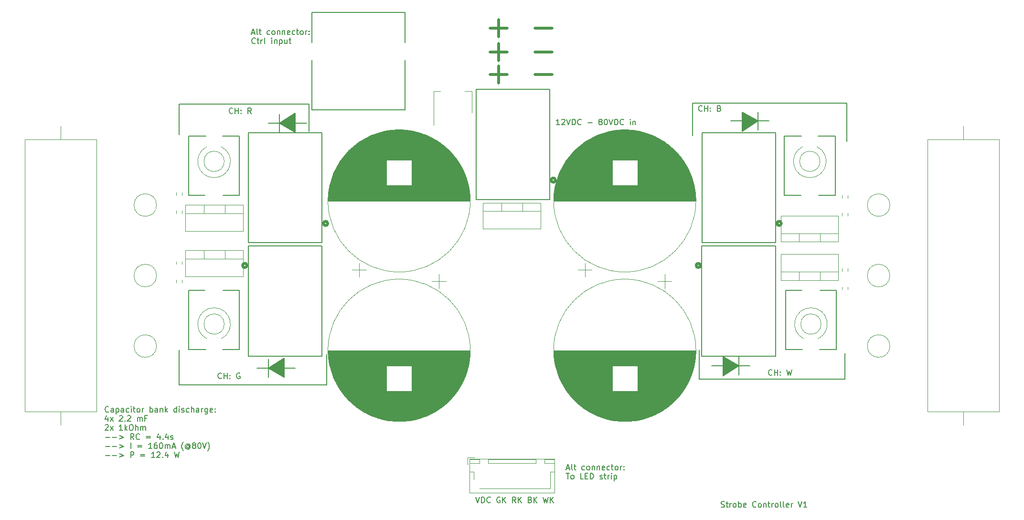
<source format=gbr>
%TF.GenerationSoftware,KiCad,Pcbnew,7.0.7-7.0.7~ubuntu20.04.1*%
%TF.CreationDate,2023-09-07T15:22:02-07:00*%
%TF.ProjectId,strobe-controller,7374726f-6265-42d6-936f-6e74726f6c6c,rev?*%
%TF.SameCoordinates,Original*%
%TF.FileFunction,Legend,Top*%
%TF.FilePolarity,Positive*%
%FSLAX46Y46*%
G04 Gerber Fmt 4.6, Leading zero omitted, Abs format (unit mm)*
G04 Created by KiCad (PCBNEW 7.0.7-7.0.7~ubuntu20.04.1) date 2023-09-07 15:22:02*
%MOMM*%
%LPD*%
G01*
G04 APERTURE LIST*
%ADD10C,0.150000*%
%ADD11C,0.500000*%
%ADD12C,0.508000*%
%ADD13C,0.152400*%
%ADD14C,0.120000*%
%ADD15C,0.200000*%
%ADD16C,0.127000*%
G04 APERTURE END LIST*
D10*
X137089160Y-141022200D02*
X137232017Y-141069819D01*
X137232017Y-141069819D02*
X137470112Y-141069819D01*
X137470112Y-141069819D02*
X137565350Y-141022200D01*
X137565350Y-141022200D02*
X137612969Y-140974580D01*
X137612969Y-140974580D02*
X137660588Y-140879342D01*
X137660588Y-140879342D02*
X137660588Y-140784104D01*
X137660588Y-140784104D02*
X137612969Y-140688866D01*
X137612969Y-140688866D02*
X137565350Y-140641247D01*
X137565350Y-140641247D02*
X137470112Y-140593628D01*
X137470112Y-140593628D02*
X137279636Y-140546009D01*
X137279636Y-140546009D02*
X137184398Y-140498390D01*
X137184398Y-140498390D02*
X137136779Y-140450771D01*
X137136779Y-140450771D02*
X137089160Y-140355533D01*
X137089160Y-140355533D02*
X137089160Y-140260295D01*
X137089160Y-140260295D02*
X137136779Y-140165057D01*
X137136779Y-140165057D02*
X137184398Y-140117438D01*
X137184398Y-140117438D02*
X137279636Y-140069819D01*
X137279636Y-140069819D02*
X137517731Y-140069819D01*
X137517731Y-140069819D02*
X137660588Y-140117438D01*
X137946303Y-140403152D02*
X138327255Y-140403152D01*
X138089160Y-140069819D02*
X138089160Y-140926961D01*
X138089160Y-140926961D02*
X138136779Y-141022200D01*
X138136779Y-141022200D02*
X138232017Y-141069819D01*
X138232017Y-141069819D02*
X138327255Y-141069819D01*
X138660589Y-141069819D02*
X138660589Y-140403152D01*
X138660589Y-140593628D02*
X138708208Y-140498390D01*
X138708208Y-140498390D02*
X138755827Y-140450771D01*
X138755827Y-140450771D02*
X138851065Y-140403152D01*
X138851065Y-140403152D02*
X138946303Y-140403152D01*
X139422494Y-141069819D02*
X139327256Y-141022200D01*
X139327256Y-141022200D02*
X139279637Y-140974580D01*
X139279637Y-140974580D02*
X139232018Y-140879342D01*
X139232018Y-140879342D02*
X139232018Y-140593628D01*
X139232018Y-140593628D02*
X139279637Y-140498390D01*
X139279637Y-140498390D02*
X139327256Y-140450771D01*
X139327256Y-140450771D02*
X139422494Y-140403152D01*
X139422494Y-140403152D02*
X139565351Y-140403152D01*
X139565351Y-140403152D02*
X139660589Y-140450771D01*
X139660589Y-140450771D02*
X139708208Y-140498390D01*
X139708208Y-140498390D02*
X139755827Y-140593628D01*
X139755827Y-140593628D02*
X139755827Y-140879342D01*
X139755827Y-140879342D02*
X139708208Y-140974580D01*
X139708208Y-140974580D02*
X139660589Y-141022200D01*
X139660589Y-141022200D02*
X139565351Y-141069819D01*
X139565351Y-141069819D02*
X139422494Y-141069819D01*
X140184399Y-141069819D02*
X140184399Y-140069819D01*
X140184399Y-140450771D02*
X140279637Y-140403152D01*
X140279637Y-140403152D02*
X140470113Y-140403152D01*
X140470113Y-140403152D02*
X140565351Y-140450771D01*
X140565351Y-140450771D02*
X140612970Y-140498390D01*
X140612970Y-140498390D02*
X140660589Y-140593628D01*
X140660589Y-140593628D02*
X140660589Y-140879342D01*
X140660589Y-140879342D02*
X140612970Y-140974580D01*
X140612970Y-140974580D02*
X140565351Y-141022200D01*
X140565351Y-141022200D02*
X140470113Y-141069819D01*
X140470113Y-141069819D02*
X140279637Y-141069819D01*
X140279637Y-141069819D02*
X140184399Y-141022200D01*
X141470113Y-141022200D02*
X141374875Y-141069819D01*
X141374875Y-141069819D02*
X141184399Y-141069819D01*
X141184399Y-141069819D02*
X141089161Y-141022200D01*
X141089161Y-141022200D02*
X141041542Y-140926961D01*
X141041542Y-140926961D02*
X141041542Y-140546009D01*
X141041542Y-140546009D02*
X141089161Y-140450771D01*
X141089161Y-140450771D02*
X141184399Y-140403152D01*
X141184399Y-140403152D02*
X141374875Y-140403152D01*
X141374875Y-140403152D02*
X141470113Y-140450771D01*
X141470113Y-140450771D02*
X141517732Y-140546009D01*
X141517732Y-140546009D02*
X141517732Y-140641247D01*
X141517732Y-140641247D02*
X141041542Y-140736485D01*
X143279637Y-140974580D02*
X143232018Y-141022200D01*
X143232018Y-141022200D02*
X143089161Y-141069819D01*
X143089161Y-141069819D02*
X142993923Y-141069819D01*
X142993923Y-141069819D02*
X142851066Y-141022200D01*
X142851066Y-141022200D02*
X142755828Y-140926961D01*
X142755828Y-140926961D02*
X142708209Y-140831723D01*
X142708209Y-140831723D02*
X142660590Y-140641247D01*
X142660590Y-140641247D02*
X142660590Y-140498390D01*
X142660590Y-140498390D02*
X142708209Y-140307914D01*
X142708209Y-140307914D02*
X142755828Y-140212676D01*
X142755828Y-140212676D02*
X142851066Y-140117438D01*
X142851066Y-140117438D02*
X142993923Y-140069819D01*
X142993923Y-140069819D02*
X143089161Y-140069819D01*
X143089161Y-140069819D02*
X143232018Y-140117438D01*
X143232018Y-140117438D02*
X143279637Y-140165057D01*
X143851066Y-141069819D02*
X143755828Y-141022200D01*
X143755828Y-141022200D02*
X143708209Y-140974580D01*
X143708209Y-140974580D02*
X143660590Y-140879342D01*
X143660590Y-140879342D02*
X143660590Y-140593628D01*
X143660590Y-140593628D02*
X143708209Y-140498390D01*
X143708209Y-140498390D02*
X143755828Y-140450771D01*
X143755828Y-140450771D02*
X143851066Y-140403152D01*
X143851066Y-140403152D02*
X143993923Y-140403152D01*
X143993923Y-140403152D02*
X144089161Y-140450771D01*
X144089161Y-140450771D02*
X144136780Y-140498390D01*
X144136780Y-140498390D02*
X144184399Y-140593628D01*
X144184399Y-140593628D02*
X144184399Y-140879342D01*
X144184399Y-140879342D02*
X144136780Y-140974580D01*
X144136780Y-140974580D02*
X144089161Y-141022200D01*
X144089161Y-141022200D02*
X143993923Y-141069819D01*
X143993923Y-141069819D02*
X143851066Y-141069819D01*
X144612971Y-140403152D02*
X144612971Y-141069819D01*
X144612971Y-140498390D02*
X144660590Y-140450771D01*
X144660590Y-140450771D02*
X144755828Y-140403152D01*
X144755828Y-140403152D02*
X144898685Y-140403152D01*
X144898685Y-140403152D02*
X144993923Y-140450771D01*
X144993923Y-140450771D02*
X145041542Y-140546009D01*
X145041542Y-140546009D02*
X145041542Y-141069819D01*
X145374876Y-140403152D02*
X145755828Y-140403152D01*
X145517733Y-140069819D02*
X145517733Y-140926961D01*
X145517733Y-140926961D02*
X145565352Y-141022200D01*
X145565352Y-141022200D02*
X145660590Y-141069819D01*
X145660590Y-141069819D02*
X145755828Y-141069819D01*
X146089162Y-141069819D02*
X146089162Y-140403152D01*
X146089162Y-140593628D02*
X146136781Y-140498390D01*
X146136781Y-140498390D02*
X146184400Y-140450771D01*
X146184400Y-140450771D02*
X146279638Y-140403152D01*
X146279638Y-140403152D02*
X146374876Y-140403152D01*
X146851067Y-141069819D02*
X146755829Y-141022200D01*
X146755829Y-141022200D02*
X146708210Y-140974580D01*
X146708210Y-140974580D02*
X146660591Y-140879342D01*
X146660591Y-140879342D02*
X146660591Y-140593628D01*
X146660591Y-140593628D02*
X146708210Y-140498390D01*
X146708210Y-140498390D02*
X146755829Y-140450771D01*
X146755829Y-140450771D02*
X146851067Y-140403152D01*
X146851067Y-140403152D02*
X146993924Y-140403152D01*
X146993924Y-140403152D02*
X147089162Y-140450771D01*
X147089162Y-140450771D02*
X147136781Y-140498390D01*
X147136781Y-140498390D02*
X147184400Y-140593628D01*
X147184400Y-140593628D02*
X147184400Y-140879342D01*
X147184400Y-140879342D02*
X147136781Y-140974580D01*
X147136781Y-140974580D02*
X147089162Y-141022200D01*
X147089162Y-141022200D02*
X146993924Y-141069819D01*
X146993924Y-141069819D02*
X146851067Y-141069819D01*
X147755829Y-141069819D02*
X147660591Y-141022200D01*
X147660591Y-141022200D02*
X147612972Y-140926961D01*
X147612972Y-140926961D02*
X147612972Y-140069819D01*
X148279639Y-141069819D02*
X148184401Y-141022200D01*
X148184401Y-141022200D02*
X148136782Y-140926961D01*
X148136782Y-140926961D02*
X148136782Y-140069819D01*
X149041544Y-141022200D02*
X148946306Y-141069819D01*
X148946306Y-141069819D02*
X148755830Y-141069819D01*
X148755830Y-141069819D02*
X148660592Y-141022200D01*
X148660592Y-141022200D02*
X148612973Y-140926961D01*
X148612973Y-140926961D02*
X148612973Y-140546009D01*
X148612973Y-140546009D02*
X148660592Y-140450771D01*
X148660592Y-140450771D02*
X148755830Y-140403152D01*
X148755830Y-140403152D02*
X148946306Y-140403152D01*
X148946306Y-140403152D02*
X149041544Y-140450771D01*
X149041544Y-140450771D02*
X149089163Y-140546009D01*
X149089163Y-140546009D02*
X149089163Y-140641247D01*
X149089163Y-140641247D02*
X148612973Y-140736485D01*
X149517735Y-141069819D02*
X149517735Y-140403152D01*
X149517735Y-140593628D02*
X149565354Y-140498390D01*
X149565354Y-140498390D02*
X149612973Y-140450771D01*
X149612973Y-140450771D02*
X149708211Y-140403152D01*
X149708211Y-140403152D02*
X149803449Y-140403152D01*
X150755831Y-140069819D02*
X151089164Y-141069819D01*
X151089164Y-141069819D02*
X151422497Y-140069819D01*
X152279640Y-141069819D02*
X151708212Y-141069819D01*
X151993926Y-141069819D02*
X151993926Y-140069819D01*
X151993926Y-140069819D02*
X151898688Y-140212676D01*
X151898688Y-140212676D02*
X151803450Y-140307914D01*
X151803450Y-140307914D02*
X151708212Y-140355533D01*
X28508207Y-124124580D02*
X28460588Y-124172200D01*
X28460588Y-124172200D02*
X28317731Y-124219819D01*
X28317731Y-124219819D02*
X28222493Y-124219819D01*
X28222493Y-124219819D02*
X28079636Y-124172200D01*
X28079636Y-124172200D02*
X27984398Y-124076961D01*
X27984398Y-124076961D02*
X27936779Y-123981723D01*
X27936779Y-123981723D02*
X27889160Y-123791247D01*
X27889160Y-123791247D02*
X27889160Y-123648390D01*
X27889160Y-123648390D02*
X27936779Y-123457914D01*
X27936779Y-123457914D02*
X27984398Y-123362676D01*
X27984398Y-123362676D02*
X28079636Y-123267438D01*
X28079636Y-123267438D02*
X28222493Y-123219819D01*
X28222493Y-123219819D02*
X28317731Y-123219819D01*
X28317731Y-123219819D02*
X28460588Y-123267438D01*
X28460588Y-123267438D02*
X28508207Y-123315057D01*
X29365350Y-124219819D02*
X29365350Y-123696009D01*
X29365350Y-123696009D02*
X29317731Y-123600771D01*
X29317731Y-123600771D02*
X29222493Y-123553152D01*
X29222493Y-123553152D02*
X29032017Y-123553152D01*
X29032017Y-123553152D02*
X28936779Y-123600771D01*
X29365350Y-124172200D02*
X29270112Y-124219819D01*
X29270112Y-124219819D02*
X29032017Y-124219819D01*
X29032017Y-124219819D02*
X28936779Y-124172200D01*
X28936779Y-124172200D02*
X28889160Y-124076961D01*
X28889160Y-124076961D02*
X28889160Y-123981723D01*
X28889160Y-123981723D02*
X28936779Y-123886485D01*
X28936779Y-123886485D02*
X29032017Y-123838866D01*
X29032017Y-123838866D02*
X29270112Y-123838866D01*
X29270112Y-123838866D02*
X29365350Y-123791247D01*
X29841541Y-123553152D02*
X29841541Y-124553152D01*
X29841541Y-123600771D02*
X29936779Y-123553152D01*
X29936779Y-123553152D02*
X30127255Y-123553152D01*
X30127255Y-123553152D02*
X30222493Y-123600771D01*
X30222493Y-123600771D02*
X30270112Y-123648390D01*
X30270112Y-123648390D02*
X30317731Y-123743628D01*
X30317731Y-123743628D02*
X30317731Y-124029342D01*
X30317731Y-124029342D02*
X30270112Y-124124580D01*
X30270112Y-124124580D02*
X30222493Y-124172200D01*
X30222493Y-124172200D02*
X30127255Y-124219819D01*
X30127255Y-124219819D02*
X29936779Y-124219819D01*
X29936779Y-124219819D02*
X29841541Y-124172200D01*
X31174874Y-124219819D02*
X31174874Y-123696009D01*
X31174874Y-123696009D02*
X31127255Y-123600771D01*
X31127255Y-123600771D02*
X31032017Y-123553152D01*
X31032017Y-123553152D02*
X30841541Y-123553152D01*
X30841541Y-123553152D02*
X30746303Y-123600771D01*
X31174874Y-124172200D02*
X31079636Y-124219819D01*
X31079636Y-124219819D02*
X30841541Y-124219819D01*
X30841541Y-124219819D02*
X30746303Y-124172200D01*
X30746303Y-124172200D02*
X30698684Y-124076961D01*
X30698684Y-124076961D02*
X30698684Y-123981723D01*
X30698684Y-123981723D02*
X30746303Y-123886485D01*
X30746303Y-123886485D02*
X30841541Y-123838866D01*
X30841541Y-123838866D02*
X31079636Y-123838866D01*
X31079636Y-123838866D02*
X31174874Y-123791247D01*
X32079636Y-124172200D02*
X31984398Y-124219819D01*
X31984398Y-124219819D02*
X31793922Y-124219819D01*
X31793922Y-124219819D02*
X31698684Y-124172200D01*
X31698684Y-124172200D02*
X31651065Y-124124580D01*
X31651065Y-124124580D02*
X31603446Y-124029342D01*
X31603446Y-124029342D02*
X31603446Y-123743628D01*
X31603446Y-123743628D02*
X31651065Y-123648390D01*
X31651065Y-123648390D02*
X31698684Y-123600771D01*
X31698684Y-123600771D02*
X31793922Y-123553152D01*
X31793922Y-123553152D02*
X31984398Y-123553152D01*
X31984398Y-123553152D02*
X32079636Y-123600771D01*
X32508208Y-124219819D02*
X32508208Y-123553152D01*
X32508208Y-123219819D02*
X32460589Y-123267438D01*
X32460589Y-123267438D02*
X32508208Y-123315057D01*
X32508208Y-123315057D02*
X32555827Y-123267438D01*
X32555827Y-123267438D02*
X32508208Y-123219819D01*
X32508208Y-123219819D02*
X32508208Y-123315057D01*
X32841541Y-123553152D02*
X33222493Y-123553152D01*
X32984398Y-123219819D02*
X32984398Y-124076961D01*
X32984398Y-124076961D02*
X33032017Y-124172200D01*
X33032017Y-124172200D02*
X33127255Y-124219819D01*
X33127255Y-124219819D02*
X33222493Y-124219819D01*
X33698684Y-124219819D02*
X33603446Y-124172200D01*
X33603446Y-124172200D02*
X33555827Y-124124580D01*
X33555827Y-124124580D02*
X33508208Y-124029342D01*
X33508208Y-124029342D02*
X33508208Y-123743628D01*
X33508208Y-123743628D02*
X33555827Y-123648390D01*
X33555827Y-123648390D02*
X33603446Y-123600771D01*
X33603446Y-123600771D02*
X33698684Y-123553152D01*
X33698684Y-123553152D02*
X33841541Y-123553152D01*
X33841541Y-123553152D02*
X33936779Y-123600771D01*
X33936779Y-123600771D02*
X33984398Y-123648390D01*
X33984398Y-123648390D02*
X34032017Y-123743628D01*
X34032017Y-123743628D02*
X34032017Y-124029342D01*
X34032017Y-124029342D02*
X33984398Y-124124580D01*
X33984398Y-124124580D02*
X33936779Y-124172200D01*
X33936779Y-124172200D02*
X33841541Y-124219819D01*
X33841541Y-124219819D02*
X33698684Y-124219819D01*
X34460589Y-124219819D02*
X34460589Y-123553152D01*
X34460589Y-123743628D02*
X34508208Y-123648390D01*
X34508208Y-123648390D02*
X34555827Y-123600771D01*
X34555827Y-123600771D02*
X34651065Y-123553152D01*
X34651065Y-123553152D02*
X34746303Y-123553152D01*
X35841542Y-124219819D02*
X35841542Y-123219819D01*
X35841542Y-123600771D02*
X35936780Y-123553152D01*
X35936780Y-123553152D02*
X36127256Y-123553152D01*
X36127256Y-123553152D02*
X36222494Y-123600771D01*
X36222494Y-123600771D02*
X36270113Y-123648390D01*
X36270113Y-123648390D02*
X36317732Y-123743628D01*
X36317732Y-123743628D02*
X36317732Y-124029342D01*
X36317732Y-124029342D02*
X36270113Y-124124580D01*
X36270113Y-124124580D02*
X36222494Y-124172200D01*
X36222494Y-124172200D02*
X36127256Y-124219819D01*
X36127256Y-124219819D02*
X35936780Y-124219819D01*
X35936780Y-124219819D02*
X35841542Y-124172200D01*
X37174875Y-124219819D02*
X37174875Y-123696009D01*
X37174875Y-123696009D02*
X37127256Y-123600771D01*
X37127256Y-123600771D02*
X37032018Y-123553152D01*
X37032018Y-123553152D02*
X36841542Y-123553152D01*
X36841542Y-123553152D02*
X36746304Y-123600771D01*
X37174875Y-124172200D02*
X37079637Y-124219819D01*
X37079637Y-124219819D02*
X36841542Y-124219819D01*
X36841542Y-124219819D02*
X36746304Y-124172200D01*
X36746304Y-124172200D02*
X36698685Y-124076961D01*
X36698685Y-124076961D02*
X36698685Y-123981723D01*
X36698685Y-123981723D02*
X36746304Y-123886485D01*
X36746304Y-123886485D02*
X36841542Y-123838866D01*
X36841542Y-123838866D02*
X37079637Y-123838866D01*
X37079637Y-123838866D02*
X37174875Y-123791247D01*
X37651066Y-123553152D02*
X37651066Y-124219819D01*
X37651066Y-123648390D02*
X37698685Y-123600771D01*
X37698685Y-123600771D02*
X37793923Y-123553152D01*
X37793923Y-123553152D02*
X37936780Y-123553152D01*
X37936780Y-123553152D02*
X38032018Y-123600771D01*
X38032018Y-123600771D02*
X38079637Y-123696009D01*
X38079637Y-123696009D02*
X38079637Y-124219819D01*
X38555828Y-124219819D02*
X38555828Y-123219819D01*
X38651066Y-123838866D02*
X38936780Y-124219819D01*
X38936780Y-123553152D02*
X38555828Y-123934104D01*
X40555828Y-124219819D02*
X40555828Y-123219819D01*
X40555828Y-124172200D02*
X40460590Y-124219819D01*
X40460590Y-124219819D02*
X40270114Y-124219819D01*
X40270114Y-124219819D02*
X40174876Y-124172200D01*
X40174876Y-124172200D02*
X40127257Y-124124580D01*
X40127257Y-124124580D02*
X40079638Y-124029342D01*
X40079638Y-124029342D02*
X40079638Y-123743628D01*
X40079638Y-123743628D02*
X40127257Y-123648390D01*
X40127257Y-123648390D02*
X40174876Y-123600771D01*
X40174876Y-123600771D02*
X40270114Y-123553152D01*
X40270114Y-123553152D02*
X40460590Y-123553152D01*
X40460590Y-123553152D02*
X40555828Y-123600771D01*
X41032019Y-124219819D02*
X41032019Y-123553152D01*
X41032019Y-123219819D02*
X40984400Y-123267438D01*
X40984400Y-123267438D02*
X41032019Y-123315057D01*
X41032019Y-123315057D02*
X41079638Y-123267438D01*
X41079638Y-123267438D02*
X41032019Y-123219819D01*
X41032019Y-123219819D02*
X41032019Y-123315057D01*
X41460590Y-124172200D02*
X41555828Y-124219819D01*
X41555828Y-124219819D02*
X41746304Y-124219819D01*
X41746304Y-124219819D02*
X41841542Y-124172200D01*
X41841542Y-124172200D02*
X41889161Y-124076961D01*
X41889161Y-124076961D02*
X41889161Y-124029342D01*
X41889161Y-124029342D02*
X41841542Y-123934104D01*
X41841542Y-123934104D02*
X41746304Y-123886485D01*
X41746304Y-123886485D02*
X41603447Y-123886485D01*
X41603447Y-123886485D02*
X41508209Y-123838866D01*
X41508209Y-123838866D02*
X41460590Y-123743628D01*
X41460590Y-123743628D02*
X41460590Y-123696009D01*
X41460590Y-123696009D02*
X41508209Y-123600771D01*
X41508209Y-123600771D02*
X41603447Y-123553152D01*
X41603447Y-123553152D02*
X41746304Y-123553152D01*
X41746304Y-123553152D02*
X41841542Y-123600771D01*
X42746304Y-124172200D02*
X42651066Y-124219819D01*
X42651066Y-124219819D02*
X42460590Y-124219819D01*
X42460590Y-124219819D02*
X42365352Y-124172200D01*
X42365352Y-124172200D02*
X42317733Y-124124580D01*
X42317733Y-124124580D02*
X42270114Y-124029342D01*
X42270114Y-124029342D02*
X42270114Y-123743628D01*
X42270114Y-123743628D02*
X42317733Y-123648390D01*
X42317733Y-123648390D02*
X42365352Y-123600771D01*
X42365352Y-123600771D02*
X42460590Y-123553152D01*
X42460590Y-123553152D02*
X42651066Y-123553152D01*
X42651066Y-123553152D02*
X42746304Y-123600771D01*
X43174876Y-124219819D02*
X43174876Y-123219819D01*
X43603447Y-124219819D02*
X43603447Y-123696009D01*
X43603447Y-123696009D02*
X43555828Y-123600771D01*
X43555828Y-123600771D02*
X43460590Y-123553152D01*
X43460590Y-123553152D02*
X43317733Y-123553152D01*
X43317733Y-123553152D02*
X43222495Y-123600771D01*
X43222495Y-123600771D02*
X43174876Y-123648390D01*
X44508209Y-124219819D02*
X44508209Y-123696009D01*
X44508209Y-123696009D02*
X44460590Y-123600771D01*
X44460590Y-123600771D02*
X44365352Y-123553152D01*
X44365352Y-123553152D02*
X44174876Y-123553152D01*
X44174876Y-123553152D02*
X44079638Y-123600771D01*
X44508209Y-124172200D02*
X44412971Y-124219819D01*
X44412971Y-124219819D02*
X44174876Y-124219819D01*
X44174876Y-124219819D02*
X44079638Y-124172200D01*
X44079638Y-124172200D02*
X44032019Y-124076961D01*
X44032019Y-124076961D02*
X44032019Y-123981723D01*
X44032019Y-123981723D02*
X44079638Y-123886485D01*
X44079638Y-123886485D02*
X44174876Y-123838866D01*
X44174876Y-123838866D02*
X44412971Y-123838866D01*
X44412971Y-123838866D02*
X44508209Y-123791247D01*
X44984400Y-124219819D02*
X44984400Y-123553152D01*
X44984400Y-123743628D02*
X45032019Y-123648390D01*
X45032019Y-123648390D02*
X45079638Y-123600771D01*
X45079638Y-123600771D02*
X45174876Y-123553152D01*
X45174876Y-123553152D02*
X45270114Y-123553152D01*
X46032019Y-123553152D02*
X46032019Y-124362676D01*
X46032019Y-124362676D02*
X45984400Y-124457914D01*
X45984400Y-124457914D02*
X45936781Y-124505533D01*
X45936781Y-124505533D02*
X45841543Y-124553152D01*
X45841543Y-124553152D02*
X45698686Y-124553152D01*
X45698686Y-124553152D02*
X45603448Y-124505533D01*
X46032019Y-124172200D02*
X45936781Y-124219819D01*
X45936781Y-124219819D02*
X45746305Y-124219819D01*
X45746305Y-124219819D02*
X45651067Y-124172200D01*
X45651067Y-124172200D02*
X45603448Y-124124580D01*
X45603448Y-124124580D02*
X45555829Y-124029342D01*
X45555829Y-124029342D02*
X45555829Y-123743628D01*
X45555829Y-123743628D02*
X45603448Y-123648390D01*
X45603448Y-123648390D02*
X45651067Y-123600771D01*
X45651067Y-123600771D02*
X45746305Y-123553152D01*
X45746305Y-123553152D02*
X45936781Y-123553152D01*
X45936781Y-123553152D02*
X46032019Y-123600771D01*
X46889162Y-124172200D02*
X46793924Y-124219819D01*
X46793924Y-124219819D02*
X46603448Y-124219819D01*
X46603448Y-124219819D02*
X46508210Y-124172200D01*
X46508210Y-124172200D02*
X46460591Y-124076961D01*
X46460591Y-124076961D02*
X46460591Y-123696009D01*
X46460591Y-123696009D02*
X46508210Y-123600771D01*
X46508210Y-123600771D02*
X46603448Y-123553152D01*
X46603448Y-123553152D02*
X46793924Y-123553152D01*
X46793924Y-123553152D02*
X46889162Y-123600771D01*
X46889162Y-123600771D02*
X46936781Y-123696009D01*
X46936781Y-123696009D02*
X46936781Y-123791247D01*
X46936781Y-123791247D02*
X46460591Y-123886485D01*
X47365353Y-124124580D02*
X47412972Y-124172200D01*
X47412972Y-124172200D02*
X47365353Y-124219819D01*
X47365353Y-124219819D02*
X47317734Y-124172200D01*
X47317734Y-124172200D02*
X47365353Y-124124580D01*
X47365353Y-124124580D02*
X47365353Y-124219819D01*
X47365353Y-123600771D02*
X47412972Y-123648390D01*
X47412972Y-123648390D02*
X47365353Y-123696009D01*
X47365353Y-123696009D02*
X47317734Y-123648390D01*
X47317734Y-123648390D02*
X47365353Y-123600771D01*
X47365353Y-123600771D02*
X47365353Y-123696009D01*
X28365350Y-125163152D02*
X28365350Y-125829819D01*
X28127255Y-124782200D02*
X27889160Y-125496485D01*
X27889160Y-125496485D02*
X28508207Y-125496485D01*
X28793922Y-125829819D02*
X29317731Y-125163152D01*
X28793922Y-125163152D02*
X29317731Y-125829819D01*
X30412970Y-124925057D02*
X30460589Y-124877438D01*
X30460589Y-124877438D02*
X30555827Y-124829819D01*
X30555827Y-124829819D02*
X30793922Y-124829819D01*
X30793922Y-124829819D02*
X30889160Y-124877438D01*
X30889160Y-124877438D02*
X30936779Y-124925057D01*
X30936779Y-124925057D02*
X30984398Y-125020295D01*
X30984398Y-125020295D02*
X30984398Y-125115533D01*
X30984398Y-125115533D02*
X30936779Y-125258390D01*
X30936779Y-125258390D02*
X30365351Y-125829819D01*
X30365351Y-125829819D02*
X30984398Y-125829819D01*
X31412970Y-125734580D02*
X31460589Y-125782200D01*
X31460589Y-125782200D02*
X31412970Y-125829819D01*
X31412970Y-125829819D02*
X31365351Y-125782200D01*
X31365351Y-125782200D02*
X31412970Y-125734580D01*
X31412970Y-125734580D02*
X31412970Y-125829819D01*
X31841541Y-124925057D02*
X31889160Y-124877438D01*
X31889160Y-124877438D02*
X31984398Y-124829819D01*
X31984398Y-124829819D02*
X32222493Y-124829819D01*
X32222493Y-124829819D02*
X32317731Y-124877438D01*
X32317731Y-124877438D02*
X32365350Y-124925057D01*
X32365350Y-124925057D02*
X32412969Y-125020295D01*
X32412969Y-125020295D02*
X32412969Y-125115533D01*
X32412969Y-125115533D02*
X32365350Y-125258390D01*
X32365350Y-125258390D02*
X31793922Y-125829819D01*
X31793922Y-125829819D02*
X32412969Y-125829819D01*
X33603446Y-125829819D02*
X33603446Y-125163152D01*
X33603446Y-125258390D02*
X33651065Y-125210771D01*
X33651065Y-125210771D02*
X33746303Y-125163152D01*
X33746303Y-125163152D02*
X33889160Y-125163152D01*
X33889160Y-125163152D02*
X33984398Y-125210771D01*
X33984398Y-125210771D02*
X34032017Y-125306009D01*
X34032017Y-125306009D02*
X34032017Y-125829819D01*
X34032017Y-125306009D02*
X34079636Y-125210771D01*
X34079636Y-125210771D02*
X34174874Y-125163152D01*
X34174874Y-125163152D02*
X34317731Y-125163152D01*
X34317731Y-125163152D02*
X34412970Y-125210771D01*
X34412970Y-125210771D02*
X34460589Y-125306009D01*
X34460589Y-125306009D02*
X34460589Y-125829819D01*
X35270112Y-125306009D02*
X34936779Y-125306009D01*
X34936779Y-125829819D02*
X34936779Y-124829819D01*
X34936779Y-124829819D02*
X35412969Y-124829819D01*
X27889160Y-126535057D02*
X27936779Y-126487438D01*
X27936779Y-126487438D02*
X28032017Y-126439819D01*
X28032017Y-126439819D02*
X28270112Y-126439819D01*
X28270112Y-126439819D02*
X28365350Y-126487438D01*
X28365350Y-126487438D02*
X28412969Y-126535057D01*
X28412969Y-126535057D02*
X28460588Y-126630295D01*
X28460588Y-126630295D02*
X28460588Y-126725533D01*
X28460588Y-126725533D02*
X28412969Y-126868390D01*
X28412969Y-126868390D02*
X27841541Y-127439819D01*
X27841541Y-127439819D02*
X28460588Y-127439819D01*
X28793922Y-127439819D02*
X29317731Y-126773152D01*
X28793922Y-126773152D02*
X29317731Y-127439819D01*
X30984398Y-127439819D02*
X30412970Y-127439819D01*
X30698684Y-127439819D02*
X30698684Y-126439819D01*
X30698684Y-126439819D02*
X30603446Y-126582676D01*
X30603446Y-126582676D02*
X30508208Y-126677914D01*
X30508208Y-126677914D02*
X30412970Y-126725533D01*
X31412970Y-127439819D02*
X31412970Y-126439819D01*
X31508208Y-127058866D02*
X31793922Y-127439819D01*
X31793922Y-126773152D02*
X31412970Y-127154104D01*
X32412970Y-126439819D02*
X32603446Y-126439819D01*
X32603446Y-126439819D02*
X32698684Y-126487438D01*
X32698684Y-126487438D02*
X32793922Y-126582676D01*
X32793922Y-126582676D02*
X32841541Y-126773152D01*
X32841541Y-126773152D02*
X32841541Y-127106485D01*
X32841541Y-127106485D02*
X32793922Y-127296961D01*
X32793922Y-127296961D02*
X32698684Y-127392200D01*
X32698684Y-127392200D02*
X32603446Y-127439819D01*
X32603446Y-127439819D02*
X32412970Y-127439819D01*
X32412970Y-127439819D02*
X32317732Y-127392200D01*
X32317732Y-127392200D02*
X32222494Y-127296961D01*
X32222494Y-127296961D02*
X32174875Y-127106485D01*
X32174875Y-127106485D02*
X32174875Y-126773152D01*
X32174875Y-126773152D02*
X32222494Y-126582676D01*
X32222494Y-126582676D02*
X32317732Y-126487438D01*
X32317732Y-126487438D02*
X32412970Y-126439819D01*
X33270113Y-127439819D02*
X33270113Y-126439819D01*
X33698684Y-127439819D02*
X33698684Y-126916009D01*
X33698684Y-126916009D02*
X33651065Y-126820771D01*
X33651065Y-126820771D02*
X33555827Y-126773152D01*
X33555827Y-126773152D02*
X33412970Y-126773152D01*
X33412970Y-126773152D02*
X33317732Y-126820771D01*
X33317732Y-126820771D02*
X33270113Y-126868390D01*
X34174875Y-127439819D02*
X34174875Y-126773152D01*
X34174875Y-126868390D02*
X34222494Y-126820771D01*
X34222494Y-126820771D02*
X34317732Y-126773152D01*
X34317732Y-126773152D02*
X34460589Y-126773152D01*
X34460589Y-126773152D02*
X34555827Y-126820771D01*
X34555827Y-126820771D02*
X34603446Y-126916009D01*
X34603446Y-126916009D02*
X34603446Y-127439819D01*
X34603446Y-126916009D02*
X34651065Y-126820771D01*
X34651065Y-126820771D02*
X34746303Y-126773152D01*
X34746303Y-126773152D02*
X34889160Y-126773152D01*
X34889160Y-126773152D02*
X34984399Y-126820771D01*
X34984399Y-126820771D02*
X35032018Y-126916009D01*
X35032018Y-126916009D02*
X35032018Y-127439819D01*
X27936779Y-128668866D02*
X28698684Y-128668866D01*
X29174874Y-128668866D02*
X29936779Y-128668866D01*
X30412969Y-128383152D02*
X31174874Y-128668866D01*
X31174874Y-128668866D02*
X30412969Y-128954580D01*
X32984397Y-129049819D02*
X32651064Y-128573628D01*
X32412969Y-129049819D02*
X32412969Y-128049819D01*
X32412969Y-128049819D02*
X32793921Y-128049819D01*
X32793921Y-128049819D02*
X32889159Y-128097438D01*
X32889159Y-128097438D02*
X32936778Y-128145057D01*
X32936778Y-128145057D02*
X32984397Y-128240295D01*
X32984397Y-128240295D02*
X32984397Y-128383152D01*
X32984397Y-128383152D02*
X32936778Y-128478390D01*
X32936778Y-128478390D02*
X32889159Y-128526009D01*
X32889159Y-128526009D02*
X32793921Y-128573628D01*
X32793921Y-128573628D02*
X32412969Y-128573628D01*
X33984397Y-128954580D02*
X33936778Y-129002200D01*
X33936778Y-129002200D02*
X33793921Y-129049819D01*
X33793921Y-129049819D02*
X33698683Y-129049819D01*
X33698683Y-129049819D02*
X33555826Y-129002200D01*
X33555826Y-129002200D02*
X33460588Y-128906961D01*
X33460588Y-128906961D02*
X33412969Y-128811723D01*
X33412969Y-128811723D02*
X33365350Y-128621247D01*
X33365350Y-128621247D02*
X33365350Y-128478390D01*
X33365350Y-128478390D02*
X33412969Y-128287914D01*
X33412969Y-128287914D02*
X33460588Y-128192676D01*
X33460588Y-128192676D02*
X33555826Y-128097438D01*
X33555826Y-128097438D02*
X33698683Y-128049819D01*
X33698683Y-128049819D02*
X33793921Y-128049819D01*
X33793921Y-128049819D02*
X33936778Y-128097438D01*
X33936778Y-128097438D02*
X33984397Y-128145057D01*
X35174874Y-128526009D02*
X35936779Y-128526009D01*
X35936779Y-128811723D02*
X35174874Y-128811723D01*
X37603445Y-128383152D02*
X37603445Y-129049819D01*
X37365350Y-128002200D02*
X37127255Y-128716485D01*
X37127255Y-128716485D02*
X37746302Y-128716485D01*
X38127255Y-128954580D02*
X38174874Y-129002200D01*
X38174874Y-129002200D02*
X38127255Y-129049819D01*
X38127255Y-129049819D02*
X38079636Y-129002200D01*
X38079636Y-129002200D02*
X38127255Y-128954580D01*
X38127255Y-128954580D02*
X38127255Y-129049819D01*
X39032016Y-128383152D02*
X39032016Y-129049819D01*
X38793921Y-128002200D02*
X38555826Y-128716485D01*
X38555826Y-128716485D02*
X39174873Y-128716485D01*
X39508207Y-129002200D02*
X39603445Y-129049819D01*
X39603445Y-129049819D02*
X39793921Y-129049819D01*
X39793921Y-129049819D02*
X39889159Y-129002200D01*
X39889159Y-129002200D02*
X39936778Y-128906961D01*
X39936778Y-128906961D02*
X39936778Y-128859342D01*
X39936778Y-128859342D02*
X39889159Y-128764104D01*
X39889159Y-128764104D02*
X39793921Y-128716485D01*
X39793921Y-128716485D02*
X39651064Y-128716485D01*
X39651064Y-128716485D02*
X39555826Y-128668866D01*
X39555826Y-128668866D02*
X39508207Y-128573628D01*
X39508207Y-128573628D02*
X39508207Y-128526009D01*
X39508207Y-128526009D02*
X39555826Y-128430771D01*
X39555826Y-128430771D02*
X39651064Y-128383152D01*
X39651064Y-128383152D02*
X39793921Y-128383152D01*
X39793921Y-128383152D02*
X39889159Y-128430771D01*
X27936779Y-130278866D02*
X28698684Y-130278866D01*
X29174874Y-130278866D02*
X29936779Y-130278866D01*
X30412969Y-129993152D02*
X31174874Y-130278866D01*
X31174874Y-130278866D02*
X30412969Y-130564580D01*
X32412969Y-130659819D02*
X32412969Y-129659819D01*
X33651064Y-130136009D02*
X34412969Y-130136009D01*
X34412969Y-130421723D02*
X33651064Y-130421723D01*
X36174873Y-130659819D02*
X35603445Y-130659819D01*
X35889159Y-130659819D02*
X35889159Y-129659819D01*
X35889159Y-129659819D02*
X35793921Y-129802676D01*
X35793921Y-129802676D02*
X35698683Y-129897914D01*
X35698683Y-129897914D02*
X35603445Y-129945533D01*
X37032016Y-129659819D02*
X36841540Y-129659819D01*
X36841540Y-129659819D02*
X36746302Y-129707438D01*
X36746302Y-129707438D02*
X36698683Y-129755057D01*
X36698683Y-129755057D02*
X36603445Y-129897914D01*
X36603445Y-129897914D02*
X36555826Y-130088390D01*
X36555826Y-130088390D02*
X36555826Y-130469342D01*
X36555826Y-130469342D02*
X36603445Y-130564580D01*
X36603445Y-130564580D02*
X36651064Y-130612200D01*
X36651064Y-130612200D02*
X36746302Y-130659819D01*
X36746302Y-130659819D02*
X36936778Y-130659819D01*
X36936778Y-130659819D02*
X37032016Y-130612200D01*
X37032016Y-130612200D02*
X37079635Y-130564580D01*
X37079635Y-130564580D02*
X37127254Y-130469342D01*
X37127254Y-130469342D02*
X37127254Y-130231247D01*
X37127254Y-130231247D02*
X37079635Y-130136009D01*
X37079635Y-130136009D02*
X37032016Y-130088390D01*
X37032016Y-130088390D02*
X36936778Y-130040771D01*
X36936778Y-130040771D02*
X36746302Y-130040771D01*
X36746302Y-130040771D02*
X36651064Y-130088390D01*
X36651064Y-130088390D02*
X36603445Y-130136009D01*
X36603445Y-130136009D02*
X36555826Y-130231247D01*
X37746302Y-129659819D02*
X37841540Y-129659819D01*
X37841540Y-129659819D02*
X37936778Y-129707438D01*
X37936778Y-129707438D02*
X37984397Y-129755057D01*
X37984397Y-129755057D02*
X38032016Y-129850295D01*
X38032016Y-129850295D02*
X38079635Y-130040771D01*
X38079635Y-130040771D02*
X38079635Y-130278866D01*
X38079635Y-130278866D02*
X38032016Y-130469342D01*
X38032016Y-130469342D02*
X37984397Y-130564580D01*
X37984397Y-130564580D02*
X37936778Y-130612200D01*
X37936778Y-130612200D02*
X37841540Y-130659819D01*
X37841540Y-130659819D02*
X37746302Y-130659819D01*
X37746302Y-130659819D02*
X37651064Y-130612200D01*
X37651064Y-130612200D02*
X37603445Y-130564580D01*
X37603445Y-130564580D02*
X37555826Y-130469342D01*
X37555826Y-130469342D02*
X37508207Y-130278866D01*
X37508207Y-130278866D02*
X37508207Y-130040771D01*
X37508207Y-130040771D02*
X37555826Y-129850295D01*
X37555826Y-129850295D02*
X37603445Y-129755057D01*
X37603445Y-129755057D02*
X37651064Y-129707438D01*
X37651064Y-129707438D02*
X37746302Y-129659819D01*
X38508207Y-130659819D02*
X38508207Y-129993152D01*
X38508207Y-130088390D02*
X38555826Y-130040771D01*
X38555826Y-130040771D02*
X38651064Y-129993152D01*
X38651064Y-129993152D02*
X38793921Y-129993152D01*
X38793921Y-129993152D02*
X38889159Y-130040771D01*
X38889159Y-130040771D02*
X38936778Y-130136009D01*
X38936778Y-130136009D02*
X38936778Y-130659819D01*
X38936778Y-130136009D02*
X38984397Y-130040771D01*
X38984397Y-130040771D02*
X39079635Y-129993152D01*
X39079635Y-129993152D02*
X39222492Y-129993152D01*
X39222492Y-129993152D02*
X39317731Y-130040771D01*
X39317731Y-130040771D02*
X39365350Y-130136009D01*
X39365350Y-130136009D02*
X39365350Y-130659819D01*
X39793921Y-130374104D02*
X40270111Y-130374104D01*
X39698683Y-130659819D02*
X40032016Y-129659819D01*
X40032016Y-129659819D02*
X40365349Y-130659819D01*
X41746302Y-131040771D02*
X41698683Y-130993152D01*
X41698683Y-130993152D02*
X41603445Y-130850295D01*
X41603445Y-130850295D02*
X41555826Y-130755057D01*
X41555826Y-130755057D02*
X41508207Y-130612200D01*
X41508207Y-130612200D02*
X41460588Y-130374104D01*
X41460588Y-130374104D02*
X41460588Y-130183628D01*
X41460588Y-130183628D02*
X41508207Y-129945533D01*
X41508207Y-129945533D02*
X41555826Y-129802676D01*
X41555826Y-129802676D02*
X41603445Y-129707438D01*
X41603445Y-129707438D02*
X41698683Y-129564580D01*
X41698683Y-129564580D02*
X41746302Y-129516961D01*
X42746302Y-130183628D02*
X42698683Y-130136009D01*
X42698683Y-130136009D02*
X42603445Y-130088390D01*
X42603445Y-130088390D02*
X42508207Y-130088390D01*
X42508207Y-130088390D02*
X42412969Y-130136009D01*
X42412969Y-130136009D02*
X42365350Y-130183628D01*
X42365350Y-130183628D02*
X42317731Y-130278866D01*
X42317731Y-130278866D02*
X42317731Y-130374104D01*
X42317731Y-130374104D02*
X42365350Y-130469342D01*
X42365350Y-130469342D02*
X42412969Y-130516961D01*
X42412969Y-130516961D02*
X42508207Y-130564580D01*
X42508207Y-130564580D02*
X42603445Y-130564580D01*
X42603445Y-130564580D02*
X42698683Y-130516961D01*
X42698683Y-130516961D02*
X42746302Y-130469342D01*
X42746302Y-130088390D02*
X42746302Y-130469342D01*
X42746302Y-130469342D02*
X42793921Y-130516961D01*
X42793921Y-130516961D02*
X42841540Y-130516961D01*
X42841540Y-130516961D02*
X42936779Y-130469342D01*
X42936779Y-130469342D02*
X42984398Y-130374104D01*
X42984398Y-130374104D02*
X42984398Y-130136009D01*
X42984398Y-130136009D02*
X42889160Y-129993152D01*
X42889160Y-129993152D02*
X42746302Y-129897914D01*
X42746302Y-129897914D02*
X42555826Y-129850295D01*
X42555826Y-129850295D02*
X42365350Y-129897914D01*
X42365350Y-129897914D02*
X42222493Y-129993152D01*
X42222493Y-129993152D02*
X42127255Y-130136009D01*
X42127255Y-130136009D02*
X42079636Y-130326485D01*
X42079636Y-130326485D02*
X42127255Y-130516961D01*
X42127255Y-130516961D02*
X42222493Y-130659819D01*
X42222493Y-130659819D02*
X42365350Y-130755057D01*
X42365350Y-130755057D02*
X42555826Y-130802676D01*
X42555826Y-130802676D02*
X42746302Y-130755057D01*
X42746302Y-130755057D02*
X42889160Y-130659819D01*
X43555826Y-130088390D02*
X43460588Y-130040771D01*
X43460588Y-130040771D02*
X43412969Y-129993152D01*
X43412969Y-129993152D02*
X43365350Y-129897914D01*
X43365350Y-129897914D02*
X43365350Y-129850295D01*
X43365350Y-129850295D02*
X43412969Y-129755057D01*
X43412969Y-129755057D02*
X43460588Y-129707438D01*
X43460588Y-129707438D02*
X43555826Y-129659819D01*
X43555826Y-129659819D02*
X43746302Y-129659819D01*
X43746302Y-129659819D02*
X43841540Y-129707438D01*
X43841540Y-129707438D02*
X43889159Y-129755057D01*
X43889159Y-129755057D02*
X43936778Y-129850295D01*
X43936778Y-129850295D02*
X43936778Y-129897914D01*
X43936778Y-129897914D02*
X43889159Y-129993152D01*
X43889159Y-129993152D02*
X43841540Y-130040771D01*
X43841540Y-130040771D02*
X43746302Y-130088390D01*
X43746302Y-130088390D02*
X43555826Y-130088390D01*
X43555826Y-130088390D02*
X43460588Y-130136009D01*
X43460588Y-130136009D02*
X43412969Y-130183628D01*
X43412969Y-130183628D02*
X43365350Y-130278866D01*
X43365350Y-130278866D02*
X43365350Y-130469342D01*
X43365350Y-130469342D02*
X43412969Y-130564580D01*
X43412969Y-130564580D02*
X43460588Y-130612200D01*
X43460588Y-130612200D02*
X43555826Y-130659819D01*
X43555826Y-130659819D02*
X43746302Y-130659819D01*
X43746302Y-130659819D02*
X43841540Y-130612200D01*
X43841540Y-130612200D02*
X43889159Y-130564580D01*
X43889159Y-130564580D02*
X43936778Y-130469342D01*
X43936778Y-130469342D02*
X43936778Y-130278866D01*
X43936778Y-130278866D02*
X43889159Y-130183628D01*
X43889159Y-130183628D02*
X43841540Y-130136009D01*
X43841540Y-130136009D02*
X43746302Y-130088390D01*
X44555826Y-129659819D02*
X44651064Y-129659819D01*
X44651064Y-129659819D02*
X44746302Y-129707438D01*
X44746302Y-129707438D02*
X44793921Y-129755057D01*
X44793921Y-129755057D02*
X44841540Y-129850295D01*
X44841540Y-129850295D02*
X44889159Y-130040771D01*
X44889159Y-130040771D02*
X44889159Y-130278866D01*
X44889159Y-130278866D02*
X44841540Y-130469342D01*
X44841540Y-130469342D02*
X44793921Y-130564580D01*
X44793921Y-130564580D02*
X44746302Y-130612200D01*
X44746302Y-130612200D02*
X44651064Y-130659819D01*
X44651064Y-130659819D02*
X44555826Y-130659819D01*
X44555826Y-130659819D02*
X44460588Y-130612200D01*
X44460588Y-130612200D02*
X44412969Y-130564580D01*
X44412969Y-130564580D02*
X44365350Y-130469342D01*
X44365350Y-130469342D02*
X44317731Y-130278866D01*
X44317731Y-130278866D02*
X44317731Y-130040771D01*
X44317731Y-130040771D02*
X44365350Y-129850295D01*
X44365350Y-129850295D02*
X44412969Y-129755057D01*
X44412969Y-129755057D02*
X44460588Y-129707438D01*
X44460588Y-129707438D02*
X44555826Y-129659819D01*
X45174874Y-129659819D02*
X45508207Y-130659819D01*
X45508207Y-130659819D02*
X45841540Y-129659819D01*
X46079636Y-131040771D02*
X46127255Y-130993152D01*
X46127255Y-130993152D02*
X46222493Y-130850295D01*
X46222493Y-130850295D02*
X46270112Y-130755057D01*
X46270112Y-130755057D02*
X46317731Y-130612200D01*
X46317731Y-130612200D02*
X46365350Y-130374104D01*
X46365350Y-130374104D02*
X46365350Y-130183628D01*
X46365350Y-130183628D02*
X46317731Y-129945533D01*
X46317731Y-129945533D02*
X46270112Y-129802676D01*
X46270112Y-129802676D02*
X46222493Y-129707438D01*
X46222493Y-129707438D02*
X46127255Y-129564580D01*
X46127255Y-129564580D02*
X46079636Y-129516961D01*
X27936779Y-131888866D02*
X28698684Y-131888866D01*
X29174874Y-131888866D02*
X29936779Y-131888866D01*
X30412969Y-131603152D02*
X31174874Y-131888866D01*
X31174874Y-131888866D02*
X30412969Y-132174580D01*
X32412969Y-132269819D02*
X32412969Y-131269819D01*
X32412969Y-131269819D02*
X32793921Y-131269819D01*
X32793921Y-131269819D02*
X32889159Y-131317438D01*
X32889159Y-131317438D02*
X32936778Y-131365057D01*
X32936778Y-131365057D02*
X32984397Y-131460295D01*
X32984397Y-131460295D02*
X32984397Y-131603152D01*
X32984397Y-131603152D02*
X32936778Y-131698390D01*
X32936778Y-131698390D02*
X32889159Y-131746009D01*
X32889159Y-131746009D02*
X32793921Y-131793628D01*
X32793921Y-131793628D02*
X32412969Y-131793628D01*
X34174874Y-131746009D02*
X34936779Y-131746009D01*
X34936779Y-132031723D02*
X34174874Y-132031723D01*
X36698683Y-132269819D02*
X36127255Y-132269819D01*
X36412969Y-132269819D02*
X36412969Y-131269819D01*
X36412969Y-131269819D02*
X36317731Y-131412676D01*
X36317731Y-131412676D02*
X36222493Y-131507914D01*
X36222493Y-131507914D02*
X36127255Y-131555533D01*
X37079636Y-131365057D02*
X37127255Y-131317438D01*
X37127255Y-131317438D02*
X37222493Y-131269819D01*
X37222493Y-131269819D02*
X37460588Y-131269819D01*
X37460588Y-131269819D02*
X37555826Y-131317438D01*
X37555826Y-131317438D02*
X37603445Y-131365057D01*
X37603445Y-131365057D02*
X37651064Y-131460295D01*
X37651064Y-131460295D02*
X37651064Y-131555533D01*
X37651064Y-131555533D02*
X37603445Y-131698390D01*
X37603445Y-131698390D02*
X37032017Y-132269819D01*
X37032017Y-132269819D02*
X37651064Y-132269819D01*
X38079636Y-132174580D02*
X38127255Y-132222200D01*
X38127255Y-132222200D02*
X38079636Y-132269819D01*
X38079636Y-132269819D02*
X38032017Y-132222200D01*
X38032017Y-132222200D02*
X38079636Y-132174580D01*
X38079636Y-132174580D02*
X38079636Y-132269819D01*
X38984397Y-131603152D02*
X38984397Y-132269819D01*
X38746302Y-131222200D02*
X38508207Y-131936485D01*
X38508207Y-131936485D02*
X39127254Y-131936485D01*
X40174874Y-131269819D02*
X40412969Y-132269819D01*
X40412969Y-132269819D02*
X40603445Y-131555533D01*
X40603445Y-131555533D02*
X40793921Y-132269819D01*
X40793921Y-132269819D02*
X41032017Y-131269819D01*
X53889160Y-56974104D02*
X54365350Y-56974104D01*
X53793922Y-57259819D02*
X54127255Y-56259819D01*
X54127255Y-56259819D02*
X54460588Y-57259819D01*
X54936779Y-57259819D02*
X54841541Y-57212200D01*
X54841541Y-57212200D02*
X54793922Y-57116961D01*
X54793922Y-57116961D02*
X54793922Y-56259819D01*
X55174875Y-56593152D02*
X55555827Y-56593152D01*
X55317732Y-56259819D02*
X55317732Y-57116961D01*
X55317732Y-57116961D02*
X55365351Y-57212200D01*
X55365351Y-57212200D02*
X55460589Y-57259819D01*
X55460589Y-57259819D02*
X55555827Y-57259819D01*
X57079637Y-57212200D02*
X56984399Y-57259819D01*
X56984399Y-57259819D02*
X56793923Y-57259819D01*
X56793923Y-57259819D02*
X56698685Y-57212200D01*
X56698685Y-57212200D02*
X56651066Y-57164580D01*
X56651066Y-57164580D02*
X56603447Y-57069342D01*
X56603447Y-57069342D02*
X56603447Y-56783628D01*
X56603447Y-56783628D02*
X56651066Y-56688390D01*
X56651066Y-56688390D02*
X56698685Y-56640771D01*
X56698685Y-56640771D02*
X56793923Y-56593152D01*
X56793923Y-56593152D02*
X56984399Y-56593152D01*
X56984399Y-56593152D02*
X57079637Y-56640771D01*
X57651066Y-57259819D02*
X57555828Y-57212200D01*
X57555828Y-57212200D02*
X57508209Y-57164580D01*
X57508209Y-57164580D02*
X57460590Y-57069342D01*
X57460590Y-57069342D02*
X57460590Y-56783628D01*
X57460590Y-56783628D02*
X57508209Y-56688390D01*
X57508209Y-56688390D02*
X57555828Y-56640771D01*
X57555828Y-56640771D02*
X57651066Y-56593152D01*
X57651066Y-56593152D02*
X57793923Y-56593152D01*
X57793923Y-56593152D02*
X57889161Y-56640771D01*
X57889161Y-56640771D02*
X57936780Y-56688390D01*
X57936780Y-56688390D02*
X57984399Y-56783628D01*
X57984399Y-56783628D02*
X57984399Y-57069342D01*
X57984399Y-57069342D02*
X57936780Y-57164580D01*
X57936780Y-57164580D02*
X57889161Y-57212200D01*
X57889161Y-57212200D02*
X57793923Y-57259819D01*
X57793923Y-57259819D02*
X57651066Y-57259819D01*
X58412971Y-56593152D02*
X58412971Y-57259819D01*
X58412971Y-56688390D02*
X58460590Y-56640771D01*
X58460590Y-56640771D02*
X58555828Y-56593152D01*
X58555828Y-56593152D02*
X58698685Y-56593152D01*
X58698685Y-56593152D02*
X58793923Y-56640771D01*
X58793923Y-56640771D02*
X58841542Y-56736009D01*
X58841542Y-56736009D02*
X58841542Y-57259819D01*
X59317733Y-56593152D02*
X59317733Y-57259819D01*
X59317733Y-56688390D02*
X59365352Y-56640771D01*
X59365352Y-56640771D02*
X59460590Y-56593152D01*
X59460590Y-56593152D02*
X59603447Y-56593152D01*
X59603447Y-56593152D02*
X59698685Y-56640771D01*
X59698685Y-56640771D02*
X59746304Y-56736009D01*
X59746304Y-56736009D02*
X59746304Y-57259819D01*
X60603447Y-57212200D02*
X60508209Y-57259819D01*
X60508209Y-57259819D02*
X60317733Y-57259819D01*
X60317733Y-57259819D02*
X60222495Y-57212200D01*
X60222495Y-57212200D02*
X60174876Y-57116961D01*
X60174876Y-57116961D02*
X60174876Y-56736009D01*
X60174876Y-56736009D02*
X60222495Y-56640771D01*
X60222495Y-56640771D02*
X60317733Y-56593152D01*
X60317733Y-56593152D02*
X60508209Y-56593152D01*
X60508209Y-56593152D02*
X60603447Y-56640771D01*
X60603447Y-56640771D02*
X60651066Y-56736009D01*
X60651066Y-56736009D02*
X60651066Y-56831247D01*
X60651066Y-56831247D02*
X60174876Y-56926485D01*
X61508209Y-57212200D02*
X61412971Y-57259819D01*
X61412971Y-57259819D02*
X61222495Y-57259819D01*
X61222495Y-57259819D02*
X61127257Y-57212200D01*
X61127257Y-57212200D02*
X61079638Y-57164580D01*
X61079638Y-57164580D02*
X61032019Y-57069342D01*
X61032019Y-57069342D02*
X61032019Y-56783628D01*
X61032019Y-56783628D02*
X61079638Y-56688390D01*
X61079638Y-56688390D02*
X61127257Y-56640771D01*
X61127257Y-56640771D02*
X61222495Y-56593152D01*
X61222495Y-56593152D02*
X61412971Y-56593152D01*
X61412971Y-56593152D02*
X61508209Y-56640771D01*
X61793924Y-56593152D02*
X62174876Y-56593152D01*
X61936781Y-56259819D02*
X61936781Y-57116961D01*
X61936781Y-57116961D02*
X61984400Y-57212200D01*
X61984400Y-57212200D02*
X62079638Y-57259819D01*
X62079638Y-57259819D02*
X62174876Y-57259819D01*
X62651067Y-57259819D02*
X62555829Y-57212200D01*
X62555829Y-57212200D02*
X62508210Y-57164580D01*
X62508210Y-57164580D02*
X62460591Y-57069342D01*
X62460591Y-57069342D02*
X62460591Y-56783628D01*
X62460591Y-56783628D02*
X62508210Y-56688390D01*
X62508210Y-56688390D02*
X62555829Y-56640771D01*
X62555829Y-56640771D02*
X62651067Y-56593152D01*
X62651067Y-56593152D02*
X62793924Y-56593152D01*
X62793924Y-56593152D02*
X62889162Y-56640771D01*
X62889162Y-56640771D02*
X62936781Y-56688390D01*
X62936781Y-56688390D02*
X62984400Y-56783628D01*
X62984400Y-56783628D02*
X62984400Y-57069342D01*
X62984400Y-57069342D02*
X62936781Y-57164580D01*
X62936781Y-57164580D02*
X62889162Y-57212200D01*
X62889162Y-57212200D02*
X62793924Y-57259819D01*
X62793924Y-57259819D02*
X62651067Y-57259819D01*
X63412972Y-57259819D02*
X63412972Y-56593152D01*
X63412972Y-56783628D02*
X63460591Y-56688390D01*
X63460591Y-56688390D02*
X63508210Y-56640771D01*
X63508210Y-56640771D02*
X63603448Y-56593152D01*
X63603448Y-56593152D02*
X63698686Y-56593152D01*
X64032020Y-57164580D02*
X64079639Y-57212200D01*
X64079639Y-57212200D02*
X64032020Y-57259819D01*
X64032020Y-57259819D02*
X63984401Y-57212200D01*
X63984401Y-57212200D02*
X64032020Y-57164580D01*
X64032020Y-57164580D02*
X64032020Y-57259819D01*
X64032020Y-56640771D02*
X64079639Y-56688390D01*
X64079639Y-56688390D02*
X64032020Y-56736009D01*
X64032020Y-56736009D02*
X63984401Y-56688390D01*
X63984401Y-56688390D02*
X64032020Y-56640771D01*
X64032020Y-56640771D02*
X64032020Y-56736009D01*
X54508207Y-58774580D02*
X54460588Y-58822200D01*
X54460588Y-58822200D02*
X54317731Y-58869819D01*
X54317731Y-58869819D02*
X54222493Y-58869819D01*
X54222493Y-58869819D02*
X54079636Y-58822200D01*
X54079636Y-58822200D02*
X53984398Y-58726961D01*
X53984398Y-58726961D02*
X53936779Y-58631723D01*
X53936779Y-58631723D02*
X53889160Y-58441247D01*
X53889160Y-58441247D02*
X53889160Y-58298390D01*
X53889160Y-58298390D02*
X53936779Y-58107914D01*
X53936779Y-58107914D02*
X53984398Y-58012676D01*
X53984398Y-58012676D02*
X54079636Y-57917438D01*
X54079636Y-57917438D02*
X54222493Y-57869819D01*
X54222493Y-57869819D02*
X54317731Y-57869819D01*
X54317731Y-57869819D02*
X54460588Y-57917438D01*
X54460588Y-57917438D02*
X54508207Y-57965057D01*
X54793922Y-58203152D02*
X55174874Y-58203152D01*
X54936779Y-57869819D02*
X54936779Y-58726961D01*
X54936779Y-58726961D02*
X54984398Y-58822200D01*
X54984398Y-58822200D02*
X55079636Y-58869819D01*
X55079636Y-58869819D02*
X55174874Y-58869819D01*
X55508208Y-58869819D02*
X55508208Y-58203152D01*
X55508208Y-58393628D02*
X55555827Y-58298390D01*
X55555827Y-58298390D02*
X55603446Y-58250771D01*
X55603446Y-58250771D02*
X55698684Y-58203152D01*
X55698684Y-58203152D02*
X55793922Y-58203152D01*
X56270113Y-58869819D02*
X56174875Y-58822200D01*
X56174875Y-58822200D02*
X56127256Y-58726961D01*
X56127256Y-58726961D02*
X56127256Y-57869819D01*
X57412971Y-58869819D02*
X57412971Y-58203152D01*
X57412971Y-57869819D02*
X57365352Y-57917438D01*
X57365352Y-57917438D02*
X57412971Y-57965057D01*
X57412971Y-57965057D02*
X57460590Y-57917438D01*
X57460590Y-57917438D02*
X57412971Y-57869819D01*
X57412971Y-57869819D02*
X57412971Y-57965057D01*
X57889161Y-58203152D02*
X57889161Y-58869819D01*
X57889161Y-58298390D02*
X57936780Y-58250771D01*
X57936780Y-58250771D02*
X58032018Y-58203152D01*
X58032018Y-58203152D02*
X58174875Y-58203152D01*
X58174875Y-58203152D02*
X58270113Y-58250771D01*
X58270113Y-58250771D02*
X58317732Y-58346009D01*
X58317732Y-58346009D02*
X58317732Y-58869819D01*
X58793923Y-58203152D02*
X58793923Y-59203152D01*
X58793923Y-58250771D02*
X58889161Y-58203152D01*
X58889161Y-58203152D02*
X59079637Y-58203152D01*
X59079637Y-58203152D02*
X59174875Y-58250771D01*
X59174875Y-58250771D02*
X59222494Y-58298390D01*
X59222494Y-58298390D02*
X59270113Y-58393628D01*
X59270113Y-58393628D02*
X59270113Y-58679342D01*
X59270113Y-58679342D02*
X59222494Y-58774580D01*
X59222494Y-58774580D02*
X59174875Y-58822200D01*
X59174875Y-58822200D02*
X59079637Y-58869819D01*
X59079637Y-58869819D02*
X58889161Y-58869819D01*
X58889161Y-58869819D02*
X58793923Y-58822200D01*
X60127256Y-58203152D02*
X60127256Y-58869819D01*
X59698685Y-58203152D02*
X59698685Y-58726961D01*
X59698685Y-58726961D02*
X59746304Y-58822200D01*
X59746304Y-58822200D02*
X59841542Y-58869819D01*
X59841542Y-58869819D02*
X59984399Y-58869819D01*
X59984399Y-58869819D02*
X60079637Y-58822200D01*
X60079637Y-58822200D02*
X60127256Y-58774580D01*
X60460590Y-58203152D02*
X60841542Y-58203152D01*
X60603447Y-57869819D02*
X60603447Y-58726961D01*
X60603447Y-58726961D02*
X60651066Y-58822200D01*
X60651066Y-58822200D02*
X60746304Y-58869819D01*
X60746304Y-58869819D02*
X60841542Y-58869819D01*
X159000000Y-118400000D02*
X159000000Y-113800000D01*
X133200000Y-118400000D02*
X159000000Y-118400000D01*
X133200000Y-113200000D02*
X133200000Y-118400000D01*
X159400000Y-69400000D02*
X159400000Y-76200000D01*
X132000000Y-69400000D02*
X159400000Y-69400000D01*
X132000000Y-75200000D02*
X132000000Y-69400000D01*
X67200000Y-119400000D02*
X67200000Y-114000000D01*
X41000000Y-119400000D02*
X67200000Y-119400000D01*
X41000000Y-113200000D02*
X41000000Y-119400000D01*
X64000000Y-69600000D02*
X64000000Y-74400000D01*
X41000000Y-69600000D02*
X64000000Y-69600000D01*
X41000000Y-75000000D02*
X41000000Y-69600000D01*
D11*
X96081327Y-56160666D02*
X99128947Y-56160666D01*
X97605137Y-57684476D02*
X97605137Y-54636857D01*
X104081327Y-56160666D02*
X107128947Y-56160666D01*
X96081327Y-60360666D02*
X99128947Y-60360666D01*
X97605137Y-61884476D02*
X97605137Y-58836857D01*
X104081327Y-60360666D02*
X107128947Y-60360666D01*
X96081327Y-64360666D02*
X99128947Y-64360666D01*
X97605137Y-65884476D02*
X97605137Y-62836857D01*
X104081327Y-64360666D02*
X107128947Y-64360666D01*
D10*
X108460588Y-73269819D02*
X107889160Y-73269819D01*
X108174874Y-73269819D02*
X108174874Y-72269819D01*
X108174874Y-72269819D02*
X108079636Y-72412676D01*
X108079636Y-72412676D02*
X107984398Y-72507914D01*
X107984398Y-72507914D02*
X107889160Y-72555533D01*
X108841541Y-72365057D02*
X108889160Y-72317438D01*
X108889160Y-72317438D02*
X108984398Y-72269819D01*
X108984398Y-72269819D02*
X109222493Y-72269819D01*
X109222493Y-72269819D02*
X109317731Y-72317438D01*
X109317731Y-72317438D02*
X109365350Y-72365057D01*
X109365350Y-72365057D02*
X109412969Y-72460295D01*
X109412969Y-72460295D02*
X109412969Y-72555533D01*
X109412969Y-72555533D02*
X109365350Y-72698390D01*
X109365350Y-72698390D02*
X108793922Y-73269819D01*
X108793922Y-73269819D02*
X109412969Y-73269819D01*
X109698684Y-72269819D02*
X110032017Y-73269819D01*
X110032017Y-73269819D02*
X110365350Y-72269819D01*
X110698684Y-73269819D02*
X110698684Y-72269819D01*
X110698684Y-72269819D02*
X110936779Y-72269819D01*
X110936779Y-72269819D02*
X111079636Y-72317438D01*
X111079636Y-72317438D02*
X111174874Y-72412676D01*
X111174874Y-72412676D02*
X111222493Y-72507914D01*
X111222493Y-72507914D02*
X111270112Y-72698390D01*
X111270112Y-72698390D02*
X111270112Y-72841247D01*
X111270112Y-72841247D02*
X111222493Y-73031723D01*
X111222493Y-73031723D02*
X111174874Y-73126961D01*
X111174874Y-73126961D02*
X111079636Y-73222200D01*
X111079636Y-73222200D02*
X110936779Y-73269819D01*
X110936779Y-73269819D02*
X110698684Y-73269819D01*
X112270112Y-73174580D02*
X112222493Y-73222200D01*
X112222493Y-73222200D02*
X112079636Y-73269819D01*
X112079636Y-73269819D02*
X111984398Y-73269819D01*
X111984398Y-73269819D02*
X111841541Y-73222200D01*
X111841541Y-73222200D02*
X111746303Y-73126961D01*
X111746303Y-73126961D02*
X111698684Y-73031723D01*
X111698684Y-73031723D02*
X111651065Y-72841247D01*
X111651065Y-72841247D02*
X111651065Y-72698390D01*
X111651065Y-72698390D02*
X111698684Y-72507914D01*
X111698684Y-72507914D02*
X111746303Y-72412676D01*
X111746303Y-72412676D02*
X111841541Y-72317438D01*
X111841541Y-72317438D02*
X111984398Y-72269819D01*
X111984398Y-72269819D02*
X112079636Y-72269819D01*
X112079636Y-72269819D02*
X112222493Y-72317438D01*
X112222493Y-72317438D02*
X112270112Y-72365057D01*
X113460589Y-72888866D02*
X114222494Y-72888866D01*
X115603446Y-72698390D02*
X115508208Y-72650771D01*
X115508208Y-72650771D02*
X115460589Y-72603152D01*
X115460589Y-72603152D02*
X115412970Y-72507914D01*
X115412970Y-72507914D02*
X115412970Y-72460295D01*
X115412970Y-72460295D02*
X115460589Y-72365057D01*
X115460589Y-72365057D02*
X115508208Y-72317438D01*
X115508208Y-72317438D02*
X115603446Y-72269819D01*
X115603446Y-72269819D02*
X115793922Y-72269819D01*
X115793922Y-72269819D02*
X115889160Y-72317438D01*
X115889160Y-72317438D02*
X115936779Y-72365057D01*
X115936779Y-72365057D02*
X115984398Y-72460295D01*
X115984398Y-72460295D02*
X115984398Y-72507914D01*
X115984398Y-72507914D02*
X115936779Y-72603152D01*
X115936779Y-72603152D02*
X115889160Y-72650771D01*
X115889160Y-72650771D02*
X115793922Y-72698390D01*
X115793922Y-72698390D02*
X115603446Y-72698390D01*
X115603446Y-72698390D02*
X115508208Y-72746009D01*
X115508208Y-72746009D02*
X115460589Y-72793628D01*
X115460589Y-72793628D02*
X115412970Y-72888866D01*
X115412970Y-72888866D02*
X115412970Y-73079342D01*
X115412970Y-73079342D02*
X115460589Y-73174580D01*
X115460589Y-73174580D02*
X115508208Y-73222200D01*
X115508208Y-73222200D02*
X115603446Y-73269819D01*
X115603446Y-73269819D02*
X115793922Y-73269819D01*
X115793922Y-73269819D02*
X115889160Y-73222200D01*
X115889160Y-73222200D02*
X115936779Y-73174580D01*
X115936779Y-73174580D02*
X115984398Y-73079342D01*
X115984398Y-73079342D02*
X115984398Y-72888866D01*
X115984398Y-72888866D02*
X115936779Y-72793628D01*
X115936779Y-72793628D02*
X115889160Y-72746009D01*
X115889160Y-72746009D02*
X115793922Y-72698390D01*
X116603446Y-72269819D02*
X116698684Y-72269819D01*
X116698684Y-72269819D02*
X116793922Y-72317438D01*
X116793922Y-72317438D02*
X116841541Y-72365057D01*
X116841541Y-72365057D02*
X116889160Y-72460295D01*
X116889160Y-72460295D02*
X116936779Y-72650771D01*
X116936779Y-72650771D02*
X116936779Y-72888866D01*
X116936779Y-72888866D02*
X116889160Y-73079342D01*
X116889160Y-73079342D02*
X116841541Y-73174580D01*
X116841541Y-73174580D02*
X116793922Y-73222200D01*
X116793922Y-73222200D02*
X116698684Y-73269819D01*
X116698684Y-73269819D02*
X116603446Y-73269819D01*
X116603446Y-73269819D02*
X116508208Y-73222200D01*
X116508208Y-73222200D02*
X116460589Y-73174580D01*
X116460589Y-73174580D02*
X116412970Y-73079342D01*
X116412970Y-73079342D02*
X116365351Y-72888866D01*
X116365351Y-72888866D02*
X116365351Y-72650771D01*
X116365351Y-72650771D02*
X116412970Y-72460295D01*
X116412970Y-72460295D02*
X116460589Y-72365057D01*
X116460589Y-72365057D02*
X116508208Y-72317438D01*
X116508208Y-72317438D02*
X116603446Y-72269819D01*
X117222494Y-72269819D02*
X117555827Y-73269819D01*
X117555827Y-73269819D02*
X117889160Y-72269819D01*
X118222494Y-73269819D02*
X118222494Y-72269819D01*
X118222494Y-72269819D02*
X118460589Y-72269819D01*
X118460589Y-72269819D02*
X118603446Y-72317438D01*
X118603446Y-72317438D02*
X118698684Y-72412676D01*
X118698684Y-72412676D02*
X118746303Y-72507914D01*
X118746303Y-72507914D02*
X118793922Y-72698390D01*
X118793922Y-72698390D02*
X118793922Y-72841247D01*
X118793922Y-72841247D02*
X118746303Y-73031723D01*
X118746303Y-73031723D02*
X118698684Y-73126961D01*
X118698684Y-73126961D02*
X118603446Y-73222200D01*
X118603446Y-73222200D02*
X118460589Y-73269819D01*
X118460589Y-73269819D02*
X118222494Y-73269819D01*
X119793922Y-73174580D02*
X119746303Y-73222200D01*
X119746303Y-73222200D02*
X119603446Y-73269819D01*
X119603446Y-73269819D02*
X119508208Y-73269819D01*
X119508208Y-73269819D02*
X119365351Y-73222200D01*
X119365351Y-73222200D02*
X119270113Y-73126961D01*
X119270113Y-73126961D02*
X119222494Y-73031723D01*
X119222494Y-73031723D02*
X119174875Y-72841247D01*
X119174875Y-72841247D02*
X119174875Y-72698390D01*
X119174875Y-72698390D02*
X119222494Y-72507914D01*
X119222494Y-72507914D02*
X119270113Y-72412676D01*
X119270113Y-72412676D02*
X119365351Y-72317438D01*
X119365351Y-72317438D02*
X119508208Y-72269819D01*
X119508208Y-72269819D02*
X119603446Y-72269819D01*
X119603446Y-72269819D02*
X119746303Y-72317438D01*
X119746303Y-72317438D02*
X119793922Y-72365057D01*
X120984399Y-73269819D02*
X120984399Y-72603152D01*
X120984399Y-72269819D02*
X120936780Y-72317438D01*
X120936780Y-72317438D02*
X120984399Y-72365057D01*
X120984399Y-72365057D02*
X121032018Y-72317438D01*
X121032018Y-72317438D02*
X120984399Y-72269819D01*
X120984399Y-72269819D02*
X120984399Y-72365057D01*
X121460589Y-72603152D02*
X121460589Y-73269819D01*
X121460589Y-72698390D02*
X121508208Y-72650771D01*
X121508208Y-72650771D02*
X121603446Y-72603152D01*
X121603446Y-72603152D02*
X121746303Y-72603152D01*
X121746303Y-72603152D02*
X121841541Y-72650771D01*
X121841541Y-72650771D02*
X121889160Y-72746009D01*
X121889160Y-72746009D02*
X121889160Y-73269819D01*
X109689160Y-134174104D02*
X110165350Y-134174104D01*
X109593922Y-134459819D02*
X109927255Y-133459819D01*
X109927255Y-133459819D02*
X110260588Y-134459819D01*
X110736779Y-134459819D02*
X110641541Y-134412200D01*
X110641541Y-134412200D02*
X110593922Y-134316961D01*
X110593922Y-134316961D02*
X110593922Y-133459819D01*
X110974875Y-133793152D02*
X111355827Y-133793152D01*
X111117732Y-133459819D02*
X111117732Y-134316961D01*
X111117732Y-134316961D02*
X111165351Y-134412200D01*
X111165351Y-134412200D02*
X111260589Y-134459819D01*
X111260589Y-134459819D02*
X111355827Y-134459819D01*
X112879637Y-134412200D02*
X112784399Y-134459819D01*
X112784399Y-134459819D02*
X112593923Y-134459819D01*
X112593923Y-134459819D02*
X112498685Y-134412200D01*
X112498685Y-134412200D02*
X112451066Y-134364580D01*
X112451066Y-134364580D02*
X112403447Y-134269342D01*
X112403447Y-134269342D02*
X112403447Y-133983628D01*
X112403447Y-133983628D02*
X112451066Y-133888390D01*
X112451066Y-133888390D02*
X112498685Y-133840771D01*
X112498685Y-133840771D02*
X112593923Y-133793152D01*
X112593923Y-133793152D02*
X112784399Y-133793152D01*
X112784399Y-133793152D02*
X112879637Y-133840771D01*
X113451066Y-134459819D02*
X113355828Y-134412200D01*
X113355828Y-134412200D02*
X113308209Y-134364580D01*
X113308209Y-134364580D02*
X113260590Y-134269342D01*
X113260590Y-134269342D02*
X113260590Y-133983628D01*
X113260590Y-133983628D02*
X113308209Y-133888390D01*
X113308209Y-133888390D02*
X113355828Y-133840771D01*
X113355828Y-133840771D02*
X113451066Y-133793152D01*
X113451066Y-133793152D02*
X113593923Y-133793152D01*
X113593923Y-133793152D02*
X113689161Y-133840771D01*
X113689161Y-133840771D02*
X113736780Y-133888390D01*
X113736780Y-133888390D02*
X113784399Y-133983628D01*
X113784399Y-133983628D02*
X113784399Y-134269342D01*
X113784399Y-134269342D02*
X113736780Y-134364580D01*
X113736780Y-134364580D02*
X113689161Y-134412200D01*
X113689161Y-134412200D02*
X113593923Y-134459819D01*
X113593923Y-134459819D02*
X113451066Y-134459819D01*
X114212971Y-133793152D02*
X114212971Y-134459819D01*
X114212971Y-133888390D02*
X114260590Y-133840771D01*
X114260590Y-133840771D02*
X114355828Y-133793152D01*
X114355828Y-133793152D02*
X114498685Y-133793152D01*
X114498685Y-133793152D02*
X114593923Y-133840771D01*
X114593923Y-133840771D02*
X114641542Y-133936009D01*
X114641542Y-133936009D02*
X114641542Y-134459819D01*
X115117733Y-133793152D02*
X115117733Y-134459819D01*
X115117733Y-133888390D02*
X115165352Y-133840771D01*
X115165352Y-133840771D02*
X115260590Y-133793152D01*
X115260590Y-133793152D02*
X115403447Y-133793152D01*
X115403447Y-133793152D02*
X115498685Y-133840771D01*
X115498685Y-133840771D02*
X115546304Y-133936009D01*
X115546304Y-133936009D02*
X115546304Y-134459819D01*
X116403447Y-134412200D02*
X116308209Y-134459819D01*
X116308209Y-134459819D02*
X116117733Y-134459819D01*
X116117733Y-134459819D02*
X116022495Y-134412200D01*
X116022495Y-134412200D02*
X115974876Y-134316961D01*
X115974876Y-134316961D02*
X115974876Y-133936009D01*
X115974876Y-133936009D02*
X116022495Y-133840771D01*
X116022495Y-133840771D02*
X116117733Y-133793152D01*
X116117733Y-133793152D02*
X116308209Y-133793152D01*
X116308209Y-133793152D02*
X116403447Y-133840771D01*
X116403447Y-133840771D02*
X116451066Y-133936009D01*
X116451066Y-133936009D02*
X116451066Y-134031247D01*
X116451066Y-134031247D02*
X115974876Y-134126485D01*
X117308209Y-134412200D02*
X117212971Y-134459819D01*
X117212971Y-134459819D02*
X117022495Y-134459819D01*
X117022495Y-134459819D02*
X116927257Y-134412200D01*
X116927257Y-134412200D02*
X116879638Y-134364580D01*
X116879638Y-134364580D02*
X116832019Y-134269342D01*
X116832019Y-134269342D02*
X116832019Y-133983628D01*
X116832019Y-133983628D02*
X116879638Y-133888390D01*
X116879638Y-133888390D02*
X116927257Y-133840771D01*
X116927257Y-133840771D02*
X117022495Y-133793152D01*
X117022495Y-133793152D02*
X117212971Y-133793152D01*
X117212971Y-133793152D02*
X117308209Y-133840771D01*
X117593924Y-133793152D02*
X117974876Y-133793152D01*
X117736781Y-133459819D02*
X117736781Y-134316961D01*
X117736781Y-134316961D02*
X117784400Y-134412200D01*
X117784400Y-134412200D02*
X117879638Y-134459819D01*
X117879638Y-134459819D02*
X117974876Y-134459819D01*
X118451067Y-134459819D02*
X118355829Y-134412200D01*
X118355829Y-134412200D02*
X118308210Y-134364580D01*
X118308210Y-134364580D02*
X118260591Y-134269342D01*
X118260591Y-134269342D02*
X118260591Y-133983628D01*
X118260591Y-133983628D02*
X118308210Y-133888390D01*
X118308210Y-133888390D02*
X118355829Y-133840771D01*
X118355829Y-133840771D02*
X118451067Y-133793152D01*
X118451067Y-133793152D02*
X118593924Y-133793152D01*
X118593924Y-133793152D02*
X118689162Y-133840771D01*
X118689162Y-133840771D02*
X118736781Y-133888390D01*
X118736781Y-133888390D02*
X118784400Y-133983628D01*
X118784400Y-133983628D02*
X118784400Y-134269342D01*
X118784400Y-134269342D02*
X118736781Y-134364580D01*
X118736781Y-134364580D02*
X118689162Y-134412200D01*
X118689162Y-134412200D02*
X118593924Y-134459819D01*
X118593924Y-134459819D02*
X118451067Y-134459819D01*
X119212972Y-134459819D02*
X119212972Y-133793152D01*
X119212972Y-133983628D02*
X119260591Y-133888390D01*
X119260591Y-133888390D02*
X119308210Y-133840771D01*
X119308210Y-133840771D02*
X119403448Y-133793152D01*
X119403448Y-133793152D02*
X119498686Y-133793152D01*
X119832020Y-134364580D02*
X119879639Y-134412200D01*
X119879639Y-134412200D02*
X119832020Y-134459819D01*
X119832020Y-134459819D02*
X119784401Y-134412200D01*
X119784401Y-134412200D02*
X119832020Y-134364580D01*
X119832020Y-134364580D02*
X119832020Y-134459819D01*
X119832020Y-133840771D02*
X119879639Y-133888390D01*
X119879639Y-133888390D02*
X119832020Y-133936009D01*
X119832020Y-133936009D02*
X119784401Y-133888390D01*
X119784401Y-133888390D02*
X119832020Y-133840771D01*
X119832020Y-133840771D02*
X119832020Y-133936009D01*
X109593922Y-135069819D02*
X110165350Y-135069819D01*
X109879636Y-136069819D02*
X109879636Y-135069819D01*
X110641541Y-136069819D02*
X110546303Y-136022200D01*
X110546303Y-136022200D02*
X110498684Y-135974580D01*
X110498684Y-135974580D02*
X110451065Y-135879342D01*
X110451065Y-135879342D02*
X110451065Y-135593628D01*
X110451065Y-135593628D02*
X110498684Y-135498390D01*
X110498684Y-135498390D02*
X110546303Y-135450771D01*
X110546303Y-135450771D02*
X110641541Y-135403152D01*
X110641541Y-135403152D02*
X110784398Y-135403152D01*
X110784398Y-135403152D02*
X110879636Y-135450771D01*
X110879636Y-135450771D02*
X110927255Y-135498390D01*
X110927255Y-135498390D02*
X110974874Y-135593628D01*
X110974874Y-135593628D02*
X110974874Y-135879342D01*
X110974874Y-135879342D02*
X110927255Y-135974580D01*
X110927255Y-135974580D02*
X110879636Y-136022200D01*
X110879636Y-136022200D02*
X110784398Y-136069819D01*
X110784398Y-136069819D02*
X110641541Y-136069819D01*
X112641541Y-136069819D02*
X112165351Y-136069819D01*
X112165351Y-136069819D02*
X112165351Y-135069819D01*
X112974875Y-135546009D02*
X113308208Y-135546009D01*
X113451065Y-136069819D02*
X112974875Y-136069819D01*
X112974875Y-136069819D02*
X112974875Y-135069819D01*
X112974875Y-135069819D02*
X113451065Y-135069819D01*
X113879637Y-136069819D02*
X113879637Y-135069819D01*
X113879637Y-135069819D02*
X114117732Y-135069819D01*
X114117732Y-135069819D02*
X114260589Y-135117438D01*
X114260589Y-135117438D02*
X114355827Y-135212676D01*
X114355827Y-135212676D02*
X114403446Y-135307914D01*
X114403446Y-135307914D02*
X114451065Y-135498390D01*
X114451065Y-135498390D02*
X114451065Y-135641247D01*
X114451065Y-135641247D02*
X114403446Y-135831723D01*
X114403446Y-135831723D02*
X114355827Y-135926961D01*
X114355827Y-135926961D02*
X114260589Y-136022200D01*
X114260589Y-136022200D02*
X114117732Y-136069819D01*
X114117732Y-136069819D02*
X113879637Y-136069819D01*
X115593923Y-136022200D02*
X115689161Y-136069819D01*
X115689161Y-136069819D02*
X115879637Y-136069819D01*
X115879637Y-136069819D02*
X115974875Y-136022200D01*
X115974875Y-136022200D02*
X116022494Y-135926961D01*
X116022494Y-135926961D02*
X116022494Y-135879342D01*
X116022494Y-135879342D02*
X115974875Y-135784104D01*
X115974875Y-135784104D02*
X115879637Y-135736485D01*
X115879637Y-135736485D02*
X115736780Y-135736485D01*
X115736780Y-135736485D02*
X115641542Y-135688866D01*
X115641542Y-135688866D02*
X115593923Y-135593628D01*
X115593923Y-135593628D02*
X115593923Y-135546009D01*
X115593923Y-135546009D02*
X115641542Y-135450771D01*
X115641542Y-135450771D02*
X115736780Y-135403152D01*
X115736780Y-135403152D02*
X115879637Y-135403152D01*
X115879637Y-135403152D02*
X115974875Y-135450771D01*
X116308209Y-135403152D02*
X116689161Y-135403152D01*
X116451066Y-135069819D02*
X116451066Y-135926961D01*
X116451066Y-135926961D02*
X116498685Y-136022200D01*
X116498685Y-136022200D02*
X116593923Y-136069819D01*
X116593923Y-136069819D02*
X116689161Y-136069819D01*
X117022495Y-136069819D02*
X117022495Y-135403152D01*
X117022495Y-135593628D02*
X117070114Y-135498390D01*
X117070114Y-135498390D02*
X117117733Y-135450771D01*
X117117733Y-135450771D02*
X117212971Y-135403152D01*
X117212971Y-135403152D02*
X117308209Y-135403152D01*
X117641543Y-136069819D02*
X117641543Y-135403152D01*
X117641543Y-135069819D02*
X117593924Y-135117438D01*
X117593924Y-135117438D02*
X117641543Y-135165057D01*
X117641543Y-135165057D02*
X117689162Y-135117438D01*
X117689162Y-135117438D02*
X117641543Y-135069819D01*
X117641543Y-135069819D02*
X117641543Y-135165057D01*
X118117733Y-135403152D02*
X118117733Y-136403152D01*
X118117733Y-135450771D02*
X118212971Y-135403152D01*
X118212971Y-135403152D02*
X118403447Y-135403152D01*
X118403447Y-135403152D02*
X118498685Y-135450771D01*
X118498685Y-135450771D02*
X118546304Y-135498390D01*
X118546304Y-135498390D02*
X118593923Y-135593628D01*
X118593923Y-135593628D02*
X118593923Y-135879342D01*
X118593923Y-135879342D02*
X118546304Y-135974580D01*
X118546304Y-135974580D02*
X118498685Y-136022200D01*
X118498685Y-136022200D02*
X118403447Y-136069819D01*
X118403447Y-136069819D02*
X118212971Y-136069819D01*
X118212971Y-136069819D02*
X118117733Y-136022200D01*
X93593922Y-139269819D02*
X93927255Y-140269819D01*
X93927255Y-140269819D02*
X94260588Y-139269819D01*
X94593922Y-140269819D02*
X94593922Y-139269819D01*
X94593922Y-139269819D02*
X94832017Y-139269819D01*
X94832017Y-139269819D02*
X94974874Y-139317438D01*
X94974874Y-139317438D02*
X95070112Y-139412676D01*
X95070112Y-139412676D02*
X95117731Y-139507914D01*
X95117731Y-139507914D02*
X95165350Y-139698390D01*
X95165350Y-139698390D02*
X95165350Y-139841247D01*
X95165350Y-139841247D02*
X95117731Y-140031723D01*
X95117731Y-140031723D02*
X95070112Y-140126961D01*
X95070112Y-140126961D02*
X94974874Y-140222200D01*
X94974874Y-140222200D02*
X94832017Y-140269819D01*
X94832017Y-140269819D02*
X94593922Y-140269819D01*
X96165350Y-140174580D02*
X96117731Y-140222200D01*
X96117731Y-140222200D02*
X95974874Y-140269819D01*
X95974874Y-140269819D02*
X95879636Y-140269819D01*
X95879636Y-140269819D02*
X95736779Y-140222200D01*
X95736779Y-140222200D02*
X95641541Y-140126961D01*
X95641541Y-140126961D02*
X95593922Y-140031723D01*
X95593922Y-140031723D02*
X95546303Y-139841247D01*
X95546303Y-139841247D02*
X95546303Y-139698390D01*
X95546303Y-139698390D02*
X95593922Y-139507914D01*
X95593922Y-139507914D02*
X95641541Y-139412676D01*
X95641541Y-139412676D02*
X95736779Y-139317438D01*
X95736779Y-139317438D02*
X95879636Y-139269819D01*
X95879636Y-139269819D02*
X95974874Y-139269819D01*
X95974874Y-139269819D02*
X96117731Y-139317438D01*
X96117731Y-139317438D02*
X96165350Y-139365057D01*
X97879636Y-139317438D02*
X97784398Y-139269819D01*
X97784398Y-139269819D02*
X97641541Y-139269819D01*
X97641541Y-139269819D02*
X97498684Y-139317438D01*
X97498684Y-139317438D02*
X97403446Y-139412676D01*
X97403446Y-139412676D02*
X97355827Y-139507914D01*
X97355827Y-139507914D02*
X97308208Y-139698390D01*
X97308208Y-139698390D02*
X97308208Y-139841247D01*
X97308208Y-139841247D02*
X97355827Y-140031723D01*
X97355827Y-140031723D02*
X97403446Y-140126961D01*
X97403446Y-140126961D02*
X97498684Y-140222200D01*
X97498684Y-140222200D02*
X97641541Y-140269819D01*
X97641541Y-140269819D02*
X97736779Y-140269819D01*
X97736779Y-140269819D02*
X97879636Y-140222200D01*
X97879636Y-140222200D02*
X97927255Y-140174580D01*
X97927255Y-140174580D02*
X97927255Y-139841247D01*
X97927255Y-139841247D02*
X97736779Y-139841247D01*
X98355827Y-140269819D02*
X98355827Y-139269819D01*
X98927255Y-140269819D02*
X98498684Y-139698390D01*
X98927255Y-139269819D02*
X98355827Y-139841247D01*
X100689160Y-140269819D02*
X100355827Y-139793628D01*
X100117732Y-140269819D02*
X100117732Y-139269819D01*
X100117732Y-139269819D02*
X100498684Y-139269819D01*
X100498684Y-139269819D02*
X100593922Y-139317438D01*
X100593922Y-139317438D02*
X100641541Y-139365057D01*
X100641541Y-139365057D02*
X100689160Y-139460295D01*
X100689160Y-139460295D02*
X100689160Y-139603152D01*
X100689160Y-139603152D02*
X100641541Y-139698390D01*
X100641541Y-139698390D02*
X100593922Y-139746009D01*
X100593922Y-139746009D02*
X100498684Y-139793628D01*
X100498684Y-139793628D02*
X100117732Y-139793628D01*
X101117732Y-140269819D02*
X101117732Y-139269819D01*
X101689160Y-140269819D02*
X101260589Y-139698390D01*
X101689160Y-139269819D02*
X101117732Y-139841247D01*
X103212970Y-139746009D02*
X103355827Y-139793628D01*
X103355827Y-139793628D02*
X103403446Y-139841247D01*
X103403446Y-139841247D02*
X103451065Y-139936485D01*
X103451065Y-139936485D02*
X103451065Y-140079342D01*
X103451065Y-140079342D02*
X103403446Y-140174580D01*
X103403446Y-140174580D02*
X103355827Y-140222200D01*
X103355827Y-140222200D02*
X103260589Y-140269819D01*
X103260589Y-140269819D02*
X102879637Y-140269819D01*
X102879637Y-140269819D02*
X102879637Y-139269819D01*
X102879637Y-139269819D02*
X103212970Y-139269819D01*
X103212970Y-139269819D02*
X103308208Y-139317438D01*
X103308208Y-139317438D02*
X103355827Y-139365057D01*
X103355827Y-139365057D02*
X103403446Y-139460295D01*
X103403446Y-139460295D02*
X103403446Y-139555533D01*
X103403446Y-139555533D02*
X103355827Y-139650771D01*
X103355827Y-139650771D02*
X103308208Y-139698390D01*
X103308208Y-139698390D02*
X103212970Y-139746009D01*
X103212970Y-139746009D02*
X102879637Y-139746009D01*
X103879637Y-140269819D02*
X103879637Y-139269819D01*
X104451065Y-140269819D02*
X104022494Y-139698390D01*
X104451065Y-139269819D02*
X103879637Y-139841247D01*
X105546304Y-139269819D02*
X105784399Y-140269819D01*
X105784399Y-140269819D02*
X105974875Y-139555533D01*
X105974875Y-139555533D02*
X106165351Y-140269819D01*
X106165351Y-140269819D02*
X106403447Y-139269819D01*
X106784399Y-140269819D02*
X106784399Y-139269819D01*
X107355827Y-140269819D02*
X106927256Y-139698390D01*
X107355827Y-139269819D02*
X106784399Y-139841247D01*
X48508207Y-118174580D02*
X48460588Y-118222200D01*
X48460588Y-118222200D02*
X48317731Y-118269819D01*
X48317731Y-118269819D02*
X48222493Y-118269819D01*
X48222493Y-118269819D02*
X48079636Y-118222200D01*
X48079636Y-118222200D02*
X47984398Y-118126961D01*
X47984398Y-118126961D02*
X47936779Y-118031723D01*
X47936779Y-118031723D02*
X47889160Y-117841247D01*
X47889160Y-117841247D02*
X47889160Y-117698390D01*
X47889160Y-117698390D02*
X47936779Y-117507914D01*
X47936779Y-117507914D02*
X47984398Y-117412676D01*
X47984398Y-117412676D02*
X48079636Y-117317438D01*
X48079636Y-117317438D02*
X48222493Y-117269819D01*
X48222493Y-117269819D02*
X48317731Y-117269819D01*
X48317731Y-117269819D02*
X48460588Y-117317438D01*
X48460588Y-117317438D02*
X48508207Y-117365057D01*
X48936779Y-118269819D02*
X48936779Y-117269819D01*
X48936779Y-117746009D02*
X49508207Y-117746009D01*
X49508207Y-118269819D02*
X49508207Y-117269819D01*
X49984398Y-118174580D02*
X50032017Y-118222200D01*
X50032017Y-118222200D02*
X49984398Y-118269819D01*
X49984398Y-118269819D02*
X49936779Y-118222200D01*
X49936779Y-118222200D02*
X49984398Y-118174580D01*
X49984398Y-118174580D02*
X49984398Y-118269819D01*
X49984398Y-117650771D02*
X50032017Y-117698390D01*
X50032017Y-117698390D02*
X49984398Y-117746009D01*
X49984398Y-117746009D02*
X49936779Y-117698390D01*
X49936779Y-117698390D02*
X49984398Y-117650771D01*
X49984398Y-117650771D02*
X49984398Y-117746009D01*
X51746302Y-117317438D02*
X51651064Y-117269819D01*
X51651064Y-117269819D02*
X51508207Y-117269819D01*
X51508207Y-117269819D02*
X51365350Y-117317438D01*
X51365350Y-117317438D02*
X51270112Y-117412676D01*
X51270112Y-117412676D02*
X51222493Y-117507914D01*
X51222493Y-117507914D02*
X51174874Y-117698390D01*
X51174874Y-117698390D02*
X51174874Y-117841247D01*
X51174874Y-117841247D02*
X51222493Y-118031723D01*
X51222493Y-118031723D02*
X51270112Y-118126961D01*
X51270112Y-118126961D02*
X51365350Y-118222200D01*
X51365350Y-118222200D02*
X51508207Y-118269819D01*
X51508207Y-118269819D02*
X51603445Y-118269819D01*
X51603445Y-118269819D02*
X51746302Y-118222200D01*
X51746302Y-118222200D02*
X51793921Y-118174580D01*
X51793921Y-118174580D02*
X51793921Y-117841247D01*
X51793921Y-117841247D02*
X51603445Y-117841247D01*
X146108207Y-117574580D02*
X146060588Y-117622200D01*
X146060588Y-117622200D02*
X145917731Y-117669819D01*
X145917731Y-117669819D02*
X145822493Y-117669819D01*
X145822493Y-117669819D02*
X145679636Y-117622200D01*
X145679636Y-117622200D02*
X145584398Y-117526961D01*
X145584398Y-117526961D02*
X145536779Y-117431723D01*
X145536779Y-117431723D02*
X145489160Y-117241247D01*
X145489160Y-117241247D02*
X145489160Y-117098390D01*
X145489160Y-117098390D02*
X145536779Y-116907914D01*
X145536779Y-116907914D02*
X145584398Y-116812676D01*
X145584398Y-116812676D02*
X145679636Y-116717438D01*
X145679636Y-116717438D02*
X145822493Y-116669819D01*
X145822493Y-116669819D02*
X145917731Y-116669819D01*
X145917731Y-116669819D02*
X146060588Y-116717438D01*
X146060588Y-116717438D02*
X146108207Y-116765057D01*
X146536779Y-117669819D02*
X146536779Y-116669819D01*
X146536779Y-117146009D02*
X147108207Y-117146009D01*
X147108207Y-117669819D02*
X147108207Y-116669819D01*
X147584398Y-117574580D02*
X147632017Y-117622200D01*
X147632017Y-117622200D02*
X147584398Y-117669819D01*
X147584398Y-117669819D02*
X147536779Y-117622200D01*
X147536779Y-117622200D02*
X147584398Y-117574580D01*
X147584398Y-117574580D02*
X147584398Y-117669819D01*
X147584398Y-117050771D02*
X147632017Y-117098390D01*
X147632017Y-117098390D02*
X147584398Y-117146009D01*
X147584398Y-117146009D02*
X147536779Y-117098390D01*
X147536779Y-117098390D02*
X147584398Y-117050771D01*
X147584398Y-117050771D02*
X147584398Y-117146009D01*
X148727255Y-116669819D02*
X148965350Y-117669819D01*
X148965350Y-117669819D02*
X149155826Y-116955533D01*
X149155826Y-116955533D02*
X149346302Y-117669819D01*
X149346302Y-117669819D02*
X149584398Y-116669819D01*
X133708207Y-70774580D02*
X133660588Y-70822200D01*
X133660588Y-70822200D02*
X133517731Y-70869819D01*
X133517731Y-70869819D02*
X133422493Y-70869819D01*
X133422493Y-70869819D02*
X133279636Y-70822200D01*
X133279636Y-70822200D02*
X133184398Y-70726961D01*
X133184398Y-70726961D02*
X133136779Y-70631723D01*
X133136779Y-70631723D02*
X133089160Y-70441247D01*
X133089160Y-70441247D02*
X133089160Y-70298390D01*
X133089160Y-70298390D02*
X133136779Y-70107914D01*
X133136779Y-70107914D02*
X133184398Y-70012676D01*
X133184398Y-70012676D02*
X133279636Y-69917438D01*
X133279636Y-69917438D02*
X133422493Y-69869819D01*
X133422493Y-69869819D02*
X133517731Y-69869819D01*
X133517731Y-69869819D02*
X133660588Y-69917438D01*
X133660588Y-69917438D02*
X133708207Y-69965057D01*
X134136779Y-70869819D02*
X134136779Y-69869819D01*
X134136779Y-70346009D02*
X134708207Y-70346009D01*
X134708207Y-70869819D02*
X134708207Y-69869819D01*
X135184398Y-70774580D02*
X135232017Y-70822200D01*
X135232017Y-70822200D02*
X135184398Y-70869819D01*
X135184398Y-70869819D02*
X135136779Y-70822200D01*
X135136779Y-70822200D02*
X135184398Y-70774580D01*
X135184398Y-70774580D02*
X135184398Y-70869819D01*
X135184398Y-70250771D02*
X135232017Y-70298390D01*
X135232017Y-70298390D02*
X135184398Y-70346009D01*
X135184398Y-70346009D02*
X135136779Y-70298390D01*
X135136779Y-70298390D02*
X135184398Y-70250771D01*
X135184398Y-70250771D02*
X135184398Y-70346009D01*
X136755826Y-70346009D02*
X136898683Y-70393628D01*
X136898683Y-70393628D02*
X136946302Y-70441247D01*
X136946302Y-70441247D02*
X136993921Y-70536485D01*
X136993921Y-70536485D02*
X136993921Y-70679342D01*
X136993921Y-70679342D02*
X136946302Y-70774580D01*
X136946302Y-70774580D02*
X136898683Y-70822200D01*
X136898683Y-70822200D02*
X136803445Y-70869819D01*
X136803445Y-70869819D02*
X136422493Y-70869819D01*
X136422493Y-70869819D02*
X136422493Y-69869819D01*
X136422493Y-69869819D02*
X136755826Y-69869819D01*
X136755826Y-69869819D02*
X136851064Y-69917438D01*
X136851064Y-69917438D02*
X136898683Y-69965057D01*
X136898683Y-69965057D02*
X136946302Y-70060295D01*
X136946302Y-70060295D02*
X136946302Y-70155533D01*
X136946302Y-70155533D02*
X136898683Y-70250771D01*
X136898683Y-70250771D02*
X136851064Y-70298390D01*
X136851064Y-70298390D02*
X136755826Y-70346009D01*
X136755826Y-70346009D02*
X136422493Y-70346009D01*
X50508207Y-71174580D02*
X50460588Y-71222200D01*
X50460588Y-71222200D02*
X50317731Y-71269819D01*
X50317731Y-71269819D02*
X50222493Y-71269819D01*
X50222493Y-71269819D02*
X50079636Y-71222200D01*
X50079636Y-71222200D02*
X49984398Y-71126961D01*
X49984398Y-71126961D02*
X49936779Y-71031723D01*
X49936779Y-71031723D02*
X49889160Y-70841247D01*
X49889160Y-70841247D02*
X49889160Y-70698390D01*
X49889160Y-70698390D02*
X49936779Y-70507914D01*
X49936779Y-70507914D02*
X49984398Y-70412676D01*
X49984398Y-70412676D02*
X50079636Y-70317438D01*
X50079636Y-70317438D02*
X50222493Y-70269819D01*
X50222493Y-70269819D02*
X50317731Y-70269819D01*
X50317731Y-70269819D02*
X50460588Y-70317438D01*
X50460588Y-70317438D02*
X50508207Y-70365057D01*
X50936779Y-71269819D02*
X50936779Y-70269819D01*
X50936779Y-70746009D02*
X51508207Y-70746009D01*
X51508207Y-71269819D02*
X51508207Y-70269819D01*
X51984398Y-71174580D02*
X52032017Y-71222200D01*
X52032017Y-71222200D02*
X51984398Y-71269819D01*
X51984398Y-71269819D02*
X51936779Y-71222200D01*
X51936779Y-71222200D02*
X51984398Y-71174580D01*
X51984398Y-71174580D02*
X51984398Y-71269819D01*
X51984398Y-70650771D02*
X52032017Y-70698390D01*
X52032017Y-70698390D02*
X51984398Y-70746009D01*
X51984398Y-70746009D02*
X51936779Y-70698390D01*
X51936779Y-70698390D02*
X51984398Y-70650771D01*
X51984398Y-70650771D02*
X51984398Y-70746009D01*
X53793921Y-71269819D02*
X53460588Y-70793628D01*
X53222493Y-71269819D02*
X53222493Y-70269819D01*
X53222493Y-70269819D02*
X53603445Y-70269819D01*
X53603445Y-70269819D02*
X53698683Y-70317438D01*
X53698683Y-70317438D02*
X53746302Y-70365057D01*
X53746302Y-70365057D02*
X53793921Y-70460295D01*
X53793921Y-70460295D02*
X53793921Y-70603152D01*
X53793921Y-70603152D02*
X53746302Y-70698390D01*
X53746302Y-70698390D02*
X53698683Y-70746009D01*
X53698683Y-70746009D02*
X53603445Y-70793628D01*
X53603445Y-70793628D02*
X53222493Y-70793628D01*
X135400000Y-116000000D02*
X142200000Y-116000000D01*
X140200000Y-117600000D02*
X140200000Y-114400000D01*
X140200000Y-116000000D02*
X137400000Y-117800000D01*
X137400000Y-114400000D01*
X140200000Y-116000000D01*
G36*
X140200000Y-116000000D02*
G01*
X137400000Y-117800000D01*
X137400000Y-114400000D01*
X140200000Y-116000000D01*
G37*
X59600000Y-118000000D02*
X56800000Y-116400000D01*
X59600000Y-114600000D01*
X59600000Y-118000000D01*
G36*
X59600000Y-118000000D02*
G01*
X56800000Y-116400000D01*
X59600000Y-114600000D01*
X59600000Y-118000000D01*
G37*
X61600000Y-116400000D02*
X54800000Y-116400000D01*
X56800000Y-114800000D02*
X56800000Y-118000000D01*
X143600000Y-74200000D02*
X143600000Y-71000000D01*
X138800000Y-72600000D02*
X145600000Y-72600000D01*
X143600000Y-72600000D02*
X140800000Y-74400000D01*
X140800000Y-71000000D01*
X143600000Y-72600000D01*
G36*
X143600000Y-72600000D02*
G01*
X140800000Y-74400000D01*
X140800000Y-71000000D01*
X143600000Y-72600000D01*
G37*
X61600000Y-74600000D02*
X58800000Y-73000000D01*
X61600000Y-71200000D01*
X61600000Y-74600000D01*
G36*
X61600000Y-74600000D02*
G01*
X58800000Y-73000000D01*
X61600000Y-71200000D01*
X61600000Y-74600000D01*
G37*
X58800000Y-71400000D02*
X58800000Y-74600000D01*
X63600000Y-73000000D02*
X56800000Y-73000000D01*
D12*
%TO.C,J105*%
X53010800Y-98200000D02*
G75*
G03*
X53010800Y-98200000I-381000J0D01*
G01*
D13*
X66320400Y-114282300D02*
X66320400Y-94775100D01*
X66320400Y-94775100D02*
X53264800Y-94775100D01*
X53264800Y-114282300D02*
X66320400Y-114282300D01*
X53264800Y-94775100D02*
X53264800Y-114282300D01*
D12*
%TO.C,J104*%
X67351200Y-90750000D02*
G75*
G03*
X67351200Y-90750000I-381000J0D01*
G01*
D13*
X53279600Y-74667700D02*
X53279600Y-94174900D01*
X53279600Y-94174900D02*
X66335200Y-94174900D01*
X66335200Y-74667700D02*
X53279600Y-74667700D01*
X66335200Y-94174900D02*
X66335200Y-74667700D01*
%TO.C,J103*%
X133664800Y-94775100D02*
X133664800Y-114282300D01*
X133664800Y-114282300D02*
X146720400Y-114282300D01*
X146720400Y-94775100D02*
X133664800Y-94775100D01*
X146720400Y-114282300D02*
X146720400Y-94775100D01*
D12*
X133410800Y-98200000D02*
G75*
G03*
X133410800Y-98200000I-381000J0D01*
G01*
D13*
%TO.C,J102*%
X146735200Y-94174900D02*
X146735200Y-74667700D01*
X146735200Y-74667700D02*
X133679600Y-74667700D01*
X133679600Y-94174900D02*
X146735200Y-94174900D01*
X133679600Y-74667700D02*
X133679600Y-94174900D01*
D12*
X147751200Y-90750000D02*
G75*
G03*
X147751200Y-90750000I-381000J0D01*
G01*
D14*
%TO.C,H102*%
X37000000Y-87500000D02*
G75*
G03*
X37000000Y-87500000I-2000000J0D01*
G01*
X37000000Y-112500000D02*
G75*
G03*
X37000000Y-112500000I-2000000J0D01*
G01*
X37000000Y-100000000D02*
G75*
G03*
X37000000Y-100000000I-2000000J0D01*
G01*
%TO.C,H101*%
X167000000Y-100000000D02*
G75*
G03*
X167000000Y-100000000I-2000000J0D01*
G01*
X167000000Y-112500000D02*
G75*
G03*
X167000000Y-112500000I-2000000J0D01*
G01*
X167000000Y-87500000D02*
G75*
G03*
X167000000Y-87500000I-2000000J0D01*
G01*
%TO.C,R502*%
X40477500Y-88987258D02*
X40477500Y-88512742D01*
X41522500Y-88987258D02*
X41522500Y-88512742D01*
%TO.C,R501*%
X40477500Y-85262742D02*
X40477500Y-85737258D01*
X41522500Y-85262742D02*
X41522500Y-85737258D01*
%TO.C,R402*%
X40477500Y-97512742D02*
X40477500Y-97987258D01*
X41522500Y-97512742D02*
X41522500Y-97987258D01*
%TO.C,R401*%
X41522500Y-101237258D02*
X41522500Y-100762742D01*
X40477500Y-101237258D02*
X40477500Y-100762742D01*
%TO.C,R302*%
X158477500Y-98762742D02*
X158477500Y-99237258D01*
X159522500Y-98762742D02*
X159522500Y-99237258D01*
%TO.C,R301*%
X159522500Y-102487258D02*
X159522500Y-102012742D01*
X158477500Y-102487258D02*
X158477500Y-102012742D01*
%TO.C,Q501*%
X42120000Y-87480000D02*
X52360000Y-87480000D01*
X45390000Y-87480000D02*
X45390000Y-88990000D01*
X49091000Y-87480000D02*
X49091000Y-88990000D01*
X42120000Y-87480000D02*
X42120000Y-92121000D01*
X42120000Y-92121000D02*
X52360000Y-92121000D01*
X52360000Y-87480000D02*
X52360000Y-92121000D01*
X42120000Y-88990000D02*
X52360000Y-88990000D01*
%TO.C,Q401*%
X42120000Y-95480000D02*
X52360000Y-95480000D01*
X45390000Y-95480000D02*
X45390000Y-96990000D01*
X49091000Y-95480000D02*
X49091000Y-96990000D01*
X42120000Y-95480000D02*
X42120000Y-100121000D01*
X42120000Y-100121000D02*
X52360000Y-100121000D01*
X52360000Y-95480000D02*
X52360000Y-100121000D01*
X42120000Y-96990000D02*
X52360000Y-96990000D01*
%TO.C,Q301*%
X157880000Y-100820000D02*
X147640000Y-100820000D01*
X154610000Y-100820000D02*
X154610000Y-99310000D01*
X150909000Y-100820000D02*
X150909000Y-99310000D01*
X157880000Y-100820000D02*
X157880000Y-96179000D01*
X157880000Y-96179000D02*
X147640000Y-96179000D01*
X147640000Y-100820000D02*
X147640000Y-96179000D01*
X157880000Y-99310000D02*
X147640000Y-99310000D01*
D15*
%TO.C,J502*%
X51700000Y-85750000D02*
X48800000Y-85750000D01*
X51700000Y-75250000D02*
X51700000Y-85750000D01*
X51700000Y-75250000D02*
X48700000Y-75250000D01*
X45700000Y-75250000D02*
X42700000Y-75250000D01*
X45600000Y-85750000D02*
X42700000Y-85750000D01*
X42700000Y-75250000D02*
X42700000Y-85750000D01*
D14*
X47200000Y-82645000D02*
G75*
G03*
X48496263Y-77161424I0J2895000D01*
G01*
X45903737Y-77161424D02*
G75*
G03*
X47200000Y-82645000I1296263J-2588576D01*
G01*
X49000000Y-79750000D02*
G75*
G03*
X49000000Y-79750000I-1800000J0D01*
G01*
D15*
%TO.C,J402*%
X42700000Y-102600000D02*
X45600000Y-102600000D01*
X42700000Y-113100000D02*
X42700000Y-102600000D01*
X42700000Y-113100000D02*
X45700000Y-113100000D01*
X48700000Y-113100000D02*
X51700000Y-113100000D01*
X48800000Y-102600000D02*
X51700000Y-102600000D01*
X51700000Y-113100000D02*
X51700000Y-102600000D01*
D14*
X47200000Y-105705000D02*
G75*
G03*
X45903737Y-111188576I0J-2895000D01*
G01*
X48496263Y-111188576D02*
G75*
G03*
X47200000Y-105705000I-1296263J2588576D01*
G01*
X49000000Y-108600000D02*
G75*
G03*
X49000000Y-108600000I-1800000J0D01*
G01*
D15*
%TO.C,J302*%
X148500000Y-102600000D02*
X151400000Y-102600000D01*
X148500000Y-113100000D02*
X148500000Y-102600000D01*
X148500000Y-113100000D02*
X151500000Y-113100000D01*
X154500000Y-113100000D02*
X157500000Y-113100000D01*
X154600000Y-102600000D02*
X157500000Y-102600000D01*
X157500000Y-113100000D02*
X157500000Y-102600000D01*
D14*
X153000000Y-105705000D02*
G75*
G03*
X151703737Y-111188576I0J-2895000D01*
G01*
X154296263Y-111188576D02*
G75*
G03*
X153000000Y-105705000I-1296263J2588576D01*
G01*
X154800000Y-108600000D02*
G75*
G03*
X154800000Y-108600000I-1800000J0D01*
G01*
%TO.C,C501*%
X67599000Y-84629000D02*
X92401000Y-84629000D01*
X82240000Y-83389000D02*
X92125000Y-83389000D01*
X67527000Y-85109000D02*
X92473000Y-85109000D01*
X70766000Y-78190000D02*
X89234000Y-78190000D01*
X70550000Y-78430000D02*
X89450000Y-78430000D01*
X73511000Y-75950000D02*
X86489000Y-75950000D01*
X71575000Y-77390000D02*
X88425000Y-77390000D01*
X82240000Y-82109000D02*
X91697000Y-82109000D01*
X67427000Y-86310000D02*
X92573000Y-86310000D01*
X67886000Y-83349000D02*
X77760000Y-83349000D01*
X68111000Y-82629000D02*
X77760000Y-82629000D01*
X69620000Y-79629000D02*
X77760000Y-79629000D01*
X69965000Y-79149000D02*
X90035000Y-79149000D01*
X67422000Y-86510000D02*
X92578000Y-86510000D01*
X69258000Y-80189000D02*
X77760000Y-80189000D01*
X73009000Y-76270000D02*
X86991000Y-76270000D01*
X67554000Y-84909000D02*
X92446000Y-84909000D01*
X82240000Y-83509000D02*
X92157000Y-83509000D01*
X68352000Y-81989000D02*
X77760000Y-81989000D01*
X82240000Y-79829000D02*
X90514000Y-79829000D01*
X73380000Y-76030000D02*
X86620000Y-76030000D01*
X68018000Y-82909000D02*
X77760000Y-82909000D01*
X82240000Y-80149000D02*
X90717000Y-80149000D01*
X69047000Y-80549000D02*
X77760000Y-80549000D01*
X67537000Y-85029000D02*
X92463000Y-85029000D01*
X82240000Y-80109000D02*
X90692000Y-80109000D01*
X69647000Y-79589000D02*
X77760000Y-79589000D01*
X82240000Y-81069000D02*
X91230000Y-81069000D01*
X69139000Y-80389000D02*
X77760000Y-80389000D01*
X68614000Y-81389000D02*
X77760000Y-81389000D01*
X82240000Y-82909000D02*
X91982000Y-82909000D01*
X82240000Y-83149000D02*
X92056000Y-83149000D01*
X82240000Y-82389000D02*
X91803000Y-82389000D01*
X67772000Y-83789000D02*
X77760000Y-83789000D01*
X72446000Y-76670000D02*
X87554000Y-76670000D01*
X75164000Y-75110000D02*
X84836000Y-75110000D01*
X68125000Y-82589000D02*
X77760000Y-82589000D01*
X68710000Y-81189000D02*
X77760000Y-81189000D01*
X68288000Y-82149000D02*
X77760000Y-82149000D01*
X82240000Y-82629000D02*
X91889000Y-82629000D01*
X71675000Y-99004259D02*
X74175000Y-99004259D01*
X69566000Y-79709000D02*
X77760000Y-79709000D01*
X75461000Y-74990000D02*
X84539000Y-74990000D01*
X72554000Y-76590000D02*
X87446000Y-76590000D01*
X82240000Y-83589000D02*
X92178000Y-83589000D01*
X82240000Y-82549000D02*
X91861000Y-82549000D01*
X67453000Y-85829000D02*
X92547000Y-85829000D01*
X69163000Y-80349000D02*
X77760000Y-80349000D01*
X74072000Y-75630000D02*
X85928000Y-75630000D01*
X68241000Y-82269000D02*
X77760000Y-82269000D01*
X77304000Y-74430000D02*
X82696000Y-74430000D01*
X71275000Y-77670000D02*
X88725000Y-77670000D01*
X68541000Y-81549000D02*
X77760000Y-81549000D01*
X67843000Y-83509000D02*
X77760000Y-83509000D01*
X82240000Y-80269000D02*
X90790000Y-80269000D01*
X82240000Y-80629000D02*
X90997000Y-80629000D01*
X82240000Y-81469000D02*
X91423000Y-81469000D01*
X82240000Y-82869000D02*
X91969000Y-82869000D01*
X82240000Y-82189000D02*
X91728000Y-82189000D01*
X67423000Y-86470000D02*
X92577000Y-86470000D01*
X68959000Y-80709000D02*
X77760000Y-80709000D01*
X71401000Y-77550000D02*
X88599000Y-77550000D01*
X69210000Y-80269000D02*
X77760000Y-80269000D01*
X71991000Y-77030000D02*
X88009000Y-77030000D01*
X82240000Y-83069000D02*
X92032000Y-83069000D01*
X82240000Y-79909000D02*
X90566000Y-79909000D01*
X70994000Y-77950000D02*
X89006000Y-77950000D01*
X69093000Y-80469000D02*
X77760000Y-80469000D01*
X82240000Y-80069000D02*
X90668000Y-80069000D01*
X68182000Y-82429000D02*
X77760000Y-82429000D01*
X82240000Y-79989000D02*
X90617000Y-79989000D01*
X68031000Y-82869000D02*
X77760000Y-82869000D01*
X71152000Y-77790000D02*
X88848000Y-77790000D01*
X70803000Y-78150000D02*
X89197000Y-78150000D01*
X74977000Y-75190000D02*
X85023000Y-75190000D01*
X82240000Y-80349000D02*
X90837000Y-80349000D01*
X67426000Y-86350000D02*
X92574000Y-86350000D01*
X68335000Y-82029000D02*
X77760000Y-82029000D01*
X82240000Y-80189000D02*
X90742000Y-80189000D01*
X82240000Y-81749000D02*
X91548000Y-81749000D01*
X67801000Y-83669000D02*
X77760000Y-83669000D01*
X82240000Y-80589000D02*
X90975000Y-80589000D01*
X71619000Y-77350000D02*
X88381000Y-77350000D01*
X82240000Y-81509000D02*
X91441000Y-81509000D01*
X68790000Y-81029000D02*
X77760000Y-81029000D01*
X82240000Y-80509000D02*
X90930000Y-80509000D01*
X74147000Y-75590000D02*
X85853000Y-75590000D01*
X68057000Y-82789000D02*
X77760000Y-82789000D01*
X71444000Y-77510000D02*
X88556000Y-77510000D01*
X67477000Y-85549000D02*
X92523000Y-85549000D01*
X82240000Y-82349000D02*
X91789000Y-82349000D01*
X82240000Y-81549000D02*
X91459000Y-81549000D01*
X76522000Y-74630000D02*
X83478000Y-74630000D01*
X73069000Y-76230000D02*
X86931000Y-76230000D01*
X82240000Y-83949000D02*
X92266000Y-83949000D01*
X70879000Y-78070000D02*
X89121000Y-78070000D01*
X75565000Y-74950000D02*
X84435000Y-74950000D01*
X74380000Y-75470000D02*
X85620000Y-75470000D01*
X82240000Y-80549000D02*
X90953000Y-80549000D01*
X82240000Y-83909000D02*
X92257000Y-83909000D01*
X82240000Y-83629000D02*
X92189000Y-83629000D01*
X67699000Y-84109000D02*
X92301000Y-84109000D01*
X70214000Y-78829000D02*
X89786000Y-78829000D01*
X67549000Y-84949000D02*
X92451000Y-84949000D01*
X82240000Y-82309000D02*
X91774000Y-82309000D01*
X71531000Y-77430000D02*
X88469000Y-77430000D01*
X68452000Y-81749000D02*
X77760000Y-81749000D01*
X68873000Y-80869000D02*
X77760000Y-80869000D01*
X70917000Y-78030000D02*
X89083000Y-78030000D01*
X82240000Y-82429000D02*
X91818000Y-82429000D01*
X82240000Y-82469000D02*
X91833000Y-82469000D01*
X76663000Y-74590000D02*
X83337000Y-74590000D01*
X68487000Y-81669000D02*
X77760000Y-81669000D01*
X82240000Y-83189000D02*
X92068000Y-83189000D01*
X70730000Y-78230000D02*
X89270000Y-78230000D01*
X67573000Y-84789000D02*
X92427000Y-84789000D01*
X69408000Y-79949000D02*
X77760000Y-79949000D01*
X73854000Y-75750000D02*
X86146000Y-75750000D01*
X68257000Y-82229000D02*
X77760000Y-82229000D01*
X76966000Y-74510000D02*
X83034000Y-74510000D01*
X67585000Y-84709000D02*
X92415000Y-84709000D01*
X78454000Y-74230000D02*
X81546000Y-74230000D01*
X68770000Y-81069000D02*
X77760000Y-81069000D01*
X67521000Y-85149000D02*
X92479000Y-85149000D01*
X73783000Y-75790000D02*
X86217000Y-75790000D01*
X72663000Y-76510000D02*
X87337000Y-76510000D01*
X82240000Y-82589000D02*
X91875000Y-82589000D01*
X67493000Y-85389000D02*
X92507000Y-85389000D01*
X68831000Y-80949000D02*
X77760000Y-80949000D01*
X67442000Y-85989000D02*
X92558000Y-85989000D01*
X72719000Y-76470000D02*
X87281000Y-76470000D01*
X72608000Y-76550000D02*
X87392000Y-76550000D01*
X82240000Y-80989000D02*
X91189000Y-80989000D01*
X69357000Y-80029000D02*
X77760000Y-80029000D01*
X70586000Y-78390000D02*
X89414000Y-78390000D01*
X67791000Y-83709000D02*
X77760000Y-83709000D01*
X82240000Y-81269000D02*
X91329000Y-81269000D01*
X69332000Y-80069000D02*
X77760000Y-80069000D01*
X69025000Y-80589000D02*
X77760000Y-80589000D01*
X69846000Y-79309000D02*
X90154000Y-79309000D01*
X69539000Y-79749000D02*
X77760000Y-79749000D01*
X74461000Y-75430000D02*
X85539000Y-75430000D01*
X68084000Y-82709000D02*
X77760000Y-82709000D01*
X73925000Y-75710000D02*
X86075000Y-75710000D01*
X82240000Y-80869000D02*
X91127000Y-80869000D01*
X71709000Y-77270000D02*
X88291000Y-77270000D01*
X73191000Y-76150000D02*
X86809000Y-76150000D01*
X67466000Y-85669000D02*
X92534000Y-85669000D01*
X76387000Y-74670000D02*
X83613000Y-74670000D01*
X67516000Y-85189000D02*
X92484000Y-85189000D01*
X68139000Y-82549000D02*
X77760000Y-82549000D01*
X82240000Y-80309000D02*
X90814000Y-80309000D01*
X70119000Y-78949000D02*
X89881000Y-78949000D01*
X79329000Y-74150000D02*
X80671000Y-74150000D01*
X69817000Y-79349000D02*
X90183000Y-79349000D01*
X67743000Y-83909000D02*
X77760000Y-83909000D01*
X69905000Y-79229000D02*
X90095000Y-79229000D01*
X67781000Y-83749000D02*
X77760000Y-83749000D01*
X82240000Y-81829000D02*
X91582000Y-81829000D01*
X68211000Y-82349000D02*
X77760000Y-82349000D01*
X78165000Y-74270000D02*
X81835000Y-74270000D01*
X67473000Y-85589000D02*
X92527000Y-85589000D01*
X74886000Y-75230000D02*
X85114000Y-75230000D01*
X73253000Y-76110000D02*
X86747000Y-76110000D01*
X71942000Y-77070000D02*
X88058000Y-77070000D01*
X67489000Y-85429000D02*
X92511000Y-85429000D01*
X72341000Y-76750000D02*
X87659000Y-76750000D01*
X82240000Y-83429000D02*
X92136000Y-83429000D01*
X82240000Y-81349000D02*
X91367000Y-81349000D01*
X68097000Y-82669000D02*
X77760000Y-82669000D01*
X70279000Y-78749000D02*
X89721000Y-78749000D01*
X67993000Y-82989000D02*
X77760000Y-82989000D01*
X67707000Y-84069000D02*
X92293000Y-84069000D01*
X82240000Y-81869000D02*
X91599000Y-81869000D01*
X71801000Y-77190000D02*
X88199000Y-77190000D01*
X82240000Y-81149000D02*
X91270000Y-81149000D01*
X72238000Y-76830000D02*
X87762000Y-76830000D01*
X82240000Y-81389000D02*
X91386000Y-81389000D01*
X67566000Y-84829000D02*
X92434000Y-84829000D01*
X68319000Y-82069000D02*
X77760000Y-82069000D01*
X69935000Y-79189000D02*
X90065000Y-79189000D01*
X67635000Y-84429000D02*
X92365000Y-84429000D01*
X77491000Y-74390000D02*
X82509000Y-74390000D01*
X68559000Y-81509000D02*
X77760000Y-81509000D01*
X67932000Y-83189000D02*
X77760000Y-83189000D01*
X77693000Y-74350000D02*
X82307000Y-74350000D01*
X82240000Y-81789000D02*
X91565000Y-81789000D01*
X69434000Y-79909000D02*
X77760000Y-79909000D01*
X67507000Y-85269000D02*
X92493000Y-85269000D01*
X71033000Y-77910000D02*
X88967000Y-77910000D01*
X67613000Y-84549000D02*
X92387000Y-84549000D01*
X82240000Y-79949000D02*
X90592000Y-79949000D01*
X68435000Y-81789000D02*
X77760000Y-81789000D01*
X68750000Y-81109000D02*
X77760000Y-81109000D01*
X82240000Y-82069000D02*
X91681000Y-82069000D01*
X74543000Y-75390000D02*
X85457000Y-75390000D01*
X68671000Y-81269000D02*
X77760000Y-81269000D01*
X82240000Y-80029000D02*
X90643000Y-80029000D01*
X67627000Y-84469000D02*
X92373000Y-84469000D01*
X67606000Y-84589000D02*
X92394000Y-84589000D01*
X82240000Y-81309000D02*
X91348000Y-81309000D01*
X69116000Y-80429000D02*
X77760000Y-80429000D01*
X82240000Y-82829000D02*
X91956000Y-82829000D01*
X70657000Y-78310000D02*
X89343000Y-78310000D01*
X76811000Y-74550000D02*
X83189000Y-74550000D01*
X67459000Y-85749000D02*
X92541000Y-85749000D01*
X72088000Y-76950000D02*
X87912000Y-76950000D01*
X82240000Y-81229000D02*
X91309000Y-81229000D01*
X70182000Y-78869000D02*
X89818000Y-78869000D01*
X68044000Y-82829000D02*
X77760000Y-82829000D01*
X72833000Y-76390000D02*
X87167000Y-76390000D01*
X82240000Y-82749000D02*
X91930000Y-82749000D01*
X67432000Y-86190000D02*
X92568000Y-86190000D01*
X71234000Y-77710000D02*
X88766000Y-77710000D01*
X75672000Y-74910000D02*
X84328000Y-74910000D01*
X82240000Y-79589000D02*
X90353000Y-79589000D01*
X78810000Y-74190000D02*
X81190000Y-74190000D01*
X67666000Y-84269000D02*
X92334000Y-84269000D01*
X67485000Y-85469000D02*
X92515000Y-85469000D01*
X82240000Y-80389000D02*
X90861000Y-80389000D01*
X82240000Y-80709000D02*
X91041000Y-80709000D01*
X82240000Y-79749000D02*
X90461000Y-79749000D01*
X70345000Y-78669000D02*
X89655000Y-78669000D01*
X82240000Y-83549000D02*
X92168000Y-83549000D01*
X71895000Y-77110000D02*
X88105000Y-77110000D01*
X70150000Y-78909000D02*
X89850000Y-78909000D01*
X75260000Y-75070000D02*
X84740000Y-75070000D01*
X82240000Y-82669000D02*
X91903000Y-82669000D01*
X68505000Y-81629000D02*
X77760000Y-81629000D01*
X67419000Y-86750000D02*
X92581000Y-86750000D01*
X82240000Y-82949000D02*
X91995000Y-82949000D01*
X82240000Y-83109000D02*
X92044000Y-83109000D01*
X69759000Y-79429000D02*
X90241000Y-79429000D01*
X82240000Y-82229000D02*
X91743000Y-82229000D01*
X82240000Y-80829000D02*
X91106000Y-80829000D01*
X72039000Y-76990000D02*
X87961000Y-76990000D01*
X68303000Y-82109000D02*
X77760000Y-82109000D01*
X68577000Y-81469000D02*
X77760000Y-81469000D01*
X71112000Y-77830000D02*
X88888000Y-77830000D01*
X67650000Y-84349000D02*
X92350000Y-84349000D01*
X68596000Y-81429000D02*
X77760000Y-81429000D01*
X82240000Y-81029000D02*
X91210000Y-81029000D01*
X71072000Y-77870000D02*
X88928000Y-77870000D01*
X75069000Y-75150000D02*
X84931000Y-75150000D01*
X68197000Y-82389000D02*
X77760000Y-82389000D01*
X69308000Y-80109000D02*
X77760000Y-80109000D01*
X82240000Y-82149000D02*
X91712000Y-82149000D01*
X67658000Y-84309000D02*
X92342000Y-84309000D01*
X68852000Y-80909000D02*
X77760000Y-80909000D01*
X67682000Y-84189000D02*
X92318000Y-84189000D01*
X67762000Y-83829000D02*
X77760000Y-83829000D01*
X82240000Y-80949000D02*
X91169000Y-80949000D01*
X72949000Y-76310000D02*
X87051000Y-76310000D01*
X67456000Y-85789000D02*
X92544000Y-85789000D01*
X67462000Y-85709000D02*
X92538000Y-85709000D01*
X82240000Y-80469000D02*
X90907000Y-80469000D01*
X67560000Y-84869000D02*
X92440000Y-84869000D01*
X82240000Y-79549000D02*
X90325000Y-79549000D01*
X67481000Y-85509000D02*
X92519000Y-85509000D01*
X71664000Y-77310000D02*
X88336000Y-77310000D01*
X82240000Y-81949000D02*
X91632000Y-81949000D01*
X82240000Y-79709000D02*
X90434000Y-79709000D01*
X73129000Y-76190000D02*
X86871000Y-76190000D01*
X82240000Y-83029000D02*
X92020000Y-83029000D01*
X67716000Y-84029000D02*
X92284000Y-84029000D01*
X67450000Y-85869000D02*
X92550000Y-85869000D01*
X82240000Y-80429000D02*
X90884000Y-80429000D01*
X82240000Y-83669000D02*
X92199000Y-83669000D01*
X72891000Y-76350000D02*
X87109000Y-76350000D01*
X67811000Y-83629000D02*
X77760000Y-83629000D01*
X67674000Y-84229000D02*
X92326000Y-84229000D01*
X68272000Y-82189000D02*
X77760000Y-82189000D01*
X82240000Y-83469000D02*
X92147000Y-83469000D01*
X67642000Y-84389000D02*
X92358000Y-84389000D01*
X69788000Y-79389000D02*
X90212000Y-79389000D01*
X82240000Y-83989000D02*
X92275000Y-83989000D01*
X82240000Y-80669000D02*
X91019000Y-80669000D01*
X75359000Y-75030000D02*
X84641000Y-75030000D01*
X82240000Y-81429000D02*
X91404000Y-81429000D01*
X82240000Y-79869000D02*
X90540000Y-79869000D01*
X82240000Y-81909000D02*
X91615000Y-81909000D01*
X67944000Y-83149000D02*
X77760000Y-83149000D01*
X76258000Y-74710000D02*
X83742000Y-74710000D01*
X67753000Y-83869000D02*
X77760000Y-83869000D01*
X67447000Y-85909000D02*
X92553000Y-85909000D01*
X67690000Y-84149000D02*
X92310000Y-84149000D01*
X67434000Y-86150000D02*
X92566000Y-86150000D01*
X68811000Y-80989000D02*
X77760000Y-80989000D01*
X82240000Y-79789000D02*
X90488000Y-79789000D01*
X82240000Y-83309000D02*
X92103000Y-83309000D01*
X77916000Y-74310000D02*
X82084000Y-74310000D01*
X74301000Y-75510000D02*
X85699000Y-75510000D01*
X82240000Y-83269000D02*
X92091000Y-83269000D01*
X82240000Y-81989000D02*
X91648000Y-81989000D01*
X70693000Y-78270000D02*
X89307000Y-78270000D01*
X68981000Y-80669000D02*
X77760000Y-80669000D01*
X82240000Y-83789000D02*
X92228000Y-83789000D01*
X70025000Y-79069000D02*
X89975000Y-79069000D01*
X70379000Y-78629000D02*
X89621000Y-78629000D01*
X67420000Y-86670000D02*
X92580000Y-86670000D01*
X67429000Y-86270000D02*
X92571000Y-86270000D01*
X67420000Y-86630000D02*
X92580000Y-86630000D01*
X82240000Y-81109000D02*
X91250000Y-81109000D01*
X82240000Y-82989000D02*
X92007000Y-82989000D01*
X67592000Y-84669000D02*
X92408000Y-84669000D01*
X72289000Y-76790000D02*
X87711000Y-76790000D01*
X68418000Y-81829000D02*
X77760000Y-81829000D01*
X69383000Y-79989000D02*
X77760000Y-79989000D01*
X74798000Y-75270000D02*
X85202000Y-75270000D01*
X70516000Y-78470000D02*
X89484000Y-78470000D01*
X68153000Y-82509000D02*
X77760000Y-82509000D01*
X67853000Y-83469000D02*
X77760000Y-83469000D01*
X69675000Y-79549000D02*
X77760000Y-79549000D01*
X67864000Y-83429000D02*
X77760000Y-83429000D01*
X67436000Y-86110000D02*
X92564000Y-86110000D01*
X68730000Y-81149000D02*
X77760000Y-81149000D01*
X71848000Y-77150000D02*
X88152000Y-77150000D01*
X67440000Y-86029000D02*
X92560000Y-86029000D01*
X69070000Y-80509000D02*
X77760000Y-80509000D01*
X68633000Y-81349000D02*
X77760000Y-81349000D01*
X82240000Y-83749000D02*
X92219000Y-83749000D01*
X82240000Y-83349000D02*
X92114000Y-83349000D01*
X67511000Y-85229000D02*
X92489000Y-85229000D01*
X82240000Y-83829000D02*
X92238000Y-83829000D01*
X67579000Y-84749000D02*
X92421000Y-84749000D01*
X82240000Y-83709000D02*
X92209000Y-83709000D01*
X69703000Y-79509000D02*
X90297000Y-79509000D01*
X68226000Y-82309000D02*
X77760000Y-82309000D01*
X67620000Y-84509000D02*
X92380000Y-84509000D01*
X82240000Y-82509000D02*
X91847000Y-82509000D01*
X69486000Y-79829000D02*
X77760000Y-79829000D01*
X82240000Y-81189000D02*
X91290000Y-81189000D01*
X68894000Y-80829000D02*
X77760000Y-80829000D01*
X69003000Y-80629000D02*
X77760000Y-80629000D01*
X67497000Y-85349000D02*
X92503000Y-85349000D01*
X69283000Y-80149000D02*
X77760000Y-80149000D01*
X67421000Y-86590000D02*
X92579000Y-86590000D01*
X82240000Y-82029000D02*
X91665000Y-82029000D01*
X67532000Y-85069000D02*
X92468000Y-85069000D01*
X67430000Y-86230000D02*
X92570000Y-86230000D01*
X68005000Y-82949000D02*
X77760000Y-82949000D01*
X71755000Y-77230000D02*
X88245000Y-77230000D01*
X67875000Y-83389000D02*
X77760000Y-83389000D01*
X82240000Y-81589000D02*
X91477000Y-81589000D01*
X71317000Y-77630000D02*
X88683000Y-77630000D01*
X82240000Y-79629000D02*
X90380000Y-79629000D01*
X82240000Y-80749000D02*
X91063000Y-80749000D01*
X69593000Y-79669000D02*
X77760000Y-79669000D01*
X82240000Y-82269000D02*
X91759000Y-82269000D01*
X73714000Y-75830000D02*
X86286000Y-75830000D01*
X68070000Y-82749000D02*
X77760000Y-82749000D01*
X69512000Y-79789000D02*
X77760000Y-79789000D01*
X77130000Y-74470000D02*
X82870000Y-74470000D01*
X76133000Y-74750000D02*
X83867000Y-74750000D01*
X70247000Y-78789000D02*
X89753000Y-78789000D01*
X71487000Y-77470000D02*
X88513000Y-77470000D01*
X68691000Y-81229000D02*
X77760000Y-81229000D01*
X70841000Y-78110000D02*
X89159000Y-78110000D01*
X67425000Y-86390000D02*
X92575000Y-86390000D01*
X67469000Y-85629000D02*
X92531000Y-85629000D01*
X72500000Y-76630000D02*
X87500000Y-76630000D01*
X68470000Y-81709000D02*
X77760000Y-81709000D01*
X70087000Y-78989000D02*
X89913000Y-78989000D01*
X82240000Y-81629000D02*
X91495000Y-81629000D01*
X69875000Y-79269000D02*
X90125000Y-79269000D01*
X82240000Y-80229000D02*
X90766000Y-80229000D01*
X71359000Y-77590000D02*
X88641000Y-77590000D01*
X76012000Y-74790000D02*
X83988000Y-74790000D01*
X68167000Y-82469000D02*
X77760000Y-82469000D01*
X75895000Y-74830000D02*
X84105000Y-74830000D01*
X72138000Y-76910000D02*
X87862000Y-76910000D01*
X67980000Y-83029000D02*
X77760000Y-83029000D01*
X72188000Y-76870000D02*
X87812000Y-76870000D01*
X72925000Y-100254259D02*
X72925000Y-97754259D01*
X71193000Y-77750000D02*
X88807000Y-77750000D01*
X82240000Y-81709000D02*
X91530000Y-81709000D01*
X70413000Y-78589000D02*
X89587000Y-78589000D01*
X70447000Y-78550000D02*
X89553000Y-78550000D01*
X69995000Y-79109000D02*
X90005000Y-79109000D01*
X67420000Y-86710000D02*
X92580000Y-86710000D01*
X70056000Y-79029000D02*
X89944000Y-79029000D01*
X82240000Y-80909000D02*
X91148000Y-80909000D01*
X82240000Y-81669000D02*
X91513000Y-81669000D01*
X70312000Y-78709000D02*
X89688000Y-78709000D01*
X69234000Y-80229000D02*
X77760000Y-80229000D01*
X68937000Y-80749000D02*
X77760000Y-80749000D01*
X67438000Y-86070000D02*
X92562000Y-86070000D01*
X68368000Y-81949000D02*
X77760000Y-81949000D01*
X72776000Y-76430000D02*
X87224000Y-76430000D01*
X67822000Y-83589000D02*
X77760000Y-83589000D01*
X67445000Y-85949000D02*
X92555000Y-85949000D01*
X67968000Y-83069000D02*
X77760000Y-83069000D01*
X70481000Y-78510000D02*
X89519000Y-78510000D01*
X69460000Y-79869000D02*
X77760000Y-79869000D01*
X74626000Y-75350000D02*
X85374000Y-75350000D01*
X68652000Y-81309000D02*
X77760000Y-81309000D01*
X82240000Y-82709000D02*
X91916000Y-82709000D01*
X82240000Y-82789000D02*
X91943000Y-82789000D01*
X67897000Y-83309000D02*
X77760000Y-83309000D01*
X82240000Y-79669000D02*
X90407000Y-79669000D01*
X82240000Y-83869000D02*
X92247000Y-83869000D01*
X67424000Y-86430000D02*
X92576000Y-86430000D01*
X67956000Y-83109000D02*
X77760000Y-83109000D01*
X70955000Y-77990000D02*
X89045000Y-77990000D01*
X82240000Y-83229000D02*
X92080000Y-83229000D01*
X74224000Y-75550000D02*
X85776000Y-75550000D01*
X67421000Y-86550000D02*
X92579000Y-86550000D01*
X67502000Y-85309000D02*
X92498000Y-85309000D01*
X69731000Y-79469000D02*
X90269000Y-79469000D01*
X69186000Y-80309000D02*
X77760000Y-80309000D01*
X67920000Y-83229000D02*
X77760000Y-83229000D01*
X75782000Y-74870000D02*
X84218000Y-74870000D01*
X82240000Y-80789000D02*
X91084000Y-80789000D01*
X67725000Y-83989000D02*
X77760000Y-83989000D01*
X72393000Y-76710000D02*
X87607000Y-76710000D01*
X70621000Y-78350000D02*
X89379000Y-78350000D01*
X67543000Y-84989000D02*
X92457000Y-84989000D01*
X73316000Y-76070000D02*
X86684000Y-76070000D01*
X67909000Y-83269000D02*
X77760000Y-83269000D01*
X73577000Y-75910000D02*
X86423000Y-75910000D01*
X67832000Y-83549000D02*
X77760000Y-83549000D01*
X68385000Y-81909000D02*
X77760000Y-81909000D01*
X73998000Y-75670000D02*
X86002000Y-75670000D01*
X73645000Y-75870000D02*
X86355000Y-75870000D01*
X68916000Y-80789000D02*
X77760000Y-80789000D01*
X67734000Y-83949000D02*
X77760000Y-83949000D01*
X68401000Y-81869000D02*
X77760000Y-81869000D01*
X74711000Y-75310000D02*
X85289000Y-75310000D01*
X68523000Y-81589000D02*
X77760000Y-81589000D01*
X73445000Y-75990000D02*
X86555000Y-75990000D01*
X92620000Y-86750000D02*
G75*
G03*
X92620000Y-86750000I-12620000J0D01*
G01*
%TO.C,C401*%
X92620000Y-113250000D02*
G75*
G03*
X92620000Y-113250000I-12620000J0D01*
G01*
X86555000Y-124010000D02*
X73445000Y-124010000D01*
X91477000Y-118411000D02*
X82240000Y-118411000D01*
X85289000Y-124690000D02*
X74711000Y-124690000D01*
X91599000Y-118131000D02*
X82240000Y-118131000D01*
X92266000Y-116051000D02*
X82240000Y-116051000D01*
X91084000Y-119211000D02*
X82240000Y-119211000D01*
X86355000Y-124130000D02*
X73645000Y-124130000D01*
X86002000Y-124330000D02*
X73998000Y-124330000D01*
X91615000Y-118091000D02*
X82240000Y-118091000D01*
X92168000Y-116451000D02*
X82240000Y-116451000D01*
X86423000Y-124090000D02*
X73577000Y-124090000D01*
X92091000Y-116731000D02*
X82240000Y-116731000D01*
X86684000Y-123930000D02*
X73316000Y-123930000D01*
X92457000Y-115011000D02*
X67543000Y-115011000D01*
X89379000Y-121650000D02*
X70621000Y-121650000D01*
X87607000Y-123290000D02*
X72393000Y-123290000D01*
X92275000Y-116011000D02*
X82240000Y-116011000D01*
X77760000Y-119211000D02*
X68916000Y-119211000D01*
X84218000Y-125130000D02*
X75782000Y-125130000D01*
X92080000Y-116771000D02*
X82240000Y-116771000D01*
X90814000Y-119691000D02*
X82240000Y-119691000D01*
X90269000Y-120531000D02*
X69731000Y-120531000D01*
X92498000Y-114691000D02*
X67502000Y-114691000D01*
X92579000Y-113450000D02*
X67421000Y-113450000D01*
X85776000Y-124450000D02*
X74224000Y-124450000D01*
X77760000Y-116771000D02*
X67920000Y-116771000D01*
X89045000Y-122010000D02*
X70955000Y-122010000D01*
X92044000Y-116891000D02*
X82240000Y-116891000D01*
X92576000Y-113570000D02*
X67424000Y-113570000D01*
X77760000Y-116131000D02*
X67753000Y-116131000D01*
X77760000Y-120331000D02*
X69593000Y-120331000D01*
X92103000Y-116691000D02*
X82240000Y-116691000D01*
X77760000Y-117211000D02*
X68057000Y-117211000D01*
X77760000Y-117291000D02*
X68084000Y-117291000D01*
X91348000Y-118691000D02*
X82240000Y-118691000D01*
X85374000Y-124650000D02*
X74626000Y-124650000D01*
X90540000Y-120131000D02*
X82240000Y-120131000D01*
X89519000Y-121490000D02*
X70481000Y-121490000D01*
X92032000Y-116931000D02*
X82240000Y-116931000D01*
X92555000Y-114051000D02*
X67445000Y-114051000D01*
X92178000Y-116411000D02*
X82240000Y-116411000D01*
X87224000Y-123570000D02*
X72776000Y-123570000D01*
X91632000Y-118051000D02*
X82240000Y-118051000D01*
X92562000Y-113930000D02*
X67438000Y-113930000D01*
X91063000Y-119251000D02*
X82240000Y-119251000D01*
X90766000Y-119771000D02*
X82240000Y-119771000D01*
X89688000Y-121291000D02*
X70312000Y-121291000D01*
X77760000Y-118331000D02*
X68487000Y-118331000D01*
X77760000Y-119091000D02*
X68852000Y-119091000D01*
X89944000Y-120971000D02*
X70056000Y-120971000D01*
X92580000Y-113290000D02*
X67420000Y-113290000D01*
X90005000Y-120891000D02*
X69995000Y-120891000D01*
X89553000Y-121450000D02*
X70447000Y-121450000D01*
X89587000Y-121411000D02*
X70413000Y-121411000D01*
X77760000Y-118291000D02*
X68470000Y-118291000D01*
X88807000Y-122250000D02*
X71193000Y-122250000D01*
X87075000Y-99745741D02*
X87075000Y-102245741D01*
X87812000Y-123130000D02*
X72188000Y-123130000D01*
X92020000Y-116971000D02*
X82240000Y-116971000D01*
X87862000Y-123090000D02*
X72138000Y-123090000D01*
X84105000Y-125170000D02*
X75895000Y-125170000D01*
X91833000Y-117531000D02*
X82240000Y-117531000D01*
X83988000Y-125210000D02*
X76012000Y-125210000D01*
X88641000Y-122410000D02*
X71359000Y-122410000D01*
X77760000Y-119771000D02*
X69234000Y-119771000D01*
X90125000Y-120731000D02*
X69875000Y-120731000D01*
X77760000Y-118371000D02*
X68505000Y-118371000D01*
X89913000Y-121011000D02*
X70087000Y-121011000D01*
X91530000Y-118291000D02*
X82240000Y-118291000D01*
X87500000Y-123370000D02*
X72500000Y-123370000D01*
X92531000Y-114371000D02*
X67469000Y-114371000D01*
X92575000Y-113610000D02*
X67425000Y-113610000D01*
X89159000Y-121890000D02*
X70841000Y-121890000D01*
X91309000Y-118771000D02*
X82240000Y-118771000D01*
X88513000Y-122530000D02*
X71487000Y-122530000D01*
X89753000Y-121211000D02*
X70247000Y-121211000D01*
X83867000Y-125250000D02*
X76133000Y-125250000D01*
X82870000Y-125530000D02*
X77130000Y-125530000D01*
X90488000Y-120211000D02*
X82240000Y-120211000D01*
X91930000Y-117251000D02*
X82240000Y-117251000D01*
X86286000Y-124170000D02*
X73714000Y-124170000D01*
X77760000Y-117731000D02*
X68241000Y-117731000D01*
X90407000Y-120331000D02*
X82240000Y-120331000D01*
X77760000Y-119251000D02*
X68937000Y-119251000D01*
X77760000Y-120371000D02*
X69620000Y-120371000D01*
X88683000Y-122370000D02*
X71317000Y-122370000D01*
X77760000Y-118411000D02*
X68523000Y-118411000D01*
X92125000Y-116611000D02*
X82240000Y-116611000D01*
X88245000Y-122770000D02*
X71755000Y-122770000D01*
X91995000Y-117051000D02*
X82240000Y-117051000D01*
X92570000Y-113770000D02*
X67430000Y-113770000D01*
X92468000Y-114931000D02*
X67532000Y-114931000D01*
X77760000Y-117971000D02*
X68335000Y-117971000D01*
X92579000Y-113410000D02*
X67421000Y-113410000D01*
X90717000Y-119851000D02*
X82240000Y-119851000D01*
X92503000Y-114651000D02*
X67497000Y-114651000D01*
X90997000Y-119371000D02*
X82240000Y-119371000D01*
X91106000Y-119171000D02*
X82240000Y-119171000D01*
X77760000Y-118811000D02*
X68710000Y-118811000D01*
X90514000Y-120171000D02*
X82240000Y-120171000D01*
X77760000Y-117491000D02*
X68153000Y-117491000D01*
X92380000Y-115491000D02*
X67620000Y-115491000D01*
X91774000Y-117691000D02*
X82240000Y-117691000D01*
X90297000Y-120491000D02*
X69703000Y-120491000D01*
X77760000Y-116291000D02*
X67791000Y-116291000D01*
X92421000Y-115251000D02*
X67579000Y-115251000D01*
X77760000Y-116171000D02*
X67762000Y-116171000D01*
X92489000Y-114771000D02*
X67511000Y-114771000D01*
X77760000Y-116651000D02*
X67886000Y-116651000D01*
X77760000Y-116251000D02*
X67781000Y-116251000D01*
X91367000Y-118651000D02*
X82240000Y-118651000D01*
X90930000Y-119491000D02*
X82240000Y-119491000D01*
X92560000Y-113971000D02*
X67440000Y-113971000D01*
X88152000Y-122850000D02*
X71848000Y-122850000D01*
X91270000Y-118851000D02*
X82240000Y-118851000D01*
X92564000Y-113890000D02*
X67436000Y-113890000D01*
X92136000Y-116571000D02*
X82240000Y-116571000D01*
X90325000Y-120451000D02*
X82240000Y-120451000D01*
X92147000Y-116531000D02*
X82240000Y-116531000D01*
X91847000Y-117491000D02*
X82240000Y-117491000D01*
X89484000Y-121530000D02*
X70516000Y-121530000D01*
X85202000Y-124730000D02*
X74798000Y-124730000D01*
X90617000Y-120011000D02*
X82240000Y-120011000D01*
X91582000Y-118171000D02*
X82240000Y-118171000D01*
X87711000Y-123210000D02*
X72289000Y-123210000D01*
X92408000Y-115331000D02*
X67592000Y-115331000D01*
X77760000Y-117011000D02*
X67993000Y-117011000D01*
X77760000Y-118891000D02*
X68750000Y-118891000D01*
X92580000Y-113370000D02*
X67420000Y-113370000D01*
X92571000Y-113730000D02*
X67429000Y-113730000D01*
X92580000Y-113330000D02*
X67420000Y-113330000D01*
X89621000Y-121371000D02*
X70379000Y-121371000D01*
X89975000Y-120931000D02*
X70025000Y-120931000D01*
X77760000Y-116211000D02*
X67772000Y-116211000D01*
X91019000Y-119331000D02*
X82240000Y-119331000D01*
X89307000Y-121730000D02*
X70693000Y-121730000D01*
X77760000Y-118011000D02*
X68352000Y-118011000D01*
X77760000Y-116731000D02*
X67909000Y-116731000D01*
X85699000Y-124490000D02*
X74301000Y-124490000D01*
X82084000Y-125690000D02*
X77916000Y-125690000D01*
X77760000Y-116691000D02*
X67897000Y-116691000D01*
X77760000Y-120211000D02*
X69512000Y-120211000D01*
X91189000Y-119011000D02*
X82240000Y-119011000D01*
X92566000Y-113850000D02*
X67434000Y-113850000D01*
X92310000Y-115851000D02*
X67690000Y-115851000D01*
X92553000Y-114091000D02*
X67447000Y-114091000D01*
X92247000Y-116131000D02*
X82240000Y-116131000D01*
X83742000Y-125290000D02*
X76258000Y-125290000D01*
X92056000Y-116851000D02*
X82240000Y-116851000D01*
X77760000Y-118091000D02*
X68385000Y-118091000D01*
X77760000Y-120131000D02*
X69460000Y-120131000D01*
X77760000Y-118571000D02*
X68596000Y-118571000D01*
X84641000Y-124970000D02*
X75359000Y-124970000D01*
X77760000Y-119331000D02*
X68981000Y-119331000D01*
X77760000Y-116011000D02*
X67725000Y-116011000D01*
X90212000Y-120611000D02*
X69788000Y-120611000D01*
X92358000Y-115611000D02*
X67642000Y-115611000D01*
X77760000Y-116531000D02*
X67853000Y-116531000D01*
X91728000Y-117811000D02*
X82240000Y-117811000D01*
X92326000Y-115771000D02*
X67674000Y-115771000D01*
X92189000Y-116371000D02*
X82240000Y-116371000D01*
X87109000Y-123650000D02*
X72891000Y-123650000D01*
X77760000Y-116331000D02*
X67801000Y-116331000D01*
X77760000Y-119571000D02*
X69116000Y-119571000D01*
X92550000Y-114131000D02*
X67450000Y-114131000D01*
X92284000Y-115971000D02*
X67716000Y-115971000D01*
X77760000Y-116971000D02*
X67980000Y-116971000D01*
X86871000Y-123810000D02*
X73129000Y-123810000D01*
X77760000Y-120291000D02*
X69566000Y-120291000D01*
X77760000Y-118051000D02*
X68368000Y-118051000D01*
X88336000Y-122690000D02*
X71664000Y-122690000D01*
X92519000Y-114491000D02*
X67481000Y-114491000D01*
X77760000Y-120451000D02*
X69675000Y-120451000D01*
X92440000Y-115131000D02*
X67560000Y-115131000D01*
X77760000Y-119531000D02*
X69093000Y-119531000D01*
X92538000Y-114291000D02*
X67462000Y-114291000D01*
X92544000Y-114211000D02*
X67456000Y-114211000D01*
X87051000Y-123690000D02*
X72949000Y-123690000D01*
X77760000Y-119051000D02*
X68831000Y-119051000D01*
X92238000Y-116171000D02*
X82240000Y-116171000D01*
X92318000Y-115811000D02*
X67682000Y-115811000D01*
X91148000Y-119091000D02*
X82240000Y-119091000D01*
X92342000Y-115691000D02*
X67658000Y-115691000D01*
X77760000Y-117851000D02*
X68288000Y-117851000D01*
X90692000Y-119891000D02*
X82240000Y-119891000D01*
X91803000Y-117611000D02*
X82240000Y-117611000D01*
X84931000Y-124850000D02*
X75069000Y-124850000D01*
X88928000Y-122130000D02*
X71072000Y-122130000D01*
X77760000Y-118971000D02*
X68790000Y-118971000D01*
X91404000Y-118571000D02*
X82240000Y-118571000D01*
X92350000Y-115651000D02*
X67650000Y-115651000D01*
X88888000Y-122170000D02*
X71112000Y-122170000D01*
X91423000Y-118531000D02*
X82240000Y-118531000D01*
X91697000Y-117891000D02*
X82240000Y-117891000D01*
X87961000Y-123010000D02*
X72039000Y-123010000D01*
X77760000Y-119171000D02*
X68894000Y-119171000D01*
X77760000Y-117771000D02*
X68257000Y-117771000D01*
X90241000Y-120571000D02*
X69759000Y-120571000D01*
X77760000Y-116891000D02*
X67956000Y-116891000D01*
X77760000Y-117051000D02*
X68005000Y-117051000D01*
X92581000Y-113250000D02*
X67419000Y-113250000D01*
X91495000Y-118371000D02*
X82240000Y-118371000D01*
X77760000Y-117331000D02*
X68097000Y-117331000D01*
X84740000Y-124930000D02*
X75260000Y-124930000D01*
X89850000Y-121091000D02*
X70150000Y-121091000D01*
X88105000Y-122890000D02*
X71895000Y-122890000D01*
X77760000Y-116451000D02*
X67832000Y-116451000D01*
X89655000Y-121331000D02*
X70345000Y-121331000D01*
X77760000Y-120251000D02*
X69539000Y-120251000D01*
X77760000Y-119291000D02*
X68959000Y-119291000D01*
X77760000Y-119611000D02*
X69139000Y-119611000D01*
X92515000Y-114531000D02*
X67485000Y-114531000D01*
X92334000Y-115731000D02*
X67666000Y-115731000D01*
X81190000Y-125810000D02*
X78810000Y-125810000D01*
X77760000Y-120411000D02*
X69647000Y-120411000D01*
X84328000Y-125090000D02*
X75672000Y-125090000D01*
X88766000Y-122290000D02*
X71234000Y-122290000D01*
X92568000Y-113810000D02*
X67432000Y-113810000D01*
X77760000Y-117251000D02*
X68070000Y-117251000D01*
X87167000Y-123610000D02*
X72833000Y-123610000D01*
X91956000Y-117171000D02*
X82240000Y-117171000D01*
X89818000Y-121131000D02*
X70182000Y-121131000D01*
X77760000Y-118771000D02*
X68691000Y-118771000D01*
X87912000Y-123050000D02*
X72088000Y-123050000D01*
X92541000Y-114251000D02*
X67459000Y-114251000D01*
X83189000Y-125450000D02*
X76811000Y-125450000D01*
X89343000Y-121690000D02*
X70657000Y-121690000D01*
X77760000Y-117171000D02*
X68044000Y-117171000D01*
X90884000Y-119571000D02*
X82240000Y-119571000D01*
X77760000Y-118691000D02*
X68652000Y-118691000D01*
X92394000Y-115411000D02*
X67606000Y-115411000D01*
X92373000Y-115531000D02*
X67627000Y-115531000D01*
X77760000Y-119971000D02*
X69357000Y-119971000D01*
X91329000Y-118731000D02*
X82240000Y-118731000D01*
X85457000Y-124610000D02*
X74543000Y-124610000D01*
X77760000Y-117931000D02*
X68319000Y-117931000D01*
X91250000Y-118891000D02*
X82240000Y-118891000D01*
X91565000Y-118211000D02*
X82240000Y-118211000D01*
X77760000Y-120051000D02*
X69408000Y-120051000D01*
X92387000Y-115451000D02*
X67613000Y-115451000D01*
X88967000Y-122090000D02*
X71033000Y-122090000D01*
X92493000Y-114731000D02*
X67507000Y-114731000D01*
X90566000Y-120091000D02*
X82240000Y-120091000D01*
X77760000Y-118211000D02*
X68435000Y-118211000D01*
X82307000Y-125650000D02*
X77693000Y-125650000D01*
X92068000Y-116811000D02*
X82240000Y-116811000D01*
X91441000Y-118491000D02*
X82240000Y-118491000D01*
X82509000Y-125610000D02*
X77491000Y-125610000D01*
X92365000Y-115571000D02*
X67635000Y-115571000D01*
X90065000Y-120811000D02*
X69935000Y-120811000D01*
X91681000Y-117931000D02*
X82240000Y-117931000D01*
X92434000Y-115171000D02*
X67566000Y-115171000D01*
X77760000Y-118611000D02*
X68614000Y-118611000D01*
X87762000Y-123170000D02*
X72238000Y-123170000D01*
X77760000Y-118851000D02*
X68730000Y-118851000D01*
X88199000Y-122810000D02*
X71801000Y-122810000D01*
X77760000Y-118131000D02*
X68401000Y-118131000D01*
X92293000Y-115931000D02*
X67707000Y-115931000D01*
X92007000Y-117011000D02*
X82240000Y-117011000D01*
X89721000Y-121251000D02*
X70279000Y-121251000D01*
X91903000Y-117331000D02*
X82240000Y-117331000D01*
X77760000Y-118651000D02*
X68633000Y-118651000D01*
X77760000Y-116571000D02*
X67864000Y-116571000D01*
X87659000Y-123250000D02*
X72341000Y-123250000D01*
X92511000Y-114571000D02*
X67489000Y-114571000D01*
X88058000Y-122930000D02*
X71942000Y-122930000D01*
X86747000Y-123890000D02*
X73253000Y-123890000D01*
X85114000Y-124770000D02*
X74886000Y-124770000D01*
X92527000Y-114411000D02*
X67473000Y-114411000D01*
X81835000Y-125730000D02*
X78165000Y-125730000D01*
X91789000Y-117651000D02*
X82240000Y-117651000D01*
X77760000Y-118171000D02*
X68418000Y-118171000D01*
X92219000Y-116251000D02*
X82240000Y-116251000D01*
X90095000Y-120771000D02*
X69905000Y-120771000D01*
X92257000Y-116091000D02*
X82240000Y-116091000D01*
X90183000Y-120651000D02*
X69817000Y-120651000D01*
X80671000Y-125850000D02*
X79329000Y-125850000D01*
X89881000Y-121051000D02*
X70119000Y-121051000D01*
X77760000Y-119691000D02*
X69186000Y-119691000D01*
X91861000Y-117451000D02*
X82240000Y-117451000D01*
X92484000Y-114811000D02*
X67516000Y-114811000D01*
X83613000Y-125330000D02*
X76387000Y-125330000D01*
X92534000Y-114331000D02*
X67466000Y-114331000D01*
X86809000Y-123850000D02*
X73191000Y-123850000D01*
X88291000Y-122730000D02*
X71709000Y-122730000D01*
X77760000Y-119131000D02*
X68873000Y-119131000D01*
X86075000Y-124290000D02*
X73925000Y-124290000D01*
X91916000Y-117291000D02*
X82240000Y-117291000D01*
X85539000Y-124570000D02*
X74461000Y-124570000D01*
X90461000Y-120251000D02*
X82240000Y-120251000D01*
X90154000Y-120691000D02*
X69846000Y-120691000D01*
X90975000Y-119411000D02*
X82240000Y-119411000D01*
X90668000Y-119931000D02*
X82240000Y-119931000D01*
X77760000Y-118731000D02*
X68671000Y-118731000D01*
X92209000Y-116291000D02*
X82240000Y-116291000D01*
X89414000Y-121610000D02*
X70586000Y-121610000D01*
X90643000Y-119971000D02*
X82240000Y-119971000D01*
X77760000Y-119011000D02*
X68811000Y-119011000D01*
X87392000Y-123450000D02*
X72608000Y-123450000D01*
X87281000Y-123530000D02*
X72719000Y-123530000D01*
X92558000Y-114011000D02*
X67442000Y-114011000D01*
X91169000Y-119051000D02*
X82240000Y-119051000D01*
X92507000Y-114611000D02*
X67493000Y-114611000D01*
X77760000Y-117411000D02*
X68125000Y-117411000D01*
X87337000Y-123490000D02*
X72663000Y-123490000D01*
X86217000Y-124210000D02*
X73783000Y-124210000D01*
X92479000Y-114851000D02*
X67521000Y-114851000D01*
X91230000Y-118931000D02*
X82240000Y-118931000D01*
X81546000Y-125770000D02*
X78454000Y-125770000D01*
X92415000Y-115291000D02*
X67585000Y-115291000D01*
X83034000Y-125490000D02*
X76966000Y-125490000D01*
X91743000Y-117771000D02*
X82240000Y-117771000D01*
X86146000Y-124250000D02*
X73854000Y-124250000D01*
X90592000Y-120051000D02*
X82240000Y-120051000D01*
X92427000Y-115211000D02*
X67573000Y-115211000D01*
X89270000Y-121770000D02*
X70730000Y-121770000D01*
X77760000Y-116811000D02*
X67932000Y-116811000D01*
X91513000Y-118331000D02*
X82240000Y-118331000D01*
X83337000Y-125410000D02*
X76663000Y-125410000D01*
X77760000Y-117531000D02*
X68167000Y-117531000D01*
X77760000Y-117571000D02*
X68182000Y-117571000D01*
X89083000Y-121970000D02*
X70917000Y-121970000D01*
X91127000Y-119131000D02*
X82240000Y-119131000D01*
X91548000Y-118251000D02*
X82240000Y-118251000D01*
X88469000Y-122570000D02*
X71531000Y-122570000D01*
X77760000Y-117691000D02*
X68226000Y-117691000D01*
X92451000Y-115051000D02*
X67549000Y-115051000D01*
X89786000Y-121171000D02*
X70214000Y-121171000D01*
X92301000Y-115891000D02*
X67699000Y-115891000D01*
X77760000Y-116371000D02*
X67811000Y-116371000D01*
X77760000Y-116091000D02*
X67743000Y-116091000D01*
X77760000Y-119451000D02*
X69047000Y-119451000D01*
X85620000Y-124530000D02*
X74380000Y-124530000D01*
X84435000Y-125050000D02*
X75565000Y-125050000D01*
X89121000Y-121930000D02*
X70879000Y-121930000D01*
X77760000Y-116051000D02*
X67734000Y-116051000D01*
X86931000Y-123770000D02*
X73069000Y-123770000D01*
X83478000Y-125370000D02*
X76522000Y-125370000D01*
X77760000Y-118451000D02*
X68541000Y-118451000D01*
X77760000Y-117651000D02*
X68211000Y-117651000D01*
X92523000Y-114451000D02*
X67477000Y-114451000D01*
X88556000Y-122490000D02*
X71444000Y-122490000D01*
X91943000Y-117211000D02*
X82240000Y-117211000D01*
X85853000Y-124410000D02*
X74147000Y-124410000D01*
X77760000Y-119491000D02*
X69070000Y-119491000D01*
X91210000Y-118971000D02*
X82240000Y-118971000D01*
X77760000Y-118491000D02*
X68559000Y-118491000D01*
X88381000Y-122650000D02*
X71619000Y-122650000D01*
X77760000Y-119411000D02*
X69025000Y-119411000D01*
X92199000Y-116331000D02*
X82240000Y-116331000D01*
X77760000Y-118251000D02*
X68452000Y-118251000D01*
X77760000Y-119811000D02*
X69258000Y-119811000D01*
X91665000Y-117971000D02*
X82240000Y-117971000D01*
X92574000Y-113650000D02*
X67426000Y-113650000D01*
X77760000Y-119651000D02*
X69163000Y-119651000D01*
X85023000Y-124810000D02*
X74977000Y-124810000D01*
X89197000Y-121850000D02*
X70803000Y-121850000D01*
X88848000Y-122210000D02*
X71152000Y-122210000D01*
X91969000Y-117131000D02*
X82240000Y-117131000D01*
X77760000Y-120011000D02*
X69383000Y-120011000D01*
X91818000Y-117571000D02*
X82240000Y-117571000D01*
X77760000Y-119931000D02*
X69332000Y-119931000D01*
X90907000Y-119531000D02*
X82240000Y-119531000D01*
X89006000Y-122050000D02*
X70994000Y-122050000D01*
X77760000Y-120091000D02*
X69434000Y-120091000D01*
X77760000Y-116931000D02*
X67968000Y-116931000D01*
X88009000Y-122970000D02*
X71991000Y-122970000D01*
X90790000Y-119731000D02*
X82240000Y-119731000D01*
X88599000Y-122450000D02*
X71401000Y-122450000D01*
X91041000Y-119291000D02*
X82240000Y-119291000D01*
X92577000Y-113530000D02*
X67423000Y-113530000D01*
X77760000Y-117811000D02*
X68272000Y-117811000D01*
X77760000Y-117131000D02*
X68031000Y-117131000D01*
X77760000Y-118531000D02*
X68577000Y-118531000D01*
X77760000Y-119371000D02*
X69003000Y-119371000D01*
X77760000Y-119731000D02*
X69210000Y-119731000D01*
X92157000Y-116491000D02*
X82240000Y-116491000D01*
X91459000Y-118451000D02*
X82240000Y-118451000D01*
X88725000Y-122330000D02*
X71275000Y-122330000D01*
X82696000Y-125570000D02*
X77304000Y-125570000D01*
X91759000Y-117731000D02*
X82240000Y-117731000D01*
X85928000Y-124370000D02*
X74072000Y-124370000D01*
X90837000Y-119651000D02*
X82240000Y-119651000D01*
X92547000Y-114171000D02*
X67453000Y-114171000D01*
X77760000Y-117451000D02*
X68139000Y-117451000D01*
X77760000Y-116411000D02*
X67822000Y-116411000D01*
X87446000Y-123410000D02*
X72554000Y-123410000D01*
X84539000Y-125010000D02*
X75461000Y-125010000D01*
X90434000Y-120291000D02*
X82240000Y-120291000D01*
X88325000Y-100995741D02*
X85825000Y-100995741D01*
X77760000Y-117371000D02*
X68111000Y-117371000D01*
X91712000Y-117851000D02*
X82240000Y-117851000D01*
X91290000Y-118811000D02*
X82240000Y-118811000D01*
X91875000Y-117411000D02*
X82240000Y-117411000D01*
X84836000Y-124890000D02*
X75164000Y-124890000D01*
X87554000Y-123330000D02*
X72446000Y-123330000D01*
X92228000Y-116211000D02*
X82240000Y-116211000D01*
X77760000Y-117611000D02*
X68197000Y-117611000D01*
X77760000Y-116851000D02*
X67944000Y-116851000D01*
X77760000Y-117091000D02*
X68018000Y-117091000D01*
X91386000Y-118611000D02*
X82240000Y-118611000D01*
X90861000Y-119611000D02*
X82240000Y-119611000D01*
X77760000Y-118931000D02*
X68770000Y-118931000D01*
X90353000Y-120411000D02*
X82240000Y-120411000D01*
X77760000Y-119891000D02*
X69308000Y-119891000D01*
X92463000Y-114971000D02*
X67537000Y-114971000D01*
X90953000Y-119451000D02*
X82240000Y-119451000D01*
X77760000Y-119851000D02*
X69283000Y-119851000D01*
X91982000Y-117091000D02*
X82240000Y-117091000D01*
X86620000Y-123970000D02*
X73380000Y-123970000D01*
X77760000Y-120171000D02*
X69486000Y-120171000D01*
X91648000Y-118011000D02*
X82240000Y-118011000D01*
X77760000Y-116491000D02*
X67843000Y-116491000D01*
X92446000Y-115091000D02*
X67554000Y-115091000D01*
X86991000Y-123730000D02*
X73009000Y-123730000D01*
X90742000Y-119811000D02*
X82240000Y-119811000D01*
X92578000Y-113490000D02*
X67422000Y-113490000D01*
X90035000Y-120851000D02*
X69965000Y-120851000D01*
X90380000Y-120371000D02*
X82240000Y-120371000D01*
X91889000Y-117371000D02*
X82240000Y-117371000D01*
X92114000Y-116651000D02*
X82240000Y-116651000D01*
X92573000Y-113690000D02*
X67427000Y-113690000D01*
X77760000Y-117891000D02*
X68303000Y-117891000D01*
X88425000Y-122610000D02*
X71575000Y-122610000D01*
X86489000Y-124050000D02*
X73511000Y-124050000D01*
X89450000Y-121570000D02*
X70550000Y-121570000D01*
X89234000Y-121810000D02*
X70766000Y-121810000D01*
X92473000Y-114891000D02*
X67527000Y-114891000D01*
X77760000Y-116611000D02*
X67875000Y-116611000D01*
X92401000Y-115371000D02*
X67599000Y-115371000D01*
%TO.C,C301*%
X132620000Y-113250000D02*
G75*
G03*
X132620000Y-113250000I-12620000J0D01*
G01*
X126555000Y-124010000D02*
X113445000Y-124010000D01*
X131477000Y-118411000D02*
X122240000Y-118411000D01*
X125289000Y-124690000D02*
X114711000Y-124690000D01*
X131599000Y-118131000D02*
X122240000Y-118131000D01*
X132266000Y-116051000D02*
X122240000Y-116051000D01*
X131084000Y-119211000D02*
X122240000Y-119211000D01*
X126355000Y-124130000D02*
X113645000Y-124130000D01*
X126002000Y-124330000D02*
X113998000Y-124330000D01*
X131615000Y-118091000D02*
X122240000Y-118091000D01*
X132168000Y-116451000D02*
X122240000Y-116451000D01*
X126423000Y-124090000D02*
X113577000Y-124090000D01*
X132091000Y-116731000D02*
X122240000Y-116731000D01*
X126684000Y-123930000D02*
X113316000Y-123930000D01*
X132457000Y-115011000D02*
X107543000Y-115011000D01*
X129379000Y-121650000D02*
X110621000Y-121650000D01*
X127607000Y-123290000D02*
X112393000Y-123290000D01*
X132275000Y-116011000D02*
X122240000Y-116011000D01*
X117760000Y-119211000D02*
X108916000Y-119211000D01*
X124218000Y-125130000D02*
X115782000Y-125130000D01*
X132080000Y-116771000D02*
X122240000Y-116771000D01*
X130814000Y-119691000D02*
X122240000Y-119691000D01*
X130269000Y-120531000D02*
X109731000Y-120531000D01*
X132498000Y-114691000D02*
X107502000Y-114691000D01*
X132579000Y-113450000D02*
X107421000Y-113450000D01*
X125776000Y-124450000D02*
X114224000Y-124450000D01*
X117760000Y-116771000D02*
X107920000Y-116771000D01*
X129045000Y-122010000D02*
X110955000Y-122010000D01*
X132044000Y-116891000D02*
X122240000Y-116891000D01*
X132576000Y-113570000D02*
X107424000Y-113570000D01*
X117760000Y-116131000D02*
X107753000Y-116131000D01*
X117760000Y-120331000D02*
X109593000Y-120331000D01*
X132103000Y-116691000D02*
X122240000Y-116691000D01*
X117760000Y-117211000D02*
X108057000Y-117211000D01*
X117760000Y-117291000D02*
X108084000Y-117291000D01*
X131348000Y-118691000D02*
X122240000Y-118691000D01*
X125374000Y-124650000D02*
X114626000Y-124650000D01*
X130540000Y-120131000D02*
X122240000Y-120131000D01*
X129519000Y-121490000D02*
X110481000Y-121490000D01*
X132032000Y-116931000D02*
X122240000Y-116931000D01*
X132555000Y-114051000D02*
X107445000Y-114051000D01*
X132178000Y-116411000D02*
X122240000Y-116411000D01*
X127224000Y-123570000D02*
X112776000Y-123570000D01*
X131632000Y-118051000D02*
X122240000Y-118051000D01*
X132562000Y-113930000D02*
X107438000Y-113930000D01*
X131063000Y-119251000D02*
X122240000Y-119251000D01*
X130766000Y-119771000D02*
X122240000Y-119771000D01*
X129688000Y-121291000D02*
X110312000Y-121291000D01*
X117760000Y-118331000D02*
X108487000Y-118331000D01*
X117760000Y-119091000D02*
X108852000Y-119091000D01*
X129944000Y-120971000D02*
X110056000Y-120971000D01*
X132580000Y-113290000D02*
X107420000Y-113290000D01*
X130005000Y-120891000D02*
X109995000Y-120891000D01*
X129553000Y-121450000D02*
X110447000Y-121450000D01*
X129587000Y-121411000D02*
X110413000Y-121411000D01*
X117760000Y-118291000D02*
X108470000Y-118291000D01*
X128807000Y-122250000D02*
X111193000Y-122250000D01*
X127075000Y-99745741D02*
X127075000Y-102245741D01*
X127812000Y-123130000D02*
X112188000Y-123130000D01*
X132020000Y-116971000D02*
X122240000Y-116971000D01*
X127862000Y-123090000D02*
X112138000Y-123090000D01*
X124105000Y-125170000D02*
X115895000Y-125170000D01*
X131833000Y-117531000D02*
X122240000Y-117531000D01*
X123988000Y-125210000D02*
X116012000Y-125210000D01*
X128641000Y-122410000D02*
X111359000Y-122410000D01*
X117760000Y-119771000D02*
X109234000Y-119771000D01*
X130125000Y-120731000D02*
X109875000Y-120731000D01*
X117760000Y-118371000D02*
X108505000Y-118371000D01*
X129913000Y-121011000D02*
X110087000Y-121011000D01*
X131530000Y-118291000D02*
X122240000Y-118291000D01*
X127500000Y-123370000D02*
X112500000Y-123370000D01*
X132531000Y-114371000D02*
X107469000Y-114371000D01*
X132575000Y-113610000D02*
X107425000Y-113610000D01*
X129159000Y-121890000D02*
X110841000Y-121890000D01*
X131309000Y-118771000D02*
X122240000Y-118771000D01*
X128513000Y-122530000D02*
X111487000Y-122530000D01*
X129753000Y-121211000D02*
X110247000Y-121211000D01*
X123867000Y-125250000D02*
X116133000Y-125250000D01*
X122870000Y-125530000D02*
X117130000Y-125530000D01*
X130488000Y-120211000D02*
X122240000Y-120211000D01*
X131930000Y-117251000D02*
X122240000Y-117251000D01*
X126286000Y-124170000D02*
X113714000Y-124170000D01*
X117760000Y-117731000D02*
X108241000Y-117731000D01*
X130407000Y-120331000D02*
X122240000Y-120331000D01*
X117760000Y-119251000D02*
X108937000Y-119251000D01*
X117760000Y-120371000D02*
X109620000Y-120371000D01*
X128683000Y-122370000D02*
X111317000Y-122370000D01*
X117760000Y-118411000D02*
X108523000Y-118411000D01*
X132125000Y-116611000D02*
X122240000Y-116611000D01*
X128245000Y-122770000D02*
X111755000Y-122770000D01*
X131995000Y-117051000D02*
X122240000Y-117051000D01*
X132570000Y-113770000D02*
X107430000Y-113770000D01*
X132468000Y-114931000D02*
X107532000Y-114931000D01*
X117760000Y-117971000D02*
X108335000Y-117971000D01*
X132579000Y-113410000D02*
X107421000Y-113410000D01*
X130717000Y-119851000D02*
X122240000Y-119851000D01*
X132503000Y-114651000D02*
X107497000Y-114651000D01*
X130997000Y-119371000D02*
X122240000Y-119371000D01*
X131106000Y-119171000D02*
X122240000Y-119171000D01*
X117760000Y-118811000D02*
X108710000Y-118811000D01*
X130514000Y-120171000D02*
X122240000Y-120171000D01*
X117760000Y-117491000D02*
X108153000Y-117491000D01*
X132380000Y-115491000D02*
X107620000Y-115491000D01*
X131774000Y-117691000D02*
X122240000Y-117691000D01*
X130297000Y-120491000D02*
X109703000Y-120491000D01*
X117760000Y-116291000D02*
X107791000Y-116291000D01*
X132421000Y-115251000D02*
X107579000Y-115251000D01*
X117760000Y-116171000D02*
X107762000Y-116171000D01*
X132489000Y-114771000D02*
X107511000Y-114771000D01*
X117760000Y-116651000D02*
X107886000Y-116651000D01*
X117760000Y-116251000D02*
X107781000Y-116251000D01*
X131367000Y-118651000D02*
X122240000Y-118651000D01*
X130930000Y-119491000D02*
X122240000Y-119491000D01*
X132560000Y-113971000D02*
X107440000Y-113971000D01*
X128152000Y-122850000D02*
X111848000Y-122850000D01*
X131270000Y-118851000D02*
X122240000Y-118851000D01*
X132564000Y-113890000D02*
X107436000Y-113890000D01*
X132136000Y-116571000D02*
X122240000Y-116571000D01*
X130325000Y-120451000D02*
X122240000Y-120451000D01*
X132147000Y-116531000D02*
X122240000Y-116531000D01*
X131847000Y-117491000D02*
X122240000Y-117491000D01*
X129484000Y-121530000D02*
X110516000Y-121530000D01*
X125202000Y-124730000D02*
X114798000Y-124730000D01*
X130617000Y-120011000D02*
X122240000Y-120011000D01*
X131582000Y-118171000D02*
X122240000Y-118171000D01*
X127711000Y-123210000D02*
X112289000Y-123210000D01*
X132408000Y-115331000D02*
X107592000Y-115331000D01*
X117760000Y-117011000D02*
X107993000Y-117011000D01*
X117760000Y-118891000D02*
X108750000Y-118891000D01*
X132580000Y-113370000D02*
X107420000Y-113370000D01*
X132571000Y-113730000D02*
X107429000Y-113730000D01*
X132580000Y-113330000D02*
X107420000Y-113330000D01*
X129621000Y-121371000D02*
X110379000Y-121371000D01*
X129975000Y-120931000D02*
X110025000Y-120931000D01*
X117760000Y-116211000D02*
X107772000Y-116211000D01*
X131019000Y-119331000D02*
X122240000Y-119331000D01*
X129307000Y-121730000D02*
X110693000Y-121730000D01*
X117760000Y-118011000D02*
X108352000Y-118011000D01*
X117760000Y-116731000D02*
X107909000Y-116731000D01*
X125699000Y-124490000D02*
X114301000Y-124490000D01*
X122084000Y-125690000D02*
X117916000Y-125690000D01*
X117760000Y-116691000D02*
X107897000Y-116691000D01*
X117760000Y-120211000D02*
X109512000Y-120211000D01*
X131189000Y-119011000D02*
X122240000Y-119011000D01*
X132566000Y-113850000D02*
X107434000Y-113850000D01*
X132310000Y-115851000D02*
X107690000Y-115851000D01*
X132553000Y-114091000D02*
X107447000Y-114091000D01*
X132247000Y-116131000D02*
X122240000Y-116131000D01*
X123742000Y-125290000D02*
X116258000Y-125290000D01*
X132056000Y-116851000D02*
X122240000Y-116851000D01*
X117760000Y-118091000D02*
X108385000Y-118091000D01*
X117760000Y-120131000D02*
X109460000Y-120131000D01*
X117760000Y-118571000D02*
X108596000Y-118571000D01*
X124641000Y-124970000D02*
X115359000Y-124970000D01*
X117760000Y-119331000D02*
X108981000Y-119331000D01*
X117760000Y-116011000D02*
X107725000Y-116011000D01*
X130212000Y-120611000D02*
X109788000Y-120611000D01*
X132358000Y-115611000D02*
X107642000Y-115611000D01*
X117760000Y-116531000D02*
X107853000Y-116531000D01*
X131728000Y-117811000D02*
X122240000Y-117811000D01*
X132326000Y-115771000D02*
X107674000Y-115771000D01*
X132189000Y-116371000D02*
X122240000Y-116371000D01*
X127109000Y-123650000D02*
X112891000Y-123650000D01*
X117760000Y-116331000D02*
X107801000Y-116331000D01*
X117760000Y-119571000D02*
X109116000Y-119571000D01*
X132550000Y-114131000D02*
X107450000Y-114131000D01*
X132284000Y-115971000D02*
X107716000Y-115971000D01*
X117760000Y-116971000D02*
X107980000Y-116971000D01*
X126871000Y-123810000D02*
X113129000Y-123810000D01*
X117760000Y-120291000D02*
X109566000Y-120291000D01*
X117760000Y-118051000D02*
X108368000Y-118051000D01*
X128336000Y-122690000D02*
X111664000Y-122690000D01*
X132519000Y-114491000D02*
X107481000Y-114491000D01*
X117760000Y-120451000D02*
X109675000Y-120451000D01*
X132440000Y-115131000D02*
X107560000Y-115131000D01*
X117760000Y-119531000D02*
X109093000Y-119531000D01*
X132538000Y-114291000D02*
X107462000Y-114291000D01*
X132544000Y-114211000D02*
X107456000Y-114211000D01*
X127051000Y-123690000D02*
X112949000Y-123690000D01*
X117760000Y-119051000D02*
X108831000Y-119051000D01*
X132238000Y-116171000D02*
X122240000Y-116171000D01*
X132318000Y-115811000D02*
X107682000Y-115811000D01*
X131148000Y-119091000D02*
X122240000Y-119091000D01*
X132342000Y-115691000D02*
X107658000Y-115691000D01*
X117760000Y-117851000D02*
X108288000Y-117851000D01*
X130692000Y-119891000D02*
X122240000Y-119891000D01*
X131803000Y-117611000D02*
X122240000Y-117611000D01*
X124931000Y-124850000D02*
X115069000Y-124850000D01*
X128928000Y-122130000D02*
X111072000Y-122130000D01*
X117760000Y-118971000D02*
X108790000Y-118971000D01*
X131404000Y-118571000D02*
X122240000Y-118571000D01*
X132350000Y-115651000D02*
X107650000Y-115651000D01*
X128888000Y-122170000D02*
X111112000Y-122170000D01*
X131423000Y-118531000D02*
X122240000Y-118531000D01*
X131697000Y-117891000D02*
X122240000Y-117891000D01*
X127961000Y-123010000D02*
X112039000Y-123010000D01*
X117760000Y-119171000D02*
X108894000Y-119171000D01*
X117760000Y-117771000D02*
X108257000Y-117771000D01*
X130241000Y-120571000D02*
X109759000Y-120571000D01*
X117760000Y-116891000D02*
X107956000Y-116891000D01*
X117760000Y-117051000D02*
X108005000Y-117051000D01*
X132581000Y-113250000D02*
X107419000Y-113250000D01*
X131495000Y-118371000D02*
X122240000Y-118371000D01*
X117760000Y-117331000D02*
X108097000Y-117331000D01*
X124740000Y-124930000D02*
X115260000Y-124930000D01*
X129850000Y-121091000D02*
X110150000Y-121091000D01*
X128105000Y-122890000D02*
X111895000Y-122890000D01*
X117760000Y-116451000D02*
X107832000Y-116451000D01*
X129655000Y-121331000D02*
X110345000Y-121331000D01*
X117760000Y-120251000D02*
X109539000Y-120251000D01*
X117760000Y-119291000D02*
X108959000Y-119291000D01*
X117760000Y-119611000D02*
X109139000Y-119611000D01*
X132515000Y-114531000D02*
X107485000Y-114531000D01*
X132334000Y-115731000D02*
X107666000Y-115731000D01*
X121190000Y-125810000D02*
X118810000Y-125810000D01*
X117760000Y-120411000D02*
X109647000Y-120411000D01*
X124328000Y-125090000D02*
X115672000Y-125090000D01*
X128766000Y-122290000D02*
X111234000Y-122290000D01*
X132568000Y-113810000D02*
X107432000Y-113810000D01*
X117760000Y-117251000D02*
X108070000Y-117251000D01*
X127167000Y-123610000D02*
X112833000Y-123610000D01*
X131956000Y-117171000D02*
X122240000Y-117171000D01*
X129818000Y-121131000D02*
X110182000Y-121131000D01*
X117760000Y-118771000D02*
X108691000Y-118771000D01*
X127912000Y-123050000D02*
X112088000Y-123050000D01*
X132541000Y-114251000D02*
X107459000Y-114251000D01*
X123189000Y-125450000D02*
X116811000Y-125450000D01*
X129343000Y-121690000D02*
X110657000Y-121690000D01*
X117760000Y-117171000D02*
X108044000Y-117171000D01*
X130884000Y-119571000D02*
X122240000Y-119571000D01*
X117760000Y-118691000D02*
X108652000Y-118691000D01*
X132394000Y-115411000D02*
X107606000Y-115411000D01*
X132373000Y-115531000D02*
X107627000Y-115531000D01*
X117760000Y-119971000D02*
X109357000Y-119971000D01*
X131329000Y-118731000D02*
X122240000Y-118731000D01*
X125457000Y-124610000D02*
X114543000Y-124610000D01*
X117760000Y-117931000D02*
X108319000Y-117931000D01*
X131250000Y-118891000D02*
X122240000Y-118891000D01*
X131565000Y-118211000D02*
X122240000Y-118211000D01*
X117760000Y-120051000D02*
X109408000Y-120051000D01*
X132387000Y-115451000D02*
X107613000Y-115451000D01*
X128967000Y-122090000D02*
X111033000Y-122090000D01*
X132493000Y-114731000D02*
X107507000Y-114731000D01*
X130566000Y-120091000D02*
X122240000Y-120091000D01*
X117760000Y-118211000D02*
X108435000Y-118211000D01*
X122307000Y-125650000D02*
X117693000Y-125650000D01*
X132068000Y-116811000D02*
X122240000Y-116811000D01*
X131441000Y-118491000D02*
X122240000Y-118491000D01*
X122509000Y-125610000D02*
X117491000Y-125610000D01*
X132365000Y-115571000D02*
X107635000Y-115571000D01*
X130065000Y-120811000D02*
X109935000Y-120811000D01*
X131681000Y-117931000D02*
X122240000Y-117931000D01*
X132434000Y-115171000D02*
X107566000Y-115171000D01*
X117760000Y-118611000D02*
X108614000Y-118611000D01*
X127762000Y-123170000D02*
X112238000Y-123170000D01*
X117760000Y-118851000D02*
X108730000Y-118851000D01*
X128199000Y-122810000D02*
X111801000Y-122810000D01*
X117760000Y-118131000D02*
X108401000Y-118131000D01*
X132293000Y-115931000D02*
X107707000Y-115931000D01*
X132007000Y-117011000D02*
X122240000Y-117011000D01*
X129721000Y-121251000D02*
X110279000Y-121251000D01*
X131903000Y-117331000D02*
X122240000Y-117331000D01*
X117760000Y-118651000D02*
X108633000Y-118651000D01*
X117760000Y-116571000D02*
X107864000Y-116571000D01*
X127659000Y-123250000D02*
X112341000Y-123250000D01*
X132511000Y-114571000D02*
X107489000Y-114571000D01*
X128058000Y-122930000D02*
X111942000Y-122930000D01*
X126747000Y-123890000D02*
X113253000Y-123890000D01*
X125114000Y-124770000D02*
X114886000Y-124770000D01*
X132527000Y-114411000D02*
X107473000Y-114411000D01*
X121835000Y-125730000D02*
X118165000Y-125730000D01*
X131789000Y-117651000D02*
X122240000Y-117651000D01*
X117760000Y-118171000D02*
X108418000Y-118171000D01*
X132219000Y-116251000D02*
X122240000Y-116251000D01*
X130095000Y-120771000D02*
X109905000Y-120771000D01*
X132257000Y-116091000D02*
X122240000Y-116091000D01*
X130183000Y-120651000D02*
X109817000Y-120651000D01*
X120671000Y-125850000D02*
X119329000Y-125850000D01*
X129881000Y-121051000D02*
X110119000Y-121051000D01*
X117760000Y-119691000D02*
X109186000Y-119691000D01*
X131861000Y-117451000D02*
X122240000Y-117451000D01*
X132484000Y-114811000D02*
X107516000Y-114811000D01*
X123613000Y-125330000D02*
X116387000Y-125330000D01*
X132534000Y-114331000D02*
X107466000Y-114331000D01*
X126809000Y-123850000D02*
X113191000Y-123850000D01*
X128291000Y-122730000D02*
X111709000Y-122730000D01*
X117760000Y-119131000D02*
X108873000Y-119131000D01*
X126075000Y-124290000D02*
X113925000Y-124290000D01*
X131916000Y-117291000D02*
X122240000Y-117291000D01*
X125539000Y-124570000D02*
X114461000Y-124570000D01*
X130461000Y-120251000D02*
X122240000Y-120251000D01*
X130154000Y-120691000D02*
X109846000Y-120691000D01*
X130975000Y-119411000D02*
X122240000Y-119411000D01*
X130668000Y-119931000D02*
X122240000Y-119931000D01*
X117760000Y-118731000D02*
X108671000Y-118731000D01*
X132209000Y-116291000D02*
X122240000Y-116291000D01*
X129414000Y-121610000D02*
X110586000Y-121610000D01*
X130643000Y-119971000D02*
X122240000Y-119971000D01*
X117760000Y-119011000D02*
X108811000Y-119011000D01*
X127392000Y-123450000D02*
X112608000Y-123450000D01*
X127281000Y-123530000D02*
X112719000Y-123530000D01*
X132558000Y-114011000D02*
X107442000Y-114011000D01*
X131169000Y-119051000D02*
X122240000Y-119051000D01*
X132507000Y-114611000D02*
X107493000Y-114611000D01*
X117760000Y-117411000D02*
X108125000Y-117411000D01*
X127337000Y-123490000D02*
X112663000Y-123490000D01*
X126217000Y-124210000D02*
X113783000Y-124210000D01*
X132479000Y-114851000D02*
X107521000Y-114851000D01*
X131230000Y-118931000D02*
X122240000Y-118931000D01*
X121546000Y-125770000D02*
X118454000Y-125770000D01*
X132415000Y-115291000D02*
X107585000Y-115291000D01*
X123034000Y-125490000D02*
X116966000Y-125490000D01*
X131743000Y-117771000D02*
X122240000Y-117771000D01*
X126146000Y-124250000D02*
X113854000Y-124250000D01*
X130592000Y-120051000D02*
X122240000Y-120051000D01*
X132427000Y-115211000D02*
X107573000Y-115211000D01*
X129270000Y-121770000D02*
X110730000Y-121770000D01*
X117760000Y-116811000D02*
X107932000Y-116811000D01*
X131513000Y-118331000D02*
X122240000Y-118331000D01*
X123337000Y-125410000D02*
X116663000Y-125410000D01*
X117760000Y-117531000D02*
X108167000Y-117531000D01*
X117760000Y-117571000D02*
X108182000Y-117571000D01*
X129083000Y-121970000D02*
X110917000Y-121970000D01*
X131127000Y-119131000D02*
X122240000Y-119131000D01*
X131548000Y-118251000D02*
X122240000Y-118251000D01*
X128469000Y-122570000D02*
X111531000Y-122570000D01*
X117760000Y-117691000D02*
X108226000Y-117691000D01*
X132451000Y-115051000D02*
X107549000Y-115051000D01*
X129786000Y-121171000D02*
X110214000Y-121171000D01*
X132301000Y-115891000D02*
X107699000Y-115891000D01*
X117760000Y-116371000D02*
X107811000Y-116371000D01*
X117760000Y-116091000D02*
X107743000Y-116091000D01*
X117760000Y-119451000D02*
X109047000Y-119451000D01*
X125620000Y-124530000D02*
X114380000Y-124530000D01*
X124435000Y-125050000D02*
X115565000Y-125050000D01*
X129121000Y-121930000D02*
X110879000Y-121930000D01*
X117760000Y-116051000D02*
X107734000Y-116051000D01*
X126931000Y-123770000D02*
X113069000Y-123770000D01*
X123478000Y-125370000D02*
X116522000Y-125370000D01*
X117760000Y-118451000D02*
X108541000Y-118451000D01*
X117760000Y-117651000D02*
X108211000Y-117651000D01*
X132523000Y-114451000D02*
X107477000Y-114451000D01*
X128556000Y-122490000D02*
X111444000Y-122490000D01*
X131943000Y-117211000D02*
X122240000Y-117211000D01*
X125853000Y-124410000D02*
X114147000Y-124410000D01*
X117760000Y-119491000D02*
X109070000Y-119491000D01*
X131210000Y-118971000D02*
X122240000Y-118971000D01*
X117760000Y-118491000D02*
X108559000Y-118491000D01*
X128381000Y-122650000D02*
X111619000Y-122650000D01*
X117760000Y-119411000D02*
X109025000Y-119411000D01*
X132199000Y-116331000D02*
X122240000Y-116331000D01*
X117760000Y-118251000D02*
X108452000Y-118251000D01*
X117760000Y-119811000D02*
X109258000Y-119811000D01*
X131665000Y-117971000D02*
X122240000Y-117971000D01*
X132574000Y-113650000D02*
X107426000Y-113650000D01*
X117760000Y-119651000D02*
X109163000Y-119651000D01*
X125023000Y-124810000D02*
X114977000Y-124810000D01*
X129197000Y-121850000D02*
X110803000Y-121850000D01*
X128848000Y-122210000D02*
X111152000Y-122210000D01*
X131969000Y-117131000D02*
X122240000Y-117131000D01*
X117760000Y-120011000D02*
X109383000Y-120011000D01*
X131818000Y-117571000D02*
X122240000Y-117571000D01*
X117760000Y-119931000D02*
X109332000Y-119931000D01*
X130907000Y-119531000D02*
X122240000Y-119531000D01*
X129006000Y-122050000D02*
X110994000Y-122050000D01*
X117760000Y-120091000D02*
X109434000Y-120091000D01*
X117760000Y-116931000D02*
X107968000Y-116931000D01*
X128009000Y-122970000D02*
X111991000Y-122970000D01*
X130790000Y-119731000D02*
X122240000Y-119731000D01*
X128599000Y-122450000D02*
X111401000Y-122450000D01*
X131041000Y-119291000D02*
X122240000Y-119291000D01*
X132577000Y-113530000D02*
X107423000Y-113530000D01*
X117760000Y-117811000D02*
X108272000Y-117811000D01*
X117760000Y-117131000D02*
X108031000Y-117131000D01*
X117760000Y-118531000D02*
X108577000Y-118531000D01*
X117760000Y-119371000D02*
X109003000Y-119371000D01*
X117760000Y-119731000D02*
X109210000Y-119731000D01*
X132157000Y-116491000D02*
X122240000Y-116491000D01*
X131459000Y-118451000D02*
X122240000Y-118451000D01*
X128725000Y-122330000D02*
X111275000Y-122330000D01*
X122696000Y-125570000D02*
X117304000Y-125570000D01*
X131759000Y-117731000D02*
X122240000Y-117731000D01*
X125928000Y-124370000D02*
X114072000Y-124370000D01*
X130837000Y-119651000D02*
X122240000Y-119651000D01*
X132547000Y-114171000D02*
X107453000Y-114171000D01*
X117760000Y-117451000D02*
X108139000Y-117451000D01*
X117760000Y-116411000D02*
X107822000Y-116411000D01*
X127446000Y-123410000D02*
X112554000Y-123410000D01*
X124539000Y-125010000D02*
X115461000Y-125010000D01*
X130434000Y-120291000D02*
X122240000Y-120291000D01*
X128325000Y-100995741D02*
X125825000Y-100995741D01*
X117760000Y-117371000D02*
X108111000Y-117371000D01*
X131712000Y-117851000D02*
X122240000Y-117851000D01*
X131290000Y-118811000D02*
X122240000Y-118811000D01*
X131875000Y-117411000D02*
X122240000Y-117411000D01*
X124836000Y-124890000D02*
X115164000Y-124890000D01*
X127554000Y-123330000D02*
X112446000Y-123330000D01*
X132228000Y-116211000D02*
X122240000Y-116211000D01*
X117760000Y-117611000D02*
X108197000Y-117611000D01*
X117760000Y-116851000D02*
X107944000Y-116851000D01*
X117760000Y-117091000D02*
X108018000Y-117091000D01*
X131386000Y-118611000D02*
X122240000Y-118611000D01*
X130861000Y-119611000D02*
X122240000Y-119611000D01*
X117760000Y-118931000D02*
X108770000Y-118931000D01*
X130353000Y-120411000D02*
X122240000Y-120411000D01*
X117760000Y-119891000D02*
X109308000Y-119891000D01*
X132463000Y-114971000D02*
X107537000Y-114971000D01*
X130953000Y-119451000D02*
X122240000Y-119451000D01*
X117760000Y-119851000D02*
X109283000Y-119851000D01*
X131982000Y-117091000D02*
X122240000Y-117091000D01*
X126620000Y-123970000D02*
X113380000Y-123970000D01*
X117760000Y-120171000D02*
X109486000Y-120171000D01*
X131648000Y-118011000D02*
X122240000Y-118011000D01*
X117760000Y-116491000D02*
X107843000Y-116491000D01*
X132446000Y-115091000D02*
X107554000Y-115091000D01*
X126991000Y-123730000D02*
X113009000Y-123730000D01*
X130742000Y-119811000D02*
X122240000Y-119811000D01*
X132578000Y-113490000D02*
X107422000Y-113490000D01*
X130035000Y-120851000D02*
X109965000Y-120851000D01*
X130380000Y-120371000D02*
X122240000Y-120371000D01*
X131889000Y-117371000D02*
X122240000Y-117371000D01*
X132114000Y-116651000D02*
X122240000Y-116651000D01*
X132573000Y-113690000D02*
X107427000Y-113690000D01*
X117760000Y-117891000D02*
X108303000Y-117891000D01*
X128425000Y-122610000D02*
X111575000Y-122610000D01*
X126489000Y-124050000D02*
X113511000Y-124050000D01*
X129450000Y-121570000D02*
X110550000Y-121570000D01*
X129234000Y-121810000D02*
X110766000Y-121810000D01*
X132473000Y-114891000D02*
X107527000Y-114891000D01*
X117760000Y-116611000D02*
X107875000Y-116611000D01*
X132401000Y-115371000D02*
X107599000Y-115371000D01*
%TO.C,R202*%
X159522500Y-89412258D02*
X159522500Y-88937742D01*
X158477500Y-89412258D02*
X158477500Y-88937742D01*
%TO.C,R201*%
X158477500Y-85762742D02*
X158477500Y-86237258D01*
X159522500Y-85762742D02*
X159522500Y-86237258D01*
%TO.C,Q201*%
X157880000Y-94020000D02*
X147640000Y-94020000D01*
X154610000Y-94020000D02*
X154610000Y-92510000D01*
X150909000Y-94020000D02*
X150909000Y-92510000D01*
X157880000Y-94020000D02*
X157880000Y-89379000D01*
X157880000Y-89379000D02*
X147640000Y-89379000D01*
X147640000Y-94020000D02*
X147640000Y-89379000D01*
X157880000Y-92510000D02*
X147640000Y-92510000D01*
D15*
%TO.C,J202*%
X157300000Y-85750000D02*
X154400000Y-85750000D01*
X157300000Y-75250000D02*
X157300000Y-85750000D01*
X157300000Y-75250000D02*
X154300000Y-75250000D01*
X151300000Y-75250000D02*
X148300000Y-75250000D01*
X151200000Y-85750000D02*
X148300000Y-85750000D01*
X148300000Y-75250000D02*
X148300000Y-85750000D01*
D14*
X152800000Y-82645000D02*
G75*
G03*
X154096263Y-77161424I0J2895000D01*
G01*
X151503737Y-77161424D02*
G75*
G03*
X152800000Y-82645000I1296263J-2588576D01*
G01*
X154600000Y-79750000D02*
G75*
G03*
X154600000Y-79750000I-1800000J0D01*
G01*
%TO.C,C201*%
X107599000Y-84629000D02*
X132401000Y-84629000D01*
X122240000Y-83389000D02*
X132125000Y-83389000D01*
X107527000Y-85109000D02*
X132473000Y-85109000D01*
X110766000Y-78190000D02*
X129234000Y-78190000D01*
X110550000Y-78430000D02*
X129450000Y-78430000D01*
X113511000Y-75950000D02*
X126489000Y-75950000D01*
X111575000Y-77390000D02*
X128425000Y-77390000D01*
X122240000Y-82109000D02*
X131697000Y-82109000D01*
X107427000Y-86310000D02*
X132573000Y-86310000D01*
X107886000Y-83349000D02*
X117760000Y-83349000D01*
X108111000Y-82629000D02*
X117760000Y-82629000D01*
X109620000Y-79629000D02*
X117760000Y-79629000D01*
X109965000Y-79149000D02*
X130035000Y-79149000D01*
X107422000Y-86510000D02*
X132578000Y-86510000D01*
X109258000Y-80189000D02*
X117760000Y-80189000D01*
X113009000Y-76270000D02*
X126991000Y-76270000D01*
X107554000Y-84909000D02*
X132446000Y-84909000D01*
X122240000Y-83509000D02*
X132157000Y-83509000D01*
X108352000Y-81989000D02*
X117760000Y-81989000D01*
X122240000Y-79829000D02*
X130514000Y-79829000D01*
X113380000Y-76030000D02*
X126620000Y-76030000D01*
X108018000Y-82909000D02*
X117760000Y-82909000D01*
X122240000Y-80149000D02*
X130717000Y-80149000D01*
X109047000Y-80549000D02*
X117760000Y-80549000D01*
X107537000Y-85029000D02*
X132463000Y-85029000D01*
X122240000Y-80109000D02*
X130692000Y-80109000D01*
X109647000Y-79589000D02*
X117760000Y-79589000D01*
X122240000Y-81069000D02*
X131230000Y-81069000D01*
X109139000Y-80389000D02*
X117760000Y-80389000D01*
X108614000Y-81389000D02*
X117760000Y-81389000D01*
X122240000Y-82909000D02*
X131982000Y-82909000D01*
X122240000Y-83149000D02*
X132056000Y-83149000D01*
X122240000Y-82389000D02*
X131803000Y-82389000D01*
X107772000Y-83789000D02*
X117760000Y-83789000D01*
X112446000Y-76670000D02*
X127554000Y-76670000D01*
X115164000Y-75110000D02*
X124836000Y-75110000D01*
X108125000Y-82589000D02*
X117760000Y-82589000D01*
X108710000Y-81189000D02*
X117760000Y-81189000D01*
X108288000Y-82149000D02*
X117760000Y-82149000D01*
X122240000Y-82629000D02*
X131889000Y-82629000D01*
X111675000Y-99004259D02*
X114175000Y-99004259D01*
X109566000Y-79709000D02*
X117760000Y-79709000D01*
X115461000Y-74990000D02*
X124539000Y-74990000D01*
X112554000Y-76590000D02*
X127446000Y-76590000D01*
X122240000Y-83589000D02*
X132178000Y-83589000D01*
X122240000Y-82549000D02*
X131861000Y-82549000D01*
X107453000Y-85829000D02*
X132547000Y-85829000D01*
X109163000Y-80349000D02*
X117760000Y-80349000D01*
X114072000Y-75630000D02*
X125928000Y-75630000D01*
X108241000Y-82269000D02*
X117760000Y-82269000D01*
X117304000Y-74430000D02*
X122696000Y-74430000D01*
X111275000Y-77670000D02*
X128725000Y-77670000D01*
X108541000Y-81549000D02*
X117760000Y-81549000D01*
X107843000Y-83509000D02*
X117760000Y-83509000D01*
X122240000Y-80269000D02*
X130790000Y-80269000D01*
X122240000Y-80629000D02*
X130997000Y-80629000D01*
X122240000Y-81469000D02*
X131423000Y-81469000D01*
X122240000Y-82869000D02*
X131969000Y-82869000D01*
X122240000Y-82189000D02*
X131728000Y-82189000D01*
X107423000Y-86470000D02*
X132577000Y-86470000D01*
X108959000Y-80709000D02*
X117760000Y-80709000D01*
X111401000Y-77550000D02*
X128599000Y-77550000D01*
X109210000Y-80269000D02*
X117760000Y-80269000D01*
X111991000Y-77030000D02*
X128009000Y-77030000D01*
X122240000Y-83069000D02*
X132032000Y-83069000D01*
X122240000Y-79909000D02*
X130566000Y-79909000D01*
X110994000Y-77950000D02*
X129006000Y-77950000D01*
X109093000Y-80469000D02*
X117760000Y-80469000D01*
X122240000Y-80069000D02*
X130668000Y-80069000D01*
X108182000Y-82429000D02*
X117760000Y-82429000D01*
X122240000Y-79989000D02*
X130617000Y-79989000D01*
X108031000Y-82869000D02*
X117760000Y-82869000D01*
X111152000Y-77790000D02*
X128848000Y-77790000D01*
X110803000Y-78150000D02*
X129197000Y-78150000D01*
X114977000Y-75190000D02*
X125023000Y-75190000D01*
X122240000Y-80349000D02*
X130837000Y-80349000D01*
X107426000Y-86350000D02*
X132574000Y-86350000D01*
X108335000Y-82029000D02*
X117760000Y-82029000D01*
X122240000Y-80189000D02*
X130742000Y-80189000D01*
X122240000Y-81749000D02*
X131548000Y-81749000D01*
X107801000Y-83669000D02*
X117760000Y-83669000D01*
X122240000Y-80589000D02*
X130975000Y-80589000D01*
X111619000Y-77350000D02*
X128381000Y-77350000D01*
X122240000Y-81509000D02*
X131441000Y-81509000D01*
X108790000Y-81029000D02*
X117760000Y-81029000D01*
X122240000Y-80509000D02*
X130930000Y-80509000D01*
X114147000Y-75590000D02*
X125853000Y-75590000D01*
X108057000Y-82789000D02*
X117760000Y-82789000D01*
X111444000Y-77510000D02*
X128556000Y-77510000D01*
X107477000Y-85549000D02*
X132523000Y-85549000D01*
X122240000Y-82349000D02*
X131789000Y-82349000D01*
X122240000Y-81549000D02*
X131459000Y-81549000D01*
X116522000Y-74630000D02*
X123478000Y-74630000D01*
X113069000Y-76230000D02*
X126931000Y-76230000D01*
X122240000Y-83949000D02*
X132266000Y-83949000D01*
X110879000Y-78070000D02*
X129121000Y-78070000D01*
X115565000Y-74950000D02*
X124435000Y-74950000D01*
X114380000Y-75470000D02*
X125620000Y-75470000D01*
X122240000Y-80549000D02*
X130953000Y-80549000D01*
X122240000Y-83909000D02*
X132257000Y-83909000D01*
X122240000Y-83629000D02*
X132189000Y-83629000D01*
X107699000Y-84109000D02*
X132301000Y-84109000D01*
X110214000Y-78829000D02*
X129786000Y-78829000D01*
X107549000Y-84949000D02*
X132451000Y-84949000D01*
X122240000Y-82309000D02*
X131774000Y-82309000D01*
X111531000Y-77430000D02*
X128469000Y-77430000D01*
X108452000Y-81749000D02*
X117760000Y-81749000D01*
X108873000Y-80869000D02*
X117760000Y-80869000D01*
X110917000Y-78030000D02*
X129083000Y-78030000D01*
X122240000Y-82429000D02*
X131818000Y-82429000D01*
X122240000Y-82469000D02*
X131833000Y-82469000D01*
X116663000Y-74590000D02*
X123337000Y-74590000D01*
X108487000Y-81669000D02*
X117760000Y-81669000D01*
X122240000Y-83189000D02*
X132068000Y-83189000D01*
X110730000Y-78230000D02*
X129270000Y-78230000D01*
X107573000Y-84789000D02*
X132427000Y-84789000D01*
X109408000Y-79949000D02*
X117760000Y-79949000D01*
X113854000Y-75750000D02*
X126146000Y-75750000D01*
X108257000Y-82229000D02*
X117760000Y-82229000D01*
X116966000Y-74510000D02*
X123034000Y-74510000D01*
X107585000Y-84709000D02*
X132415000Y-84709000D01*
X118454000Y-74230000D02*
X121546000Y-74230000D01*
X108770000Y-81069000D02*
X117760000Y-81069000D01*
X107521000Y-85149000D02*
X132479000Y-85149000D01*
X113783000Y-75790000D02*
X126217000Y-75790000D01*
X112663000Y-76510000D02*
X127337000Y-76510000D01*
X122240000Y-82589000D02*
X131875000Y-82589000D01*
X107493000Y-85389000D02*
X132507000Y-85389000D01*
X108831000Y-80949000D02*
X117760000Y-80949000D01*
X107442000Y-85989000D02*
X132558000Y-85989000D01*
X112719000Y-76470000D02*
X127281000Y-76470000D01*
X112608000Y-76550000D02*
X127392000Y-76550000D01*
X122240000Y-80989000D02*
X131189000Y-80989000D01*
X109357000Y-80029000D02*
X117760000Y-80029000D01*
X110586000Y-78390000D02*
X129414000Y-78390000D01*
X107791000Y-83709000D02*
X117760000Y-83709000D01*
X122240000Y-81269000D02*
X131329000Y-81269000D01*
X109332000Y-80069000D02*
X117760000Y-80069000D01*
X109025000Y-80589000D02*
X117760000Y-80589000D01*
X109846000Y-79309000D02*
X130154000Y-79309000D01*
X109539000Y-79749000D02*
X117760000Y-79749000D01*
X114461000Y-75430000D02*
X125539000Y-75430000D01*
X108084000Y-82709000D02*
X117760000Y-82709000D01*
X113925000Y-75710000D02*
X126075000Y-75710000D01*
X122240000Y-80869000D02*
X131127000Y-80869000D01*
X111709000Y-77270000D02*
X128291000Y-77270000D01*
X113191000Y-76150000D02*
X126809000Y-76150000D01*
X107466000Y-85669000D02*
X132534000Y-85669000D01*
X116387000Y-74670000D02*
X123613000Y-74670000D01*
X107516000Y-85189000D02*
X132484000Y-85189000D01*
X108139000Y-82549000D02*
X117760000Y-82549000D01*
X122240000Y-80309000D02*
X130814000Y-80309000D01*
X110119000Y-78949000D02*
X129881000Y-78949000D01*
X119329000Y-74150000D02*
X120671000Y-74150000D01*
X109817000Y-79349000D02*
X130183000Y-79349000D01*
X107743000Y-83909000D02*
X117760000Y-83909000D01*
X109905000Y-79229000D02*
X130095000Y-79229000D01*
X107781000Y-83749000D02*
X117760000Y-83749000D01*
X122240000Y-81829000D02*
X131582000Y-81829000D01*
X108211000Y-82349000D02*
X117760000Y-82349000D01*
X118165000Y-74270000D02*
X121835000Y-74270000D01*
X107473000Y-85589000D02*
X132527000Y-85589000D01*
X114886000Y-75230000D02*
X125114000Y-75230000D01*
X113253000Y-76110000D02*
X126747000Y-76110000D01*
X111942000Y-77070000D02*
X128058000Y-77070000D01*
X107489000Y-85429000D02*
X132511000Y-85429000D01*
X112341000Y-76750000D02*
X127659000Y-76750000D01*
X122240000Y-83429000D02*
X132136000Y-83429000D01*
X122240000Y-81349000D02*
X131367000Y-81349000D01*
X108097000Y-82669000D02*
X117760000Y-82669000D01*
X110279000Y-78749000D02*
X129721000Y-78749000D01*
X107993000Y-82989000D02*
X117760000Y-82989000D01*
X107707000Y-84069000D02*
X132293000Y-84069000D01*
X122240000Y-81869000D02*
X131599000Y-81869000D01*
X111801000Y-77190000D02*
X128199000Y-77190000D01*
X122240000Y-81149000D02*
X131270000Y-81149000D01*
X112238000Y-76830000D02*
X127762000Y-76830000D01*
X122240000Y-81389000D02*
X131386000Y-81389000D01*
X107566000Y-84829000D02*
X132434000Y-84829000D01*
X108319000Y-82069000D02*
X117760000Y-82069000D01*
X109935000Y-79189000D02*
X130065000Y-79189000D01*
X107635000Y-84429000D02*
X132365000Y-84429000D01*
X117491000Y-74390000D02*
X122509000Y-74390000D01*
X108559000Y-81509000D02*
X117760000Y-81509000D01*
X107932000Y-83189000D02*
X117760000Y-83189000D01*
X117693000Y-74350000D02*
X122307000Y-74350000D01*
X122240000Y-81789000D02*
X131565000Y-81789000D01*
X109434000Y-79909000D02*
X117760000Y-79909000D01*
X107507000Y-85269000D02*
X132493000Y-85269000D01*
X111033000Y-77910000D02*
X128967000Y-77910000D01*
X107613000Y-84549000D02*
X132387000Y-84549000D01*
X122240000Y-79949000D02*
X130592000Y-79949000D01*
X108435000Y-81789000D02*
X117760000Y-81789000D01*
X108750000Y-81109000D02*
X117760000Y-81109000D01*
X122240000Y-82069000D02*
X131681000Y-82069000D01*
X114543000Y-75390000D02*
X125457000Y-75390000D01*
X108671000Y-81269000D02*
X117760000Y-81269000D01*
X122240000Y-80029000D02*
X130643000Y-80029000D01*
X107627000Y-84469000D02*
X132373000Y-84469000D01*
X107606000Y-84589000D02*
X132394000Y-84589000D01*
X122240000Y-81309000D02*
X131348000Y-81309000D01*
X109116000Y-80429000D02*
X117760000Y-80429000D01*
X122240000Y-82829000D02*
X131956000Y-82829000D01*
X110657000Y-78310000D02*
X129343000Y-78310000D01*
X116811000Y-74550000D02*
X123189000Y-74550000D01*
X107459000Y-85749000D02*
X132541000Y-85749000D01*
X112088000Y-76950000D02*
X127912000Y-76950000D01*
X122240000Y-81229000D02*
X131309000Y-81229000D01*
X110182000Y-78869000D02*
X129818000Y-78869000D01*
X108044000Y-82829000D02*
X117760000Y-82829000D01*
X112833000Y-76390000D02*
X127167000Y-76390000D01*
X122240000Y-82749000D02*
X131930000Y-82749000D01*
X107432000Y-86190000D02*
X132568000Y-86190000D01*
X111234000Y-77710000D02*
X128766000Y-77710000D01*
X115672000Y-74910000D02*
X124328000Y-74910000D01*
X122240000Y-79589000D02*
X130353000Y-79589000D01*
X118810000Y-74190000D02*
X121190000Y-74190000D01*
X107666000Y-84269000D02*
X132334000Y-84269000D01*
X107485000Y-85469000D02*
X132515000Y-85469000D01*
X122240000Y-80389000D02*
X130861000Y-80389000D01*
X122240000Y-80709000D02*
X131041000Y-80709000D01*
X122240000Y-79749000D02*
X130461000Y-79749000D01*
X110345000Y-78669000D02*
X129655000Y-78669000D01*
X122240000Y-83549000D02*
X132168000Y-83549000D01*
X111895000Y-77110000D02*
X128105000Y-77110000D01*
X110150000Y-78909000D02*
X129850000Y-78909000D01*
X115260000Y-75070000D02*
X124740000Y-75070000D01*
X122240000Y-82669000D02*
X131903000Y-82669000D01*
X108505000Y-81629000D02*
X117760000Y-81629000D01*
X107419000Y-86750000D02*
X132581000Y-86750000D01*
X122240000Y-82949000D02*
X131995000Y-82949000D01*
X122240000Y-83109000D02*
X132044000Y-83109000D01*
X109759000Y-79429000D02*
X130241000Y-79429000D01*
X122240000Y-82229000D02*
X131743000Y-82229000D01*
X122240000Y-80829000D02*
X131106000Y-80829000D01*
X112039000Y-76990000D02*
X127961000Y-76990000D01*
X108303000Y-82109000D02*
X117760000Y-82109000D01*
X108577000Y-81469000D02*
X117760000Y-81469000D01*
X111112000Y-77830000D02*
X128888000Y-77830000D01*
X107650000Y-84349000D02*
X132350000Y-84349000D01*
X108596000Y-81429000D02*
X117760000Y-81429000D01*
X122240000Y-81029000D02*
X131210000Y-81029000D01*
X111072000Y-77870000D02*
X128928000Y-77870000D01*
X115069000Y-75150000D02*
X124931000Y-75150000D01*
X108197000Y-82389000D02*
X117760000Y-82389000D01*
X109308000Y-80109000D02*
X117760000Y-80109000D01*
X122240000Y-82149000D02*
X131712000Y-82149000D01*
X107658000Y-84309000D02*
X132342000Y-84309000D01*
X108852000Y-80909000D02*
X117760000Y-80909000D01*
X107682000Y-84189000D02*
X132318000Y-84189000D01*
X107762000Y-83829000D02*
X117760000Y-83829000D01*
X122240000Y-80949000D02*
X131169000Y-80949000D01*
X112949000Y-76310000D02*
X127051000Y-76310000D01*
X107456000Y-85789000D02*
X132544000Y-85789000D01*
X107462000Y-85709000D02*
X132538000Y-85709000D01*
X122240000Y-80469000D02*
X130907000Y-80469000D01*
X107560000Y-84869000D02*
X132440000Y-84869000D01*
X122240000Y-79549000D02*
X130325000Y-79549000D01*
X107481000Y-85509000D02*
X132519000Y-85509000D01*
X111664000Y-77310000D02*
X128336000Y-77310000D01*
X122240000Y-81949000D02*
X131632000Y-81949000D01*
X122240000Y-79709000D02*
X130434000Y-79709000D01*
X113129000Y-76190000D02*
X126871000Y-76190000D01*
X122240000Y-83029000D02*
X132020000Y-83029000D01*
X107716000Y-84029000D02*
X132284000Y-84029000D01*
X107450000Y-85869000D02*
X132550000Y-85869000D01*
X122240000Y-80429000D02*
X130884000Y-80429000D01*
X122240000Y-83669000D02*
X132199000Y-83669000D01*
X112891000Y-76350000D02*
X127109000Y-76350000D01*
X107811000Y-83629000D02*
X117760000Y-83629000D01*
X107674000Y-84229000D02*
X132326000Y-84229000D01*
X108272000Y-82189000D02*
X117760000Y-82189000D01*
X122240000Y-83469000D02*
X132147000Y-83469000D01*
X107642000Y-84389000D02*
X132358000Y-84389000D01*
X109788000Y-79389000D02*
X130212000Y-79389000D01*
X122240000Y-83989000D02*
X132275000Y-83989000D01*
X122240000Y-80669000D02*
X131019000Y-80669000D01*
X115359000Y-75030000D02*
X124641000Y-75030000D01*
X122240000Y-81429000D02*
X131404000Y-81429000D01*
X122240000Y-79869000D02*
X130540000Y-79869000D01*
X122240000Y-81909000D02*
X131615000Y-81909000D01*
X107944000Y-83149000D02*
X117760000Y-83149000D01*
X116258000Y-74710000D02*
X123742000Y-74710000D01*
X107753000Y-83869000D02*
X117760000Y-83869000D01*
X107447000Y-85909000D02*
X132553000Y-85909000D01*
X107690000Y-84149000D02*
X132310000Y-84149000D01*
X107434000Y-86150000D02*
X132566000Y-86150000D01*
X108811000Y-80989000D02*
X117760000Y-80989000D01*
X122240000Y-79789000D02*
X130488000Y-79789000D01*
X122240000Y-83309000D02*
X132103000Y-83309000D01*
X117916000Y-74310000D02*
X122084000Y-74310000D01*
X114301000Y-75510000D02*
X125699000Y-75510000D01*
X122240000Y-83269000D02*
X132091000Y-83269000D01*
X122240000Y-81989000D02*
X131648000Y-81989000D01*
X110693000Y-78270000D02*
X129307000Y-78270000D01*
X108981000Y-80669000D02*
X117760000Y-80669000D01*
X122240000Y-83789000D02*
X132228000Y-83789000D01*
X110025000Y-79069000D02*
X129975000Y-79069000D01*
X110379000Y-78629000D02*
X129621000Y-78629000D01*
X107420000Y-86670000D02*
X132580000Y-86670000D01*
X107429000Y-86270000D02*
X132571000Y-86270000D01*
X107420000Y-86630000D02*
X132580000Y-86630000D01*
X122240000Y-81109000D02*
X131250000Y-81109000D01*
X122240000Y-82989000D02*
X132007000Y-82989000D01*
X107592000Y-84669000D02*
X132408000Y-84669000D01*
X112289000Y-76790000D02*
X127711000Y-76790000D01*
X108418000Y-81829000D02*
X117760000Y-81829000D01*
X109383000Y-79989000D02*
X117760000Y-79989000D01*
X114798000Y-75270000D02*
X125202000Y-75270000D01*
X110516000Y-78470000D02*
X129484000Y-78470000D01*
X108153000Y-82509000D02*
X117760000Y-82509000D01*
X107853000Y-83469000D02*
X117760000Y-83469000D01*
X109675000Y-79549000D02*
X117760000Y-79549000D01*
X107864000Y-83429000D02*
X117760000Y-83429000D01*
X107436000Y-86110000D02*
X132564000Y-86110000D01*
X108730000Y-81149000D02*
X117760000Y-81149000D01*
X111848000Y-77150000D02*
X128152000Y-77150000D01*
X107440000Y-86029000D02*
X132560000Y-86029000D01*
X109070000Y-80509000D02*
X117760000Y-80509000D01*
X108633000Y-81349000D02*
X117760000Y-81349000D01*
X122240000Y-83749000D02*
X132219000Y-83749000D01*
X122240000Y-83349000D02*
X132114000Y-83349000D01*
X107511000Y-85229000D02*
X132489000Y-85229000D01*
X122240000Y-83829000D02*
X132238000Y-83829000D01*
X107579000Y-84749000D02*
X132421000Y-84749000D01*
X122240000Y-83709000D02*
X132209000Y-83709000D01*
X109703000Y-79509000D02*
X130297000Y-79509000D01*
X108226000Y-82309000D02*
X117760000Y-82309000D01*
X107620000Y-84509000D02*
X132380000Y-84509000D01*
X122240000Y-82509000D02*
X131847000Y-82509000D01*
X109486000Y-79829000D02*
X117760000Y-79829000D01*
X122240000Y-81189000D02*
X131290000Y-81189000D01*
X108894000Y-80829000D02*
X117760000Y-80829000D01*
X109003000Y-80629000D02*
X117760000Y-80629000D01*
X107497000Y-85349000D02*
X132503000Y-85349000D01*
X109283000Y-80149000D02*
X117760000Y-80149000D01*
X107421000Y-86590000D02*
X132579000Y-86590000D01*
X122240000Y-82029000D02*
X131665000Y-82029000D01*
X107532000Y-85069000D02*
X132468000Y-85069000D01*
X107430000Y-86230000D02*
X132570000Y-86230000D01*
X108005000Y-82949000D02*
X117760000Y-82949000D01*
X111755000Y-77230000D02*
X128245000Y-77230000D01*
X107875000Y-83389000D02*
X117760000Y-83389000D01*
X122240000Y-81589000D02*
X131477000Y-81589000D01*
X111317000Y-77630000D02*
X128683000Y-77630000D01*
X122240000Y-79629000D02*
X130380000Y-79629000D01*
X122240000Y-80749000D02*
X131063000Y-80749000D01*
X109593000Y-79669000D02*
X117760000Y-79669000D01*
X122240000Y-82269000D02*
X131759000Y-82269000D01*
X113714000Y-75830000D02*
X126286000Y-75830000D01*
X108070000Y-82749000D02*
X117760000Y-82749000D01*
X109512000Y-79789000D02*
X117760000Y-79789000D01*
X117130000Y-74470000D02*
X122870000Y-74470000D01*
X116133000Y-74750000D02*
X123867000Y-74750000D01*
X110247000Y-78789000D02*
X129753000Y-78789000D01*
X111487000Y-77470000D02*
X128513000Y-77470000D01*
X108691000Y-81229000D02*
X117760000Y-81229000D01*
X110841000Y-78110000D02*
X129159000Y-78110000D01*
X107425000Y-86390000D02*
X132575000Y-86390000D01*
X107469000Y-85629000D02*
X132531000Y-85629000D01*
X112500000Y-76630000D02*
X127500000Y-76630000D01*
X108470000Y-81709000D02*
X117760000Y-81709000D01*
X110087000Y-78989000D02*
X129913000Y-78989000D01*
X122240000Y-81629000D02*
X131495000Y-81629000D01*
X109875000Y-79269000D02*
X130125000Y-79269000D01*
X122240000Y-80229000D02*
X130766000Y-80229000D01*
X111359000Y-77590000D02*
X128641000Y-77590000D01*
X116012000Y-74790000D02*
X123988000Y-74790000D01*
X108167000Y-82469000D02*
X117760000Y-82469000D01*
X115895000Y-74830000D02*
X124105000Y-74830000D01*
X112138000Y-76910000D02*
X127862000Y-76910000D01*
X107980000Y-83029000D02*
X117760000Y-83029000D01*
X112188000Y-76870000D02*
X127812000Y-76870000D01*
X112925000Y-100254259D02*
X112925000Y-97754259D01*
X111193000Y-77750000D02*
X128807000Y-77750000D01*
X122240000Y-81709000D02*
X131530000Y-81709000D01*
X110413000Y-78589000D02*
X129587000Y-78589000D01*
X110447000Y-78550000D02*
X129553000Y-78550000D01*
X109995000Y-79109000D02*
X130005000Y-79109000D01*
X107420000Y-86710000D02*
X132580000Y-86710000D01*
X110056000Y-79029000D02*
X129944000Y-79029000D01*
X122240000Y-80909000D02*
X131148000Y-80909000D01*
X122240000Y-81669000D02*
X131513000Y-81669000D01*
X110312000Y-78709000D02*
X129688000Y-78709000D01*
X109234000Y-80229000D02*
X117760000Y-80229000D01*
X108937000Y-80749000D02*
X117760000Y-80749000D01*
X107438000Y-86070000D02*
X132562000Y-86070000D01*
X108368000Y-81949000D02*
X117760000Y-81949000D01*
X112776000Y-76430000D02*
X127224000Y-76430000D01*
X107822000Y-83589000D02*
X117760000Y-83589000D01*
X107445000Y-85949000D02*
X132555000Y-85949000D01*
X107968000Y-83069000D02*
X117760000Y-83069000D01*
X110481000Y-78510000D02*
X129519000Y-78510000D01*
X109460000Y-79869000D02*
X117760000Y-79869000D01*
X114626000Y-75350000D02*
X125374000Y-75350000D01*
X108652000Y-81309000D02*
X117760000Y-81309000D01*
X122240000Y-82709000D02*
X131916000Y-82709000D01*
X122240000Y-82789000D02*
X131943000Y-82789000D01*
X107897000Y-83309000D02*
X117760000Y-83309000D01*
X122240000Y-79669000D02*
X130407000Y-79669000D01*
X122240000Y-83869000D02*
X132247000Y-83869000D01*
X107424000Y-86430000D02*
X132576000Y-86430000D01*
X107956000Y-83109000D02*
X117760000Y-83109000D01*
X110955000Y-77990000D02*
X129045000Y-77990000D01*
X122240000Y-83229000D02*
X132080000Y-83229000D01*
X114224000Y-75550000D02*
X125776000Y-75550000D01*
X107421000Y-86550000D02*
X132579000Y-86550000D01*
X107502000Y-85309000D02*
X132498000Y-85309000D01*
X109731000Y-79469000D02*
X130269000Y-79469000D01*
X109186000Y-80309000D02*
X117760000Y-80309000D01*
X107920000Y-83229000D02*
X117760000Y-83229000D01*
X115782000Y-74870000D02*
X124218000Y-74870000D01*
X122240000Y-80789000D02*
X131084000Y-80789000D01*
X107725000Y-83989000D02*
X117760000Y-83989000D01*
X112393000Y-76710000D02*
X127607000Y-76710000D01*
X110621000Y-78350000D02*
X129379000Y-78350000D01*
X107543000Y-84989000D02*
X132457000Y-84989000D01*
X113316000Y-76070000D02*
X126684000Y-76070000D01*
X107909000Y-83269000D02*
X117760000Y-83269000D01*
X113577000Y-75910000D02*
X126423000Y-75910000D01*
X107832000Y-83549000D02*
X117760000Y-83549000D01*
X108385000Y-81909000D02*
X117760000Y-81909000D01*
X113998000Y-75670000D02*
X126002000Y-75670000D01*
X113645000Y-75870000D02*
X126355000Y-75870000D01*
X108916000Y-80789000D02*
X117760000Y-80789000D01*
X107734000Y-83949000D02*
X117760000Y-83949000D01*
X108401000Y-81869000D02*
X117760000Y-81869000D01*
X114711000Y-75310000D02*
X125289000Y-75310000D01*
X108523000Y-81589000D02*
X117760000Y-81589000D01*
X113445000Y-75990000D02*
X126555000Y-75990000D01*
X132620000Y-86750000D02*
G75*
G03*
X132620000Y-86750000I-12620000J0D01*
G01*
%TO.C,R110*%
X13630000Y-124120000D02*
X26370000Y-124120000D01*
X26370000Y-124120000D02*
X26370000Y-75880000D01*
X20000000Y-73500000D02*
X20000000Y-75880000D01*
X13630000Y-75880000D02*
X13630000Y-124120000D01*
X26370000Y-75880000D02*
X13630000Y-75880000D01*
X20000000Y-126500000D02*
X20000000Y-124120000D01*
%TO.C,R109*%
X180000000Y-126500000D02*
X180000000Y-124120000D01*
X186370000Y-75880000D02*
X173630000Y-75880000D01*
X173630000Y-75880000D02*
X173630000Y-124120000D01*
X180000000Y-73500000D02*
X180000000Y-75880000D01*
X186370000Y-124120000D02*
X186370000Y-75880000D01*
X173630000Y-124120000D02*
X186370000Y-124120000D01*
%TO.C,Q105*%
X86090000Y-73350000D02*
X86090000Y-67340000D01*
X92910000Y-71100000D02*
X92910000Y-67340000D01*
X92910000Y-67340000D02*
X91650000Y-67340000D01*
X86090000Y-67340000D02*
X87350000Y-67340000D01*
%TO.C,D101*%
X95750000Y-133300000D02*
X104250000Y-133300000D01*
X92440000Y-132540000D02*
X92440000Y-138510000D01*
X107560000Y-132540000D02*
X92440000Y-132540000D01*
X107550000Y-132550000D02*
X105750000Y-132550000D01*
X106800000Y-134800000D02*
X106800000Y-137750000D01*
X95750000Y-132550000D02*
X95750000Y-133300000D01*
X104250000Y-133300000D02*
X104250000Y-132550000D01*
X93400000Y-132250000D02*
X92150000Y-132250000D01*
X94250000Y-133300000D02*
X94250000Y-132550000D01*
X92450000Y-133300000D02*
X94250000Y-133300000D01*
X107550000Y-134800000D02*
X106800000Y-134800000D01*
X92450000Y-132550000D02*
X92450000Y-133300000D01*
X93200000Y-134800000D02*
X93200000Y-136140000D01*
X92150000Y-132250000D02*
X92150000Y-133500000D01*
X92440000Y-138510000D02*
X107560000Y-138510000D01*
X107550000Y-133300000D02*
X107550000Y-132550000D01*
X92450000Y-134800000D02*
X93200000Y-134800000D01*
X104250000Y-132550000D02*
X95750000Y-132550000D01*
X107560000Y-138510000D02*
X107560000Y-132540000D01*
X94250000Y-132550000D02*
X92450000Y-132550000D01*
X105750000Y-132550000D02*
X105750000Y-133300000D01*
X105750000Y-133300000D02*
X107550000Y-133300000D01*
X100000000Y-137750000D02*
X94260000Y-137750000D01*
X106800000Y-137750000D02*
X100000000Y-137750000D01*
D16*
%TO.C,CO101*%
X81005000Y-70635340D02*
X64495000Y-70635340D01*
X81005000Y-61805340D02*
X81005000Y-70635340D01*
X81005000Y-53365340D02*
X81005000Y-58640340D01*
X64495000Y-70635340D02*
X64495000Y-61805340D01*
X64495000Y-58640340D02*
X64495000Y-53365340D01*
X64495000Y-53365340D02*
X81005000Y-53365340D01*
D12*
%TO.C,J101*%
X107710400Y-83078700D02*
G75*
G03*
X107710400Y-83078700I-381000J0D01*
G01*
D13*
X93638800Y-66996400D02*
X93638800Y-86503600D01*
X93638800Y-86503600D02*
X106694400Y-86503600D01*
X106694400Y-66996400D02*
X93638800Y-66996400D01*
X106694400Y-86503600D02*
X106694400Y-66996400D01*
D14*
%TO.C,D103*%
X94880000Y-88595000D02*
X105120000Y-88595000D01*
X105120000Y-87085000D02*
X105120000Y-91726000D01*
X94880000Y-91726000D02*
X105120000Y-91726000D01*
X94880000Y-87085000D02*
X94880000Y-91726000D01*
X101851000Y-87085000D02*
X101851000Y-88595000D01*
X98150000Y-87085000D02*
X98150000Y-88595000D01*
X94880000Y-87085000D02*
X105120000Y-87085000D01*
%TD*%
M02*

</source>
